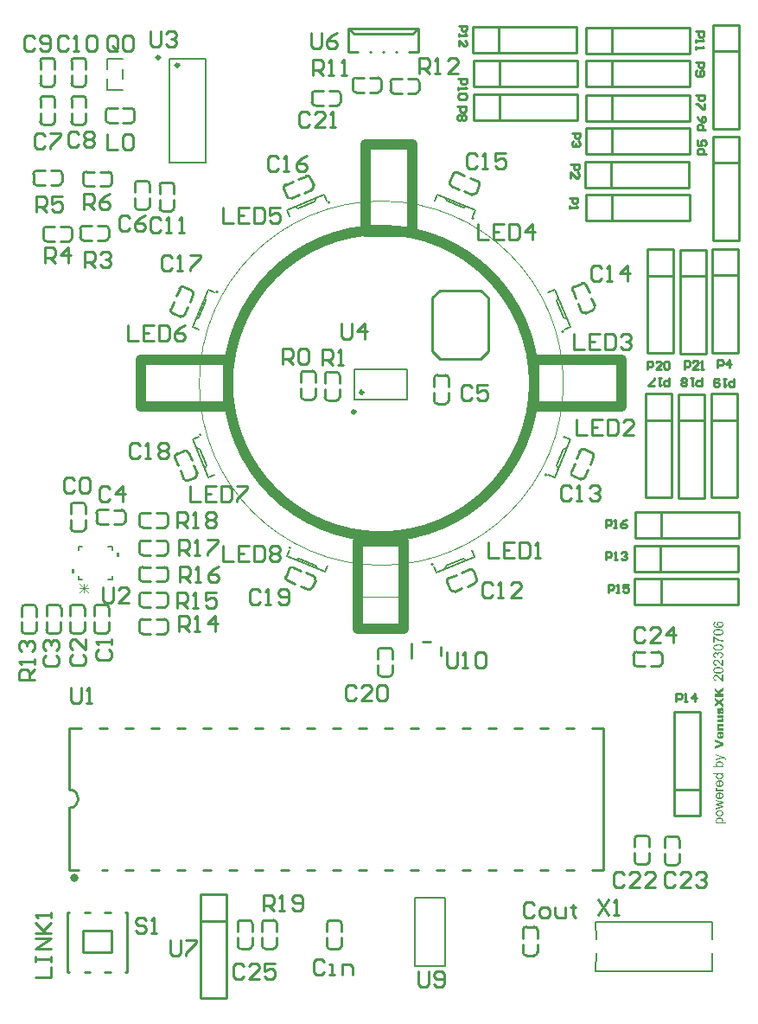
<source format=gto>
G04*
G04 #@! TF.GenerationSoftware,Altium Limited,Altium Designer,23.5.1 (21)*
G04*
G04 Layer_Color=65535*
%FSLAX44Y44*%
%MOMM*%
G71*
G04*
G04 #@! TF.SameCoordinates,5C111197-4597-48D1-979B-7C2AAD06A796*
G04*
G04*
G04 #@! TF.FilePolarity,Positive*
G04*
G01*
G75*
%ADD10C,0.2540*%
%ADD11C,0.4000*%
%ADD12C,0.3000*%
%ADD13C,0.1500*%
%ADD14C,0.1000*%
%ADD15C,1.0000*%
%ADD16C,0.1524*%
%ADD17C,0.1520*%
%ADD18C,0.0762*%
G36*
X991426Y1145905D02*
Y1142095D01*
X988886D01*
Y1145905D01*
X991426D01*
D02*
G37*
G36*
X1032574Y1161905D02*
Y1158095D01*
X1035114D01*
Y1161905D01*
X1032574D01*
D02*
G37*
G36*
X1627354Y1026930D02*
X1623821Y1025121D01*
X1625266Y1023749D01*
X1627354D01*
Y1021078D01*
X1618722D01*
Y1023749D01*
X1621988D01*
X1618722Y1026529D01*
Y1030075D01*
X1621976Y1026930D01*
X1627354Y1030220D01*
Y1026930D01*
D02*
G37*
G36*
Y1017205D02*
X1624586Y1015505D01*
X1627354Y1013805D01*
Y1010831D01*
X1622862Y1013793D01*
X1618722Y1011098D01*
Y1014036D01*
X1621381Y1015554D01*
X1618722Y1017035D01*
Y1019949D01*
X1622911Y1017266D01*
X1627354Y1020204D01*
Y1017205D01*
D02*
G37*
G36*
X1625521Y1010394D02*
X1625667Y1010369D01*
X1625824Y1010321D01*
X1626007Y1010272D01*
X1626189Y1010187D01*
X1626383Y1010078D01*
X1626407Y1010066D01*
X1626468Y1010017D01*
X1626565Y1009932D01*
X1626674Y1009823D01*
X1626808Y1009677D01*
X1626942Y1009507D01*
X1627075Y1009289D01*
X1627196Y1009046D01*
Y1009034D01*
X1627209Y1009010D01*
X1627221Y1008973D01*
X1627245Y1008913D01*
X1627269Y1008852D01*
X1627294Y1008755D01*
X1627318Y1008658D01*
X1627342Y1008548D01*
X1627379Y1008415D01*
X1627403Y1008269D01*
X1627427Y1008111D01*
X1627451Y1007941D01*
X1627476Y1007759D01*
X1627488Y1007565D01*
X1627500Y1007346D01*
Y1006970D01*
X1627488Y1006849D01*
Y1006703D01*
X1627476Y1006545D01*
X1627464Y1006363D01*
X1627439Y1006181D01*
X1627379Y1005768D01*
X1627294Y1005367D01*
X1627245Y1005173D01*
X1627172Y1004991D01*
X1627099Y1004821D01*
X1627014Y1004675D01*
Y1004663D01*
X1626990Y1004639D01*
X1626966Y1004602D01*
X1626929Y1004554D01*
X1626808Y1004432D01*
X1626662Y1004287D01*
X1626456Y1004129D01*
X1626225Y1003983D01*
X1625934Y1003850D01*
X1625788Y1003801D01*
X1625618Y1003753D01*
X1625399Y1006132D01*
X1625424Y1006144D01*
X1625472Y1006156D01*
X1625545Y1006193D01*
X1625630Y1006241D01*
X1625837Y1006363D01*
X1625934Y1006448D01*
X1626007Y1006533D01*
X1626019Y1006545D01*
X1626031Y1006581D01*
X1626067Y1006642D01*
X1626092Y1006727D01*
X1626128Y1006824D01*
X1626164Y1006946D01*
X1626177Y1007091D01*
X1626189Y1007249D01*
Y1007334D01*
X1626177Y1007419D01*
X1626164Y1007528D01*
X1626140Y1007650D01*
X1626104Y1007771D01*
X1626055Y1007893D01*
X1625982Y1008002D01*
X1625970Y1008014D01*
X1625958Y1008038D01*
X1625922Y1008063D01*
X1625885Y1008111D01*
X1625764Y1008172D01*
X1625691Y1008196D01*
X1625606Y1008208D01*
X1625594D01*
X1625557D01*
X1625521Y1008196D01*
X1625460Y1008172D01*
X1625399Y1008136D01*
X1625327Y1008087D01*
X1625266Y1008026D01*
X1625205Y1007929D01*
Y1007917D01*
X1625193Y1007880D01*
X1625169Y1007820D01*
X1625132Y1007723D01*
X1625096Y1007589D01*
X1625084Y1007504D01*
X1625060Y1007407D01*
X1625035Y1007298D01*
X1625011Y1007176D01*
X1624975Y1007043D01*
X1624950Y1006897D01*
Y1006885D01*
X1624938Y1006849D01*
X1624926Y1006776D01*
X1624914Y1006691D01*
X1624890Y1006593D01*
X1624865Y1006472D01*
X1624817Y1006217D01*
X1624756Y1005926D01*
X1624683Y1005634D01*
X1624622Y1005379D01*
X1624586Y1005258D01*
X1624550Y1005161D01*
X1624538Y1005137D01*
X1624513Y1005076D01*
X1624465Y1004991D01*
X1624404Y1004882D01*
X1624319Y1004748D01*
X1624210Y1004614D01*
X1624076Y1004481D01*
X1623931Y1004347D01*
X1623906Y1004335D01*
X1623846Y1004299D01*
X1623761Y1004238D01*
X1623639Y1004190D01*
X1623481Y1004129D01*
X1623311Y1004068D01*
X1623129Y1004032D01*
X1622923Y1004020D01*
X1622911D01*
X1622899D01*
X1622862D01*
X1622814D01*
X1622704Y1004044D01*
X1622558Y1004068D01*
X1622388Y1004105D01*
X1622206Y1004165D01*
X1622024Y1004250D01*
X1621854Y1004372D01*
X1621830Y1004384D01*
X1621781Y1004445D01*
X1621696Y1004517D01*
X1621599Y1004639D01*
X1621490Y1004772D01*
X1621381Y1004942D01*
X1621272Y1005149D01*
X1621187Y1005367D01*
Y1005379D01*
X1621174Y1005392D01*
X1621162Y1005428D01*
X1621150Y1005489D01*
X1621138Y1005549D01*
X1621114Y1005622D01*
X1621089Y1005707D01*
X1621065Y1005816D01*
X1621053Y1005926D01*
X1621029Y1006059D01*
X1620992Y1006351D01*
X1620968Y1006678D01*
X1620956Y1007055D01*
Y1007334D01*
X1620968Y1007431D01*
X1620980Y1007686D01*
X1621004Y1007953D01*
X1621029Y1008221D01*
X1621077Y1008488D01*
X1621102Y1008597D01*
X1621138Y1008706D01*
Y1008718D01*
X1621150Y1008730D01*
X1621174Y1008791D01*
X1621211Y1008888D01*
X1621272Y1009022D01*
X1621344Y1009155D01*
X1621429Y1009301D01*
X1621539Y1009459D01*
X1621672Y1009592D01*
X1621684Y1009605D01*
X1621733Y1009653D01*
X1621818Y1009726D01*
X1621927Y1009811D01*
X1622061Y1009896D01*
X1622231Y1010005D01*
X1622413Y1010102D01*
X1622631Y1010200D01*
X1622850Y1007929D01*
X1622838D01*
X1622801Y1007917D01*
X1622753Y1007893D01*
X1622680Y1007856D01*
X1622546Y1007759D01*
X1622473Y1007698D01*
X1622413Y1007626D01*
X1622401Y1007613D01*
X1622376Y1007577D01*
X1622352Y1007516D01*
X1622316Y1007431D01*
X1622279Y1007334D01*
X1622243Y1007213D01*
X1622231Y1007079D01*
X1622218Y1006934D01*
Y1006861D01*
X1622231Y1006788D01*
Y1006703D01*
X1622279Y1006509D01*
X1622316Y1006411D01*
X1622364Y1006339D01*
X1622376Y1006326D01*
X1622388Y1006314D01*
X1622461Y1006254D01*
X1622571Y1006181D01*
X1622643Y1006169D01*
X1622716Y1006156D01*
X1622728D01*
X1622753D01*
X1622801Y1006169D01*
X1622850Y1006181D01*
X1622899Y1006217D01*
X1622959Y1006254D01*
X1623020Y1006314D01*
X1623068Y1006387D01*
Y1006399D01*
X1623093Y1006436D01*
X1623117Y1006509D01*
X1623141Y1006606D01*
X1623178Y1006751D01*
X1623202Y1006921D01*
X1623238Y1007152D01*
X1623263Y1007273D01*
X1623275Y1007419D01*
Y1007431D01*
X1623287Y1007468D01*
Y1007528D01*
X1623299Y1007613D01*
X1623311Y1007710D01*
X1623336Y1007832D01*
X1623372Y1008087D01*
X1623433Y1008378D01*
X1623506Y1008670D01*
X1623578Y1008949D01*
X1623615Y1009070D01*
X1623663Y1009192D01*
Y1009204D01*
X1623676Y1009216D01*
X1623712Y1009289D01*
X1623761Y1009398D01*
X1623833Y1009532D01*
X1623931Y1009677D01*
X1624052Y1009823D01*
X1624185Y1009969D01*
X1624343Y1010090D01*
X1624368Y1010102D01*
X1624416Y1010139D01*
X1624513Y1010187D01*
X1624635Y1010248D01*
X1624780Y1010309D01*
X1624950Y1010357D01*
X1625132Y1010394D01*
X1625327Y1010406D01*
X1625351D01*
X1625424D01*
X1625521Y1010394D01*
D02*
G37*
G36*
X1627354Y1000487D02*
X1626359D01*
X1626371Y1000462D01*
X1626444Y1000402D01*
X1626565Y1000304D01*
X1626699Y1000171D01*
X1626844Y1000013D01*
X1626990Y999843D01*
X1627124Y999661D01*
X1627245Y999467D01*
X1627257Y999442D01*
X1627281Y999382D01*
X1627330Y999272D01*
X1627366Y999127D01*
X1627415Y998945D01*
X1627464Y998726D01*
X1627488Y998483D01*
X1627500Y998216D01*
Y998119D01*
X1627488Y998058D01*
Y997973D01*
X1627464Y997876D01*
X1627427Y997658D01*
X1627354Y997403D01*
X1627257Y997148D01*
X1627112Y996905D01*
X1627014Y996784D01*
X1626917Y996674D01*
X1626905D01*
X1626893Y996650D01*
X1626857Y996626D01*
X1626808Y996589D01*
X1626747Y996541D01*
X1626662Y996492D01*
X1626577Y996443D01*
X1626468Y996395D01*
X1626347Y996346D01*
X1626213Y996298D01*
X1626067Y996249D01*
X1625897Y996201D01*
X1625715Y996164D01*
X1625521Y996140D01*
X1625315Y996128D01*
X1625096Y996116D01*
X1621102D01*
Y998520D01*
X1624550D01*
X1624562D01*
X1624574D01*
X1624647D01*
X1624756Y998532D01*
X1624877Y998544D01*
X1625011Y998568D01*
X1625157Y998605D01*
X1625278Y998653D01*
X1625387Y998726D01*
X1625399Y998738D01*
X1625424Y998763D01*
X1625460Y998811D01*
X1625509Y998884D01*
X1625557Y998969D01*
X1625594Y999078D01*
X1625618Y999200D01*
X1625630Y999345D01*
Y999418D01*
X1625618Y999491D01*
X1625594Y999588D01*
X1625545Y999709D01*
X1625497Y999819D01*
X1625412Y999940D01*
X1625302Y1000049D01*
X1625290Y1000062D01*
X1625242Y1000098D01*
X1625157Y1000134D01*
X1625035Y1000195D01*
X1624865Y1000244D01*
X1624671Y1000280D01*
X1624416Y1000316D01*
X1624283Y1000329D01*
X1624125D01*
X1621102D01*
Y1002720D01*
X1627354D01*
Y1000487D01*
D02*
G37*
G36*
Y992303D02*
X1623918D01*
X1623906D01*
X1623894D01*
X1623821D01*
X1623724Y992291D01*
X1623591Y992279D01*
X1623457Y992255D01*
X1623323Y992206D01*
X1623202Y992158D01*
X1623093Y992085D01*
X1623081Y992073D01*
X1623056Y992048D01*
X1623008Y992000D01*
X1622959Y991927D01*
X1622923Y991842D01*
X1622874Y991733D01*
X1622850Y991611D01*
X1622838Y991466D01*
Y991393D01*
X1622850Y991308D01*
X1622874Y991211D01*
X1622923Y991101D01*
X1622983Y990980D01*
X1623068Y990871D01*
X1623178Y990761D01*
X1623190Y990749D01*
X1623238Y990725D01*
X1623323Y990676D01*
X1623445Y990628D01*
X1623615Y990579D01*
X1623809Y990531D01*
X1624064Y990507D01*
X1624198Y990494D01*
X1624355D01*
X1627354D01*
Y988102D01*
X1621102D01*
Y990324D01*
X1622121D01*
X1622109Y990337D01*
X1622097Y990349D01*
X1622024Y990409D01*
X1621915Y990507D01*
X1621781Y990640D01*
X1621636Y990786D01*
X1621490Y990956D01*
X1621344Y991138D01*
X1621235Y991332D01*
X1621223Y991356D01*
X1621187Y991429D01*
X1621150Y991538D01*
X1621089Y991684D01*
X1621041Y991866D01*
X1621004Y992073D01*
X1620968Y992316D01*
X1620956Y992583D01*
Y992680D01*
X1620968Y992753D01*
Y992825D01*
X1620992Y992923D01*
X1621029Y993153D01*
X1621102Y993396D01*
X1621211Y993663D01*
X1621272Y993785D01*
X1621357Y993906D01*
X1621441Y994027D01*
X1621551Y994137D01*
X1621563Y994149D01*
X1621575Y994161D01*
X1621611Y994185D01*
X1621660Y994222D01*
X1621721Y994270D01*
X1621806Y994319D01*
X1621891Y994367D01*
X1622000Y994428D01*
X1622121Y994477D01*
X1622255Y994525D01*
X1622413Y994574D01*
X1622571Y994622D01*
X1622753Y994659D01*
X1622947Y994683D01*
X1623153Y994707D01*
X1623384D01*
X1627354D01*
Y992303D01*
D02*
G37*
G36*
X1624829Y982202D02*
X1624841D01*
X1624853D01*
X1624926Y982214D01*
X1625023Y982238D01*
X1625157Y982263D01*
X1625290Y982299D01*
X1625436Y982360D01*
X1625569Y982420D01*
X1625691Y982505D01*
X1625703Y982517D01*
X1625752Y982566D01*
X1625812Y982651D01*
X1625885Y982748D01*
X1625970Y982882D01*
X1626031Y983040D01*
X1626080Y983222D01*
X1626092Y983416D01*
Y983477D01*
X1626080Y983549D01*
X1626067Y983634D01*
X1626055Y983732D01*
X1626019Y983841D01*
X1625982Y983962D01*
X1625922Y984084D01*
Y984096D01*
X1625897Y984120D01*
X1625873Y984157D01*
X1625824Y984205D01*
X1625776Y984278D01*
X1625703Y984351D01*
X1625618Y984424D01*
X1625521Y984509D01*
X1625739Y986864D01*
X1625752D01*
X1625776Y986840D01*
X1625824Y986803D01*
X1625897Y986767D01*
X1625970Y986718D01*
X1626055Y986646D01*
X1626262Y986500D01*
X1626492Y986306D01*
X1626711Y986075D01*
X1626917Y985832D01*
X1627014Y985698D01*
X1627099Y985553D01*
Y985541D01*
X1627112Y985516D01*
X1627136Y985468D01*
X1627160Y985407D01*
X1627196Y985334D01*
X1627221Y985237D01*
X1627257Y985128D01*
X1627294Y984994D01*
X1627342Y984849D01*
X1627379Y984679D01*
X1627403Y984497D01*
X1627439Y984302D01*
X1627464Y984096D01*
X1627488Y983865D01*
X1627500Y983622D01*
Y983149D01*
X1627488Y983052D01*
X1627476Y982930D01*
Y982797D01*
X1627451Y982651D01*
X1627415Y982335D01*
X1627354Y982008D01*
X1627269Y981692D01*
X1627221Y981546D01*
X1627160Y981401D01*
Y981388D01*
X1627148Y981364D01*
X1627124Y981328D01*
X1627087Y981279D01*
X1627002Y981158D01*
X1626893Y980988D01*
X1626735Y980806D01*
X1626541Y980611D01*
X1626310Y980405D01*
X1626043Y980223D01*
X1626031D01*
X1626007Y980199D01*
X1625970Y980186D01*
X1625909Y980150D01*
X1625837Y980114D01*
X1625752Y980077D01*
X1625642Y980041D01*
X1625533Y979992D01*
X1625266Y979907D01*
X1624962Y979834D01*
X1624622Y979786D01*
X1624246Y979762D01*
X1624234D01*
X1624185D01*
X1624100Y979774D01*
X1624003D01*
X1623882Y979786D01*
X1623736Y979810D01*
X1623566Y979834D01*
X1623396Y979883D01*
X1623214Y979931D01*
X1623020Y979992D01*
X1622826Y980065D01*
X1622619Y980162D01*
X1622425Y980259D01*
X1622231Y980393D01*
X1622049Y980526D01*
X1621866Y980696D01*
X1621854Y980708D01*
X1621830Y980745D01*
X1621781Y980794D01*
X1621721Y980866D01*
X1621660Y980964D01*
X1621575Y981085D01*
X1621490Y981218D01*
X1621405Y981376D01*
X1621320Y981546D01*
X1621247Y981740D01*
X1621162Y981947D01*
X1621102Y982178D01*
X1621041Y982433D01*
X1620992Y982700D01*
X1620968Y982979D01*
X1620956Y983282D01*
Y983501D01*
X1620968Y983622D01*
X1620980Y983756D01*
X1620992Y983902D01*
X1621004Y984060D01*
X1621053Y984399D01*
X1621126Y984752D01*
X1621235Y985091D01*
X1621296Y985262D01*
X1621369Y985407D01*
Y985419D01*
X1621393Y985444D01*
X1621417Y985480D01*
X1621441Y985541D01*
X1621539Y985674D01*
X1621672Y985844D01*
X1621842Y986039D01*
X1622049Y986233D01*
X1622279Y986415D01*
X1622558Y986585D01*
X1622571D01*
X1622595Y986597D01*
X1622631Y986621D01*
X1622692Y986646D01*
X1622777Y986682D01*
X1622862Y986718D01*
X1622971Y986755D01*
X1623093Y986791D01*
X1623226Y986828D01*
X1623384Y986864D01*
X1623554Y986900D01*
X1623724Y986937D01*
X1623918Y986961D01*
X1624125Y986985D01*
X1624562Y986998D01*
X1624829D01*
Y982202D01*
D02*
G37*
G36*
X1627354Y976143D02*
Y973254D01*
X1618722Y970000D01*
Y972780D01*
X1624938Y974723D01*
X1618722Y976641D01*
Y979349D01*
X1627354Y976143D01*
D02*
G37*
G36*
X1623976Y1094856D02*
X1624061D01*
X1624147Y1094845D01*
X1624254Y1094835D01*
X1624371Y1094813D01*
X1624628Y1094770D01*
X1624917Y1094696D01*
X1625205Y1094599D01*
X1625505Y1094471D01*
X1625515D01*
X1625537Y1094450D01*
X1625580Y1094428D01*
X1625633Y1094396D01*
X1625697Y1094364D01*
X1625772Y1094311D01*
X1625943Y1094193D01*
X1626136Y1094043D01*
X1626328Y1093861D01*
X1626521Y1093648D01*
X1626692Y1093402D01*
Y1093391D01*
X1626713Y1093370D01*
X1626724Y1093337D01*
X1626756Y1093284D01*
X1626788Y1093220D01*
X1626820Y1093145D01*
X1626852Y1093049D01*
X1626895Y1092952D01*
X1626970Y1092728D01*
X1627034Y1092461D01*
X1627077Y1092172D01*
X1627098Y1091851D01*
Y1091787D01*
X1627087Y1091712D01*
X1627077Y1091605D01*
X1627066Y1091477D01*
X1627045Y1091338D01*
X1627012Y1091177D01*
X1626959Y1090996D01*
X1626906Y1090814D01*
X1626831Y1090611D01*
X1626745Y1090418D01*
X1626638Y1090215D01*
X1626521Y1090012D01*
X1626371Y1089819D01*
X1626210Y1089627D01*
X1626018Y1089445D01*
X1626007Y1089434D01*
X1625965Y1089402D01*
X1625900Y1089360D01*
X1625815Y1089306D01*
X1625686Y1089231D01*
X1625547Y1089156D01*
X1625366Y1089071D01*
X1625163Y1088985D01*
X1624938Y1088900D01*
X1624671Y1088814D01*
X1624382Y1088739D01*
X1624061Y1088664D01*
X1623708Y1088611D01*
X1623323Y1088568D01*
X1622906Y1088536D01*
X1622457Y1088525D01*
X1622446D01*
X1622425D01*
X1622382D01*
X1622339D01*
X1622265D01*
X1622190Y1088536D01*
X1622104D01*
X1621997Y1088547D01*
X1621773Y1088558D01*
X1621505Y1088579D01*
X1621217Y1088611D01*
X1620907Y1088654D01*
X1620586Y1088707D01*
X1620244Y1088771D01*
X1619912Y1088857D01*
X1619581Y1088964D01*
X1619260Y1089081D01*
X1618950Y1089210D01*
X1618672Y1089370D01*
X1618415Y1089552D01*
X1618404Y1089563D01*
X1618372Y1089595D01*
X1618308Y1089648D01*
X1618244Y1089712D01*
X1618158Y1089809D01*
X1618062Y1089916D01*
X1617966Y1090044D01*
X1617859Y1090194D01*
X1617763Y1090354D01*
X1617666Y1090536D01*
X1617570Y1090739D01*
X1617485Y1090953D01*
X1617410Y1091177D01*
X1617356Y1091434D01*
X1617324Y1091691D01*
X1617314Y1091969D01*
Y1092076D01*
X1617324Y1092161D01*
X1617335Y1092257D01*
X1617346Y1092364D01*
X1617367Y1092493D01*
X1617388Y1092632D01*
X1617474Y1092920D01*
X1617517Y1093081D01*
X1617581Y1093231D01*
X1617656Y1093391D01*
X1617741Y1093541D01*
X1617838Y1093690D01*
X1617955Y1093829D01*
X1617966Y1093840D01*
X1617987Y1093861D01*
X1618019Y1093894D01*
X1618073Y1093947D01*
X1618137Y1094000D01*
X1618212Y1094065D01*
X1618308Y1094139D01*
X1618404Y1094214D01*
X1618522Y1094289D01*
X1618661Y1094364D01*
X1618800Y1094439D01*
X1618960Y1094503D01*
X1619121Y1094567D01*
X1619303Y1094621D01*
X1619495Y1094674D01*
X1619698Y1094706D01*
X1619794Y1093530D01*
X1619784D01*
X1619762Y1093519D01*
X1619730Y1093509D01*
X1619677Y1093498D01*
X1619559Y1093466D01*
X1619409Y1093412D01*
X1619249Y1093348D01*
X1619078Y1093273D01*
X1618928Y1093188D01*
X1618789Y1093081D01*
X1618779D01*
X1618768Y1093059D01*
X1618714Y1092995D01*
X1618629Y1092888D01*
X1618533Y1092749D01*
X1618447Y1092578D01*
X1618362Y1092375D01*
X1618308Y1092150D01*
X1618287Y1092022D01*
Y1091798D01*
X1618308Y1091691D01*
X1618329Y1091562D01*
X1618362Y1091402D01*
X1618426Y1091242D01*
X1618501Y1091070D01*
X1618607Y1090899D01*
Y1090889D01*
X1618629Y1090878D01*
X1618682Y1090814D01*
X1618779Y1090707D01*
X1618907Y1090589D01*
X1619067Y1090450D01*
X1619270Y1090301D01*
X1619506Y1090162D01*
X1619784Y1090033D01*
X1619794D01*
X1619816Y1090023D01*
X1619869Y1090001D01*
X1619923Y1089980D01*
X1620008Y1089958D01*
X1620105Y1089926D01*
X1620222Y1089905D01*
X1620350Y1089873D01*
X1620500Y1089841D01*
X1620661Y1089809D01*
X1620842Y1089787D01*
X1621046Y1089755D01*
X1621259Y1089734D01*
X1621484Y1089723D01*
X1621730Y1089712D01*
X1621986Y1089702D01*
X1621965Y1089723D01*
X1621933Y1089744D01*
X1621890Y1089777D01*
X1621773Y1089862D01*
X1621634Y1089990D01*
X1621473Y1090140D01*
X1621313Y1090311D01*
X1621163Y1090514D01*
X1621035Y1090728D01*
Y1090739D01*
X1621024Y1090760D01*
X1621003Y1090792D01*
X1620981Y1090835D01*
X1620960Y1090889D01*
X1620928Y1090964D01*
X1620874Y1091124D01*
X1620810Y1091316D01*
X1620768Y1091541D01*
X1620725Y1091776D01*
X1620714Y1092022D01*
Y1092076D01*
X1620725Y1092140D01*
Y1092225D01*
X1620735Y1092322D01*
X1620757Y1092439D01*
X1620789Y1092578D01*
X1620821Y1092717D01*
X1620874Y1092878D01*
X1620928Y1093038D01*
X1621003Y1093198D01*
X1621088Y1093370D01*
X1621185Y1093541D01*
X1621302Y1093712D01*
X1621441Y1093872D01*
X1621591Y1094033D01*
X1621602Y1094043D01*
X1621634Y1094065D01*
X1621676Y1094107D01*
X1621751Y1094161D01*
X1621837Y1094225D01*
X1621933Y1094300D01*
X1622061Y1094375D01*
X1622190Y1094450D01*
X1622350Y1094524D01*
X1622521Y1094599D01*
X1622703Y1094674D01*
X1622896Y1094738D01*
X1623109Y1094792D01*
X1623334Y1094835D01*
X1623580Y1094856D01*
X1623826Y1094867D01*
X1623837D01*
X1623869D01*
X1623911D01*
X1623976Y1094856D01*
D02*
G37*
G36*
X1622639Y1087371D02*
X1622799Y1087360D01*
X1622981Y1087349D01*
X1623184Y1087338D01*
X1623398Y1087317D01*
X1623623Y1087296D01*
X1624072Y1087232D01*
X1624521Y1087146D01*
X1624735Y1087093D01*
X1624938Y1087028D01*
X1624949D01*
X1624981Y1087018D01*
X1625034Y1086996D01*
X1625109Y1086964D01*
X1625195Y1086932D01*
X1625291Y1086879D01*
X1625408Y1086836D01*
X1625526Y1086772D01*
X1625783Y1086622D01*
X1626050Y1086451D01*
X1626307Y1086237D01*
X1626435Y1086119D01*
X1626542Y1085991D01*
X1626553Y1085980D01*
X1626563Y1085959D01*
X1626595Y1085916D01*
X1626628Y1085863D01*
X1626670Y1085799D01*
X1626713Y1085724D01*
X1626767Y1085628D01*
X1626820Y1085521D01*
X1626873Y1085392D01*
X1626927Y1085264D01*
X1626970Y1085125D01*
X1627012Y1084965D01*
X1627077Y1084622D01*
X1627087Y1084441D01*
X1627098Y1084248D01*
Y1084184D01*
X1627087Y1084120D01*
Y1084024D01*
X1627066Y1083906D01*
X1627045Y1083767D01*
X1627012Y1083617D01*
X1626970Y1083457D01*
X1626927Y1083286D01*
X1626863Y1083104D01*
X1626777Y1082922D01*
X1626681Y1082740D01*
X1626574Y1082559D01*
X1626435Y1082387D01*
X1626285Y1082227D01*
X1626114Y1082067D01*
X1626104Y1082056D01*
X1626061Y1082024D01*
X1625986Y1081981D01*
X1625890Y1081917D01*
X1625751Y1081853D01*
X1625590Y1081767D01*
X1625398Y1081682D01*
X1625173Y1081596D01*
X1624917Y1081511D01*
X1624639Y1081425D01*
X1624318Y1081339D01*
X1623965Y1081275D01*
X1623580Y1081211D01*
X1623152Y1081168D01*
X1622703Y1081136D01*
X1622211Y1081126D01*
X1622190D01*
X1622136D01*
X1622051D01*
X1621933Y1081136D01*
X1621783D01*
X1621623Y1081147D01*
X1621431Y1081158D01*
X1621227Y1081168D01*
X1621013Y1081190D01*
X1620800Y1081211D01*
X1620340Y1081275D01*
X1619891Y1081350D01*
X1619677Y1081404D01*
X1619474Y1081468D01*
X1619463D01*
X1619431Y1081489D01*
X1619377Y1081500D01*
X1619303Y1081532D01*
X1619217Y1081575D01*
X1619121Y1081618D01*
X1619003Y1081671D01*
X1618885Y1081735D01*
X1618629Y1081874D01*
X1618362Y1082056D01*
X1618105Y1082259D01*
X1617987Y1082377D01*
X1617880Y1082505D01*
X1617870Y1082516D01*
X1617859Y1082537D01*
X1617827Y1082580D01*
X1617795Y1082633D01*
X1617752Y1082698D01*
X1617699Y1082783D01*
X1617645Y1082879D01*
X1617592Y1082986D01*
X1617549Y1083104D01*
X1617495Y1083232D01*
X1617442Y1083382D01*
X1617399Y1083532D01*
X1617335Y1083874D01*
X1617324Y1084056D01*
X1617314Y1084248D01*
Y1084376D01*
X1617324Y1084441D01*
X1617335Y1084526D01*
X1617356Y1084708D01*
X1617388Y1084922D01*
X1617453Y1085146D01*
X1617527Y1085382D01*
X1617634Y1085606D01*
Y1085617D01*
X1617645Y1085628D01*
X1617666Y1085660D01*
X1617688Y1085702D01*
X1617763Y1085809D01*
X1617859Y1085948D01*
X1617987Y1086098D01*
X1618148Y1086258D01*
X1618329Y1086419D01*
X1618533Y1086569D01*
X1618543D01*
X1618554Y1086590D01*
X1618586Y1086601D01*
X1618640Y1086633D01*
X1618693Y1086665D01*
X1618757Y1086697D01*
X1618843Y1086740D01*
X1618928Y1086782D01*
X1619131Y1086879D01*
X1619377Y1086975D01*
X1619655Y1087071D01*
X1619955Y1087157D01*
X1619966D01*
X1619998Y1087167D01*
X1620040Y1087178D01*
X1620105Y1087189D01*
X1620190Y1087210D01*
X1620297Y1087232D01*
X1620415Y1087253D01*
X1620554Y1087274D01*
X1620703Y1087285D01*
X1620874Y1087306D01*
X1621056Y1087328D01*
X1621259Y1087349D01*
X1621473Y1087360D01*
X1621709Y1087371D01*
X1621954Y1087381D01*
X1622211D01*
X1622233D01*
X1622286D01*
X1622372D01*
X1622489D01*
X1622639Y1087371D01*
D02*
G37*
G36*
X1618404Y1079949D02*
X1618436Y1079917D01*
X1618490Y1079874D01*
X1618575Y1079800D01*
X1618672Y1079714D01*
X1618789Y1079618D01*
X1618928Y1079511D01*
X1619078Y1079383D01*
X1619260Y1079254D01*
X1619452Y1079105D01*
X1619666Y1078955D01*
X1619891Y1078805D01*
X1620147Y1078634D01*
X1620404Y1078474D01*
X1620682Y1078303D01*
X1620981Y1078131D01*
X1621003Y1078121D01*
X1621056Y1078089D01*
X1621142Y1078046D01*
X1621259Y1077982D01*
X1621409Y1077907D01*
X1621580Y1077821D01*
X1621783Y1077725D01*
X1621997Y1077618D01*
X1622243Y1077511D01*
X1622500Y1077394D01*
X1622778Y1077287D01*
X1623067Y1077169D01*
X1623366Y1077051D01*
X1623676Y1076945D01*
X1624307Y1076741D01*
X1624318D01*
X1624361Y1076731D01*
X1624425Y1076709D01*
X1624521Y1076688D01*
X1624628Y1076656D01*
X1624767Y1076624D01*
X1624917Y1076592D01*
X1625088Y1076549D01*
X1625280Y1076517D01*
X1625483Y1076474D01*
X1625697Y1076442D01*
X1625922Y1076399D01*
X1626168Y1076367D01*
X1626414Y1076335D01*
X1626938Y1076292D01*
Y1075084D01*
X1626927D01*
X1626884D01*
X1626820D01*
X1626734Y1075095D01*
X1626628D01*
X1626499Y1075105D01*
X1626349Y1075127D01*
X1626178Y1075148D01*
X1625986Y1075169D01*
X1625783Y1075191D01*
X1625558Y1075234D01*
X1625312Y1075276D01*
X1625056Y1075319D01*
X1624788Y1075383D01*
X1624510Y1075447D01*
X1624211Y1075522D01*
X1624189D01*
X1624136Y1075544D01*
X1624050Y1075565D01*
X1623933Y1075597D01*
X1623794Y1075651D01*
X1623623Y1075704D01*
X1623430Y1075758D01*
X1623227Y1075832D01*
X1622992Y1075918D01*
X1622746Y1076003D01*
X1622500Y1076110D01*
X1622233Y1076217D01*
X1621676Y1076463D01*
X1621120Y1076741D01*
X1621099Y1076752D01*
X1621056Y1076773D01*
X1620981Y1076827D01*
X1620874Y1076880D01*
X1620746Y1076955D01*
X1620596Y1077041D01*
X1620425Y1077148D01*
X1620244Y1077255D01*
X1620051Y1077383D01*
X1619859Y1077511D01*
X1619431Y1077800D01*
X1619014Y1078121D01*
X1618800Y1078281D01*
X1618607Y1078452D01*
Y1073747D01*
X1617474D01*
Y1079960D01*
X1618394D01*
X1618404Y1079949D01*
D02*
G37*
G36*
X1622639Y1072464D02*
X1622799Y1072453D01*
X1622981Y1072443D01*
X1623184Y1072432D01*
X1623398Y1072411D01*
X1623623Y1072389D01*
X1624072Y1072325D01*
X1624521Y1072239D01*
X1624735Y1072186D01*
X1624938Y1072122D01*
X1624949D01*
X1624981Y1072111D01*
X1625034Y1072090D01*
X1625109Y1072058D01*
X1625195Y1072026D01*
X1625291Y1071972D01*
X1625408Y1071929D01*
X1625526Y1071865D01*
X1625783Y1071715D01*
X1626050Y1071544D01*
X1626307Y1071330D01*
X1626435Y1071213D01*
X1626542Y1071085D01*
X1626553Y1071074D01*
X1626563Y1071052D01*
X1626595Y1071010D01*
X1626628Y1070956D01*
X1626670Y1070892D01*
X1626713Y1070817D01*
X1626767Y1070721D01*
X1626820Y1070614D01*
X1626873Y1070486D01*
X1626927Y1070357D01*
X1626970Y1070218D01*
X1627012Y1070058D01*
X1627077Y1069716D01*
X1627087Y1069534D01*
X1627098Y1069342D01*
Y1069277D01*
X1627087Y1069213D01*
Y1069117D01*
X1627066Y1068999D01*
X1627045Y1068860D01*
X1627012Y1068711D01*
X1626970Y1068550D01*
X1626927Y1068379D01*
X1626863Y1068197D01*
X1626777Y1068016D01*
X1626681Y1067834D01*
X1626574Y1067652D01*
X1626435Y1067481D01*
X1626285Y1067320D01*
X1626114Y1067160D01*
X1626104Y1067149D01*
X1626061Y1067117D01*
X1625986Y1067075D01*
X1625890Y1067010D01*
X1625751Y1066946D01*
X1625590Y1066861D01*
X1625398Y1066775D01*
X1625173Y1066690D01*
X1624917Y1066604D01*
X1624639Y1066518D01*
X1624318Y1066433D01*
X1623965Y1066369D01*
X1623580Y1066304D01*
X1623152Y1066262D01*
X1622703Y1066230D01*
X1622211Y1066219D01*
X1622190D01*
X1622136D01*
X1622051D01*
X1621933Y1066230D01*
X1621783D01*
X1621623Y1066240D01*
X1621431Y1066251D01*
X1621227Y1066262D01*
X1621013Y1066283D01*
X1620800Y1066304D01*
X1620340Y1066369D01*
X1619891Y1066444D01*
X1619677Y1066497D01*
X1619474Y1066561D01*
X1619463D01*
X1619431Y1066583D01*
X1619377Y1066593D01*
X1619303Y1066625D01*
X1619217Y1066668D01*
X1619121Y1066711D01*
X1619003Y1066764D01*
X1618885Y1066829D01*
X1618629Y1066967D01*
X1618362Y1067149D01*
X1618105Y1067353D01*
X1617987Y1067470D01*
X1617880Y1067598D01*
X1617870Y1067609D01*
X1617859Y1067630D01*
X1617827Y1067673D01*
X1617795Y1067727D01*
X1617752Y1067791D01*
X1617699Y1067877D01*
X1617645Y1067973D01*
X1617592Y1068080D01*
X1617549Y1068197D01*
X1617495Y1068326D01*
X1617442Y1068475D01*
X1617399Y1068625D01*
X1617335Y1068967D01*
X1617324Y1069149D01*
X1617314Y1069342D01*
Y1069470D01*
X1617324Y1069534D01*
X1617335Y1069620D01*
X1617356Y1069801D01*
X1617388Y1070015D01*
X1617453Y1070240D01*
X1617527Y1070475D01*
X1617634Y1070699D01*
Y1070710D01*
X1617645Y1070721D01*
X1617666Y1070753D01*
X1617688Y1070796D01*
X1617763Y1070903D01*
X1617859Y1071042D01*
X1617987Y1071191D01*
X1618148Y1071352D01*
X1618329Y1071512D01*
X1618533Y1071662D01*
X1618543D01*
X1618554Y1071683D01*
X1618586Y1071694D01*
X1618640Y1071726D01*
X1618693Y1071758D01*
X1618757Y1071790D01*
X1618843Y1071833D01*
X1618928Y1071876D01*
X1619131Y1071972D01*
X1619377Y1072068D01*
X1619655Y1072165D01*
X1619955Y1072250D01*
X1619966D01*
X1619998Y1072261D01*
X1620040Y1072271D01*
X1620105Y1072282D01*
X1620190Y1072303D01*
X1620297Y1072325D01*
X1620415Y1072346D01*
X1620554Y1072368D01*
X1620703Y1072378D01*
X1620874Y1072400D01*
X1621056Y1072421D01*
X1621259Y1072443D01*
X1621473Y1072453D01*
X1621709Y1072464D01*
X1621954Y1072475D01*
X1622211D01*
X1622233D01*
X1622286D01*
X1622372D01*
X1622489D01*
X1622639Y1072464D01*
D02*
G37*
G36*
X1624221Y1065043D02*
X1624318D01*
X1624425Y1065021D01*
X1624542Y1065000D01*
X1624681Y1064979D01*
X1624842Y1064936D01*
X1625002Y1064893D01*
X1625173Y1064829D01*
X1625344Y1064754D01*
X1625526Y1064669D01*
X1625708Y1064561D01*
X1625890Y1064433D01*
X1626061Y1064294D01*
X1626232Y1064134D01*
X1626243Y1064123D01*
X1626264Y1064091D01*
X1626307Y1064037D01*
X1626371Y1063973D01*
X1626435Y1063877D01*
X1626510Y1063770D01*
X1626585Y1063642D01*
X1626660Y1063503D01*
X1626745Y1063343D01*
X1626820Y1063161D01*
X1626895Y1062968D01*
X1626959Y1062765D01*
X1627012Y1062551D01*
X1627055Y1062316D01*
X1627087Y1062070D01*
X1627098Y1061813D01*
Y1061696D01*
X1627087Y1061600D01*
X1627077Y1061492D01*
X1627055Y1061375D01*
X1627034Y1061236D01*
X1627002Y1061076D01*
X1626970Y1060915D01*
X1626916Y1060744D01*
X1626852Y1060573D01*
X1626777Y1060402D01*
X1626692Y1060220D01*
X1626595Y1060049D01*
X1626478Y1059878D01*
X1626349Y1059717D01*
X1626339Y1059707D01*
X1626317Y1059685D01*
X1626275Y1059643D01*
X1626210Y1059589D01*
X1626136Y1059525D01*
X1626050Y1059450D01*
X1625943Y1059375D01*
X1625826Y1059290D01*
X1625686Y1059204D01*
X1625547Y1059129D01*
X1625376Y1059044D01*
X1625205Y1058969D01*
X1625023Y1058905D01*
X1624820Y1058851D01*
X1624617Y1058809D01*
X1624393Y1058776D01*
X1624232Y1059953D01*
X1624243D01*
X1624275Y1059963D01*
X1624328Y1059974D01*
X1624393Y1059995D01*
X1624478Y1060017D01*
X1624574Y1060038D01*
X1624799Y1060113D01*
X1625034Y1060199D01*
X1625269Y1060316D01*
X1625494Y1060455D01*
X1625601Y1060541D01*
X1625686Y1060626D01*
Y1060637D01*
X1625708Y1060648D01*
X1625729Y1060680D01*
X1625751Y1060712D01*
X1625826Y1060819D01*
X1625900Y1060958D01*
X1625986Y1061140D01*
X1626061Y1061343D01*
X1626104Y1061567D01*
X1626125Y1061824D01*
Y1061910D01*
X1626114Y1061963D01*
X1626104Y1062038D01*
X1626093Y1062123D01*
X1626050Y1062316D01*
X1625986Y1062530D01*
X1625890Y1062765D01*
X1625826Y1062883D01*
X1625740Y1063000D01*
X1625654Y1063118D01*
X1625558Y1063225D01*
X1625547Y1063235D01*
X1625526Y1063246D01*
X1625494Y1063278D01*
X1625451Y1063310D01*
X1625398Y1063364D01*
X1625334Y1063407D01*
X1625248Y1063460D01*
X1625163Y1063514D01*
X1624959Y1063621D01*
X1624713Y1063717D01*
X1624435Y1063781D01*
X1624286Y1063792D01*
X1624125Y1063802D01*
X1624115D01*
X1624093D01*
X1624050D01*
X1623986Y1063792D01*
X1623922D01*
X1623847Y1063770D01*
X1623655Y1063738D01*
X1623452Y1063674D01*
X1623227Y1063578D01*
X1623120Y1063514D01*
X1623002Y1063449D01*
X1622896Y1063364D01*
X1622799Y1063268D01*
X1622789Y1063257D01*
X1622778Y1063246D01*
X1622746Y1063214D01*
X1622714Y1063171D01*
X1622671Y1063118D01*
X1622628Y1063054D01*
X1622532Y1062904D01*
X1622436Y1062701D01*
X1622350Y1062476D01*
X1622286Y1062209D01*
X1622275Y1062070D01*
X1622265Y1061920D01*
Y1061856D01*
X1622275Y1061792D01*
Y1061696D01*
X1622297Y1061567D01*
X1622318Y1061428D01*
X1622350Y1061268D01*
X1622393Y1061086D01*
X1621356Y1061225D01*
Y1061247D01*
X1621366Y1061289D01*
X1621377Y1061354D01*
Y1061482D01*
X1621366Y1061535D01*
Y1061600D01*
X1621356Y1061674D01*
X1621324Y1061867D01*
X1621281Y1062070D01*
X1621217Y1062305D01*
X1621120Y1062530D01*
X1620992Y1062765D01*
Y1062776D01*
X1620971Y1062786D01*
X1620949Y1062819D01*
X1620917Y1062861D01*
X1620821Y1062958D01*
X1620693Y1063075D01*
X1620522Y1063182D01*
X1620318Y1063278D01*
X1620201Y1063321D01*
X1620072Y1063353D01*
X1619933Y1063364D01*
X1619784Y1063375D01*
X1619773D01*
X1619752D01*
X1619720D01*
X1619677Y1063364D01*
X1619559Y1063353D01*
X1619409Y1063321D01*
X1619238Y1063268D01*
X1619057Y1063193D01*
X1618885Y1063086D01*
X1618714Y1062936D01*
X1618693Y1062915D01*
X1618650Y1062861D01*
X1618575Y1062765D01*
X1618501Y1062626D01*
X1618426Y1062466D01*
X1618351Y1062273D01*
X1618308Y1062049D01*
X1618287Y1061803D01*
Y1061739D01*
X1618297Y1061685D01*
Y1061631D01*
X1618308Y1061557D01*
X1618340Y1061396D01*
X1618394Y1061215D01*
X1618468Y1061022D01*
X1618575Y1060829D01*
X1618725Y1060648D01*
X1618746Y1060626D01*
X1618800Y1060573D01*
X1618907Y1060498D01*
X1619046Y1060413D01*
X1619228Y1060306D01*
X1619442Y1060220D01*
X1619709Y1060135D01*
X1620008Y1060070D01*
X1619794Y1058894D01*
X1619784D01*
X1619741Y1058905D01*
X1619677Y1058915D01*
X1619602Y1058937D01*
X1619506Y1058969D01*
X1619388Y1059001D01*
X1619260Y1059044D01*
X1619121Y1059097D01*
X1618832Y1059225D01*
X1618682Y1059300D01*
X1618522Y1059397D01*
X1618372Y1059493D01*
X1618233Y1059611D01*
X1618094Y1059728D01*
X1617966Y1059867D01*
X1617955Y1059878D01*
X1617934Y1059899D01*
X1617902Y1059942D01*
X1617859Y1060006D01*
X1617816Y1060081D01*
X1617763Y1060166D01*
X1617699Y1060274D01*
X1617634Y1060391D01*
X1617581Y1060530D01*
X1617517Y1060669D01*
X1617463Y1060829D01*
X1617410Y1061001D01*
X1617378Y1061172D01*
X1617346Y1061364D01*
X1617324Y1061567D01*
X1617314Y1061770D01*
Y1061910D01*
X1617324Y1061974D01*
X1617335Y1062059D01*
X1617356Y1062252D01*
X1617399Y1062476D01*
X1617453Y1062712D01*
X1617538Y1062968D01*
X1617656Y1063214D01*
Y1063225D01*
X1617666Y1063246D01*
X1617688Y1063278D01*
X1617720Y1063321D01*
X1617795Y1063439D01*
X1617891Y1063588D01*
X1618030Y1063749D01*
X1618180Y1063920D01*
X1618362Y1064080D01*
X1618575Y1064230D01*
X1618586D01*
X1618597Y1064241D01*
X1618629Y1064262D01*
X1618672Y1064284D01*
X1618789Y1064337D01*
X1618950Y1064412D01*
X1619131Y1064476D01*
X1619335Y1064529D01*
X1619570Y1064572D01*
X1619805Y1064583D01*
X1619816D01*
X1619837D01*
X1619869D01*
X1619912D01*
X1620030Y1064561D01*
X1620179Y1064540D01*
X1620350Y1064497D01*
X1620543Y1064444D01*
X1620746Y1064358D01*
X1620939Y1064241D01*
X1620949D01*
X1620960Y1064230D01*
X1621024Y1064177D01*
X1621110Y1064102D01*
X1621227Y1063995D01*
X1621356Y1063856D01*
X1621484Y1063685D01*
X1621623Y1063482D01*
X1621741Y1063257D01*
Y1063268D01*
X1621751Y1063300D01*
X1621762Y1063343D01*
X1621783Y1063396D01*
X1621805Y1063471D01*
X1621837Y1063546D01*
X1621912Y1063738D01*
X1622019Y1063952D01*
X1622168Y1064166D01*
X1622339Y1064380D01*
X1622553Y1064572D01*
X1622564Y1064583D01*
X1622585Y1064594D01*
X1622617Y1064615D01*
X1622660Y1064647D01*
X1622724Y1064679D01*
X1622799Y1064722D01*
X1622885Y1064765D01*
X1622981Y1064818D01*
X1623088Y1064861D01*
X1623206Y1064904D01*
X1623473Y1064979D01*
X1623772Y1065032D01*
X1623933Y1065053D01*
X1624104D01*
X1624115D01*
X1624157D01*
X1624221Y1065043D01*
D02*
G37*
G36*
X1626938Y1051152D02*
X1626916D01*
X1626863D01*
X1626788D01*
X1626681Y1051163D01*
X1626553Y1051173D01*
X1626414Y1051195D01*
X1626275Y1051227D01*
X1626125Y1051280D01*
X1626114D01*
X1626093Y1051291D01*
X1626061Y1051302D01*
X1626018Y1051323D01*
X1625954Y1051355D01*
X1625890Y1051387D01*
X1625719Y1051473D01*
X1625526Y1051580D01*
X1625312Y1051719D01*
X1625088Y1051879D01*
X1624852Y1052061D01*
X1624842Y1052072D01*
X1624820Y1052082D01*
X1624788Y1052114D01*
X1624745Y1052157D01*
X1624681Y1052221D01*
X1624606Y1052286D01*
X1624532Y1052360D01*
X1624435Y1052457D01*
X1624328Y1052563D01*
X1624221Y1052671D01*
X1624104Y1052799D01*
X1623976Y1052938D01*
X1623837Y1053087D01*
X1623698Y1053259D01*
X1623548Y1053430D01*
X1623398Y1053612D01*
X1623387Y1053633D01*
X1623345Y1053676D01*
X1623270Y1053761D01*
X1623184Y1053868D01*
X1623077Y1053986D01*
X1622949Y1054136D01*
X1622810Y1054296D01*
X1622660Y1054467D01*
X1622339Y1054820D01*
X1621997Y1055162D01*
X1621826Y1055322D01*
X1621666Y1055483D01*
X1621516Y1055611D01*
X1621366Y1055729D01*
X1621356Y1055740D01*
X1621334Y1055750D01*
X1621292Y1055782D01*
X1621238Y1055814D01*
X1621174Y1055857D01*
X1621099Y1055900D01*
X1620907Y1056007D01*
X1620693Y1056114D01*
X1620457Y1056199D01*
X1620201Y1056263D01*
X1620083Y1056274D01*
X1619955Y1056285D01*
X1619944D01*
X1619923D01*
X1619891D01*
X1619837Y1056274D01*
X1619773D01*
X1619709Y1056263D01*
X1619538Y1056221D01*
X1619356Y1056156D01*
X1619153Y1056071D01*
X1618960Y1055943D01*
X1618864Y1055857D01*
X1618768Y1055771D01*
X1618757Y1055761D01*
X1618746Y1055750D01*
X1618725Y1055718D01*
X1618693Y1055686D01*
X1618618Y1055568D01*
X1618522Y1055419D01*
X1618436Y1055237D01*
X1618362Y1055012D01*
X1618308Y1054756D01*
X1618287Y1054617D01*
Y1054381D01*
X1618297Y1054328D01*
Y1054253D01*
X1618308Y1054167D01*
X1618351Y1053975D01*
X1618415Y1053761D01*
X1618501Y1053526D01*
X1618629Y1053301D01*
X1618714Y1053194D01*
X1618800Y1053098D01*
X1618811Y1053087D01*
X1618821Y1053077D01*
X1618853Y1053055D01*
X1618896Y1053023D01*
X1618950Y1052981D01*
X1619014Y1052938D01*
X1619089Y1052895D01*
X1619164Y1052842D01*
X1619367Y1052745D01*
X1619613Y1052671D01*
X1619891Y1052606D01*
X1620051Y1052596D01*
X1620211Y1052585D01*
X1620083Y1051377D01*
X1620072D01*
X1620019Y1051387D01*
X1619955Y1051398D01*
X1619859Y1051409D01*
X1619752Y1051430D01*
X1619623Y1051462D01*
X1619474Y1051494D01*
X1619324Y1051537D01*
X1619153Y1051590D01*
X1618992Y1051655D01*
X1618821Y1051729D01*
X1618650Y1051815D01*
X1618479Y1051922D01*
X1618319Y1052029D01*
X1618169Y1052168D01*
X1618030Y1052307D01*
X1618019Y1052318D01*
X1617998Y1052350D01*
X1617966Y1052392D01*
X1617912Y1052457D01*
X1617859Y1052542D01*
X1617805Y1052638D01*
X1617741Y1052756D01*
X1617666Y1052884D01*
X1617602Y1053034D01*
X1617538Y1053194D01*
X1617485Y1053376D01*
X1617421Y1053569D01*
X1617378Y1053783D01*
X1617346Y1054007D01*
X1617324Y1054242D01*
X1617314Y1054488D01*
Y1054627D01*
X1617324Y1054724D01*
X1617335Y1054830D01*
X1617356Y1054969D01*
X1617378Y1055119D01*
X1617410Y1055280D01*
X1617453Y1055461D01*
X1617506Y1055632D01*
X1617560Y1055814D01*
X1617634Y1055996D01*
X1617731Y1056178D01*
X1617827Y1056360D01*
X1617944Y1056520D01*
X1618083Y1056681D01*
X1618094Y1056691D01*
X1618116Y1056713D01*
X1618158Y1056755D01*
X1618223Y1056809D01*
X1618297Y1056873D01*
X1618383Y1056937D01*
X1618490Y1057012D01*
X1618607Y1057087D01*
X1618736Y1057162D01*
X1618885Y1057236D01*
X1619035Y1057301D01*
X1619206Y1057365D01*
X1619388Y1057418D01*
X1619570Y1057461D01*
X1619773Y1057483D01*
X1619976Y1057493D01*
X1619987D01*
X1619998D01*
X1620030D01*
X1620072D01*
X1620190Y1057483D01*
X1620329Y1057461D01*
X1620511Y1057429D01*
X1620693Y1057386D01*
X1620896Y1057333D01*
X1621110Y1057247D01*
X1621120D01*
X1621131Y1057236D01*
X1621163Y1057226D01*
X1621206Y1057205D01*
X1621313Y1057140D01*
X1621463Y1057065D01*
X1621644Y1056958D01*
X1621837Y1056820D01*
X1622061Y1056659D01*
X1622286Y1056467D01*
X1622297Y1056456D01*
X1622318Y1056445D01*
X1622350Y1056413D01*
X1622393Y1056360D01*
X1622457Y1056306D01*
X1622532Y1056231D01*
X1622628Y1056135D01*
X1622724Y1056039D01*
X1622842Y1055921D01*
X1622960Y1055782D01*
X1623099Y1055632D01*
X1623248Y1055472D01*
X1623409Y1055290D01*
X1623591Y1055098D01*
X1623772Y1054884D01*
X1623965Y1054649D01*
X1623976Y1054638D01*
X1624008Y1054606D01*
X1624050Y1054553D01*
X1624104Y1054478D01*
X1624179Y1054392D01*
X1624264Y1054296D01*
X1624446Y1054082D01*
X1624649Y1053847D01*
X1624852Y1053622D01*
X1624938Y1053526D01*
X1625023Y1053430D01*
X1625109Y1053344D01*
X1625173Y1053280D01*
X1625184Y1053269D01*
X1625227Y1053226D01*
X1625291Y1053173D01*
X1625376Y1053109D01*
X1625473Y1053023D01*
X1625580Y1052949D01*
X1625804Y1052788D01*
Y1057504D01*
X1626938D01*
Y1051152D01*
D02*
G37*
G36*
X1622639Y1050104D02*
X1622799Y1050093D01*
X1622981Y1050083D01*
X1623184Y1050072D01*
X1623398Y1050051D01*
X1623623Y1050029D01*
X1624072Y1049965D01*
X1624521Y1049880D01*
X1624735Y1049826D01*
X1624938Y1049762D01*
X1624949D01*
X1624981Y1049751D01*
X1625034Y1049730D01*
X1625109Y1049698D01*
X1625195Y1049666D01*
X1625291Y1049612D01*
X1625408Y1049569D01*
X1625526Y1049505D01*
X1625783Y1049355D01*
X1626050Y1049184D01*
X1626307Y1048970D01*
X1626435Y1048853D01*
X1626542Y1048725D01*
X1626553Y1048714D01*
X1626563Y1048692D01*
X1626595Y1048650D01*
X1626628Y1048596D01*
X1626670Y1048532D01*
X1626713Y1048457D01*
X1626767Y1048361D01*
X1626820Y1048254D01*
X1626873Y1048126D01*
X1626927Y1047997D01*
X1626970Y1047858D01*
X1627012Y1047698D01*
X1627077Y1047356D01*
X1627087Y1047174D01*
X1627098Y1046982D01*
Y1046917D01*
X1627087Y1046853D01*
Y1046757D01*
X1627066Y1046639D01*
X1627045Y1046500D01*
X1627012Y1046351D01*
X1626970Y1046190D01*
X1626927Y1046019D01*
X1626863Y1045837D01*
X1626777Y1045656D01*
X1626681Y1045474D01*
X1626574Y1045292D01*
X1626435Y1045121D01*
X1626285Y1044960D01*
X1626114Y1044800D01*
X1626104Y1044789D01*
X1626061Y1044757D01*
X1625986Y1044715D01*
X1625890Y1044650D01*
X1625751Y1044586D01*
X1625590Y1044501D01*
X1625398Y1044415D01*
X1625173Y1044330D01*
X1624917Y1044244D01*
X1624639Y1044158D01*
X1624318Y1044073D01*
X1623965Y1044009D01*
X1623580Y1043945D01*
X1623152Y1043902D01*
X1622703Y1043870D01*
X1622211Y1043859D01*
X1622190D01*
X1622136D01*
X1622051D01*
X1621933Y1043870D01*
X1621783D01*
X1621623Y1043880D01*
X1621431Y1043891D01*
X1621227Y1043902D01*
X1621013Y1043923D01*
X1620800Y1043945D01*
X1620340Y1044009D01*
X1619891Y1044084D01*
X1619677Y1044137D01*
X1619474Y1044201D01*
X1619463D01*
X1619431Y1044223D01*
X1619377Y1044233D01*
X1619303Y1044266D01*
X1619217Y1044308D01*
X1619121Y1044351D01*
X1619003Y1044405D01*
X1618885Y1044469D01*
X1618629Y1044608D01*
X1618362Y1044789D01*
X1618105Y1044993D01*
X1617987Y1045110D01*
X1617880Y1045238D01*
X1617870Y1045249D01*
X1617859Y1045271D01*
X1617827Y1045313D01*
X1617795Y1045367D01*
X1617752Y1045431D01*
X1617699Y1045517D01*
X1617645Y1045613D01*
X1617592Y1045720D01*
X1617549Y1045837D01*
X1617495Y1045966D01*
X1617442Y1046115D01*
X1617399Y1046265D01*
X1617335Y1046607D01*
X1617324Y1046789D01*
X1617314Y1046982D01*
Y1047110D01*
X1617324Y1047174D01*
X1617335Y1047260D01*
X1617356Y1047441D01*
X1617388Y1047655D01*
X1617453Y1047880D01*
X1617527Y1048115D01*
X1617634Y1048340D01*
Y1048350D01*
X1617645Y1048361D01*
X1617666Y1048393D01*
X1617688Y1048436D01*
X1617763Y1048543D01*
X1617859Y1048682D01*
X1617987Y1048831D01*
X1618148Y1048992D01*
X1618329Y1049152D01*
X1618533Y1049302D01*
X1618543D01*
X1618554Y1049323D01*
X1618586Y1049334D01*
X1618640Y1049366D01*
X1618693Y1049398D01*
X1618757Y1049430D01*
X1618843Y1049473D01*
X1618928Y1049516D01*
X1619131Y1049612D01*
X1619377Y1049708D01*
X1619655Y1049805D01*
X1619955Y1049890D01*
X1619966D01*
X1619998Y1049901D01*
X1620040Y1049912D01*
X1620105Y1049922D01*
X1620190Y1049944D01*
X1620297Y1049965D01*
X1620415Y1049986D01*
X1620554Y1050008D01*
X1620703Y1050018D01*
X1620874Y1050040D01*
X1621056Y1050061D01*
X1621259Y1050083D01*
X1621473Y1050093D01*
X1621709Y1050104D01*
X1621954Y1050115D01*
X1622211D01*
X1622233D01*
X1622286D01*
X1622372D01*
X1622489D01*
X1622639Y1050104D01*
D02*
G37*
G36*
X1626938Y1036245D02*
X1626916D01*
X1626863D01*
X1626788D01*
X1626681Y1036256D01*
X1626553Y1036267D01*
X1626414Y1036288D01*
X1626275Y1036320D01*
X1626125Y1036374D01*
X1626114D01*
X1626093Y1036384D01*
X1626061Y1036395D01*
X1626018Y1036416D01*
X1625954Y1036449D01*
X1625890Y1036481D01*
X1625719Y1036566D01*
X1625526Y1036673D01*
X1625312Y1036812D01*
X1625088Y1036973D01*
X1624852Y1037154D01*
X1624842Y1037165D01*
X1624820Y1037176D01*
X1624788Y1037208D01*
X1624745Y1037251D01*
X1624681Y1037315D01*
X1624606Y1037379D01*
X1624532Y1037454D01*
X1624435Y1037550D01*
X1624328Y1037657D01*
X1624221Y1037764D01*
X1624104Y1037892D01*
X1623976Y1038031D01*
X1623837Y1038181D01*
X1623698Y1038352D01*
X1623548Y1038523D01*
X1623398Y1038705D01*
X1623387Y1038726D01*
X1623345Y1038769D01*
X1623270Y1038855D01*
X1623184Y1038961D01*
X1623077Y1039079D01*
X1622949Y1039229D01*
X1622810Y1039389D01*
X1622660Y1039560D01*
X1622339Y1039913D01*
X1621997Y1040255D01*
X1621826Y1040416D01*
X1621666Y1040576D01*
X1621516Y1040704D01*
X1621366Y1040822D01*
X1621356Y1040833D01*
X1621334Y1040844D01*
X1621292Y1040876D01*
X1621238Y1040908D01*
X1621174Y1040950D01*
X1621099Y1040993D01*
X1620907Y1041100D01*
X1620693Y1041207D01*
X1620457Y1041293D01*
X1620201Y1041357D01*
X1620083Y1041367D01*
X1619955Y1041378D01*
X1619944D01*
X1619923D01*
X1619891D01*
X1619837Y1041367D01*
X1619773D01*
X1619709Y1041357D01*
X1619538Y1041314D01*
X1619356Y1041250D01*
X1619153Y1041164D01*
X1618960Y1041036D01*
X1618864Y1040950D01*
X1618768Y1040865D01*
X1618757Y1040854D01*
X1618746Y1040844D01*
X1618725Y1040811D01*
X1618693Y1040779D01*
X1618618Y1040662D01*
X1618522Y1040512D01*
X1618436Y1040330D01*
X1618362Y1040106D01*
X1618308Y1039849D01*
X1618287Y1039710D01*
Y1039475D01*
X1618297Y1039421D01*
Y1039346D01*
X1618308Y1039261D01*
X1618351Y1039069D01*
X1618415Y1038855D01*
X1618501Y1038619D01*
X1618629Y1038395D01*
X1618714Y1038288D01*
X1618800Y1038192D01*
X1618811Y1038181D01*
X1618821Y1038170D01*
X1618853Y1038149D01*
X1618896Y1038117D01*
X1618950Y1038074D01*
X1619014Y1038031D01*
X1619089Y1037988D01*
X1619164Y1037935D01*
X1619367Y1037839D01*
X1619613Y1037764D01*
X1619891Y1037700D01*
X1620051Y1037689D01*
X1620211Y1037678D01*
X1620083Y1036470D01*
X1620072D01*
X1620019Y1036481D01*
X1619955Y1036491D01*
X1619859Y1036502D01*
X1619752Y1036523D01*
X1619623Y1036555D01*
X1619474Y1036588D01*
X1619324Y1036630D01*
X1619153Y1036684D01*
X1618992Y1036748D01*
X1618821Y1036823D01*
X1618650Y1036908D01*
X1618479Y1037015D01*
X1618319Y1037122D01*
X1618169Y1037261D01*
X1618030Y1037400D01*
X1618019Y1037411D01*
X1617998Y1037443D01*
X1617966Y1037486D01*
X1617912Y1037550D01*
X1617859Y1037635D01*
X1617805Y1037732D01*
X1617741Y1037849D01*
X1617666Y1037978D01*
X1617602Y1038127D01*
X1617538Y1038288D01*
X1617485Y1038470D01*
X1617421Y1038662D01*
X1617378Y1038876D01*
X1617346Y1039100D01*
X1617324Y1039336D01*
X1617314Y1039582D01*
Y1039721D01*
X1617324Y1039817D01*
X1617335Y1039924D01*
X1617356Y1040063D01*
X1617378Y1040213D01*
X1617410Y1040373D01*
X1617453Y1040555D01*
X1617506Y1040726D01*
X1617560Y1040908D01*
X1617634Y1041089D01*
X1617731Y1041271D01*
X1617827Y1041453D01*
X1617944Y1041613D01*
X1618083Y1041774D01*
X1618094Y1041785D01*
X1618116Y1041806D01*
X1618158Y1041849D01*
X1618223Y1041902D01*
X1618297Y1041966D01*
X1618383Y1042030D01*
X1618490Y1042105D01*
X1618607Y1042180D01*
X1618736Y1042255D01*
X1618885Y1042330D01*
X1619035Y1042394D01*
X1619206Y1042458D01*
X1619388Y1042512D01*
X1619570Y1042554D01*
X1619773Y1042576D01*
X1619976Y1042587D01*
X1619987D01*
X1619998D01*
X1620030D01*
X1620072D01*
X1620190Y1042576D01*
X1620329Y1042554D01*
X1620511Y1042522D01*
X1620693Y1042480D01*
X1620896Y1042426D01*
X1621110Y1042341D01*
X1621120D01*
X1621131Y1042330D01*
X1621163Y1042319D01*
X1621206Y1042298D01*
X1621313Y1042234D01*
X1621463Y1042159D01*
X1621644Y1042052D01*
X1621837Y1041913D01*
X1622061Y1041752D01*
X1622286Y1041560D01*
X1622297Y1041549D01*
X1622318Y1041539D01*
X1622350Y1041507D01*
X1622393Y1041453D01*
X1622457Y1041400D01*
X1622532Y1041325D01*
X1622628Y1041228D01*
X1622724Y1041132D01*
X1622842Y1041015D01*
X1622960Y1040876D01*
X1623099Y1040726D01*
X1623248Y1040565D01*
X1623409Y1040384D01*
X1623591Y1040191D01*
X1623772Y1039977D01*
X1623965Y1039742D01*
X1623976Y1039731D01*
X1624008Y1039699D01*
X1624050Y1039646D01*
X1624104Y1039571D01*
X1624179Y1039485D01*
X1624264Y1039389D01*
X1624446Y1039175D01*
X1624649Y1038940D01*
X1624852Y1038716D01*
X1624938Y1038619D01*
X1625023Y1038523D01*
X1625109Y1038438D01*
X1625173Y1038373D01*
X1625184Y1038363D01*
X1625227Y1038320D01*
X1625291Y1038267D01*
X1625376Y1038202D01*
X1625473Y1038117D01*
X1625580Y1038042D01*
X1625804Y1037881D01*
Y1042597D01*
X1626938D01*
Y1036245D01*
D02*
G37*
G36*
X1627055Y962386D02*
X1627066D01*
X1627109Y962365D01*
X1627162Y962343D01*
X1627237Y962311D01*
X1627333Y962279D01*
X1627440Y962236D01*
X1627675Y962140D01*
X1627932Y962033D01*
X1628199Y961926D01*
X1628317Y961873D01*
X1628435Y961819D01*
X1628542Y961766D01*
X1628627Y961723D01*
X1628638D01*
X1628649Y961712D01*
X1628681Y961691D01*
X1628723Y961670D01*
X1628820Y961606D01*
X1628948Y961509D01*
X1629087Y961402D01*
X1629226Y961285D01*
X1629354Y961146D01*
X1629472Y960996D01*
X1629483Y960975D01*
X1629515Y960921D01*
X1629557Y960835D01*
X1629611Y960729D01*
X1629664Y960579D01*
X1629707Y960418D01*
X1629739Y960237D01*
X1629750Y960033D01*
Y959969D01*
X1629739Y959905D01*
X1629729Y959809D01*
X1629718Y959702D01*
X1629686Y959574D01*
X1629654Y959424D01*
X1629600Y959274D01*
X1628510Y959146D01*
Y959167D01*
X1628531Y959210D01*
X1628542Y959285D01*
X1628563Y959370D01*
X1628584Y959477D01*
X1628595Y959584D01*
X1628616Y959809D01*
Y959873D01*
X1628606Y959948D01*
X1628595Y960033D01*
X1628584Y960141D01*
X1628552Y960247D01*
X1628520Y960344D01*
X1628477Y960440D01*
X1628467Y960451D01*
X1628456Y960483D01*
X1628424Y960525D01*
X1628381Y960579D01*
X1628328Y960632D01*
X1628274Y960707D01*
X1628114Y960825D01*
X1628103Y960835D01*
X1628071Y960846D01*
X1628018Y960878D01*
X1627932Y960910D01*
X1627814Y960964D01*
X1627665Y961028D01*
X1627579Y961060D01*
X1627472Y961103D01*
X1627365Y961146D01*
X1627237Y961188D01*
X1627216Y961199D01*
X1627162Y961210D01*
X1627077Y961253D01*
X1626948Y961295D01*
X1619987Y958654D01*
Y959905D01*
X1624008Y961359D01*
X1624018D01*
X1624040Y961370D01*
X1624082Y961392D01*
X1624136Y961402D01*
X1624211Y961434D01*
X1624296Y961456D01*
X1624382Y961488D01*
X1624489Y961531D01*
X1624735Y961606D01*
X1625002Y961691D01*
X1625302Y961777D01*
X1625612Y961862D01*
X1625601D01*
X1625580Y961873D01*
X1625537Y961883D01*
X1625473Y961905D01*
X1625408Y961916D01*
X1625323Y961948D01*
X1625227Y961969D01*
X1625120Y962001D01*
X1624884Y962076D01*
X1624617Y962161D01*
X1624339Y962258D01*
X1624050Y962354D01*
X1619987Y963851D01*
Y965027D01*
X1627055Y962386D01*
D02*
G37*
G36*
X1623537Y957874D02*
X1623655D01*
X1623804Y957852D01*
X1623976Y957841D01*
X1624168Y957809D01*
X1624371Y957777D01*
X1624596Y957724D01*
X1624820Y957670D01*
X1625045Y957595D01*
X1625269Y957510D01*
X1625494Y957414D01*
X1625719Y957285D01*
X1625922Y957157D01*
X1626114Y956997D01*
X1626125Y956986D01*
X1626157Y956954D01*
X1626200Y956911D01*
X1626264Y956836D01*
X1626339Y956751D01*
X1626424Y956654D01*
X1626510Y956537D01*
X1626595Y956398D01*
X1626692Y956248D01*
X1626777Y956088D01*
X1626863Y955917D01*
X1626938Y955724D01*
X1627002Y955532D01*
X1627045Y955328D01*
X1627077Y955104D01*
X1627087Y954879D01*
Y954826D01*
X1627077Y954762D01*
X1627066Y954676D01*
X1627055Y954569D01*
X1627034Y954452D01*
X1627002Y954323D01*
X1626959Y954174D01*
X1626906Y954024D01*
X1626841Y953874D01*
X1626756Y953714D01*
X1626649Y953553D01*
X1626531Y953393D01*
X1626403Y953232D01*
X1626243Y953093D01*
X1626061Y952954D01*
X1626938D01*
Y951864D01*
X1617346D01*
Y953040D01*
X1620778D01*
X1620768Y953051D01*
X1620735Y953072D01*
X1620693Y953115D01*
X1620629Y953179D01*
X1620564Y953243D01*
X1620479Y953339D01*
X1620393Y953436D01*
X1620308Y953553D01*
X1620222Y953682D01*
X1620137Y953831D01*
X1620051Y953981D01*
X1619987Y954152D01*
X1619923Y954334D01*
X1619880Y954516D01*
X1619848Y954719D01*
X1619837Y954933D01*
Y955040D01*
X1619848Y955104D01*
Y955168D01*
X1619869Y955328D01*
X1619901Y955510D01*
X1619955Y955713D01*
X1620019Y955927D01*
X1620105Y956141D01*
Y956152D01*
X1620115Y956162D01*
X1620126Y956195D01*
X1620147Y956237D01*
X1620211Y956344D01*
X1620286Y956473D01*
X1620393Y956622D01*
X1620522Y956783D01*
X1620661Y956933D01*
X1620832Y957082D01*
X1620853Y957104D01*
X1620917Y957146D01*
X1621013Y957210D01*
X1621142Y957296D01*
X1621302Y957392D01*
X1621495Y957488D01*
X1621719Y957585D01*
X1621954Y957670D01*
X1621965D01*
X1621987Y957681D01*
X1622019Y957692D01*
X1622072Y957702D01*
X1622126Y957724D01*
X1622200Y957735D01*
X1622372Y957777D01*
X1622585Y957820D01*
X1622821Y957852D01*
X1623088Y957874D01*
X1623366Y957884D01*
X1623387D01*
X1623441D01*
X1623537Y957874D01*
D02*
G37*
G36*
X1626938Y945191D02*
X1626050D01*
X1626061Y945180D01*
X1626093Y945159D01*
X1626146Y945127D01*
X1626210Y945063D01*
X1626285Y944999D01*
X1626382Y944913D01*
X1626467Y944817D01*
X1626563Y944699D01*
X1626670Y944571D01*
X1626756Y944421D01*
X1626841Y944261D01*
X1626927Y944090D01*
X1626991Y943897D01*
X1627045Y943694D01*
X1627077Y943480D01*
X1627087Y943245D01*
Y943159D01*
X1627077Y943106D01*
Y943031D01*
X1627066Y942945D01*
X1627045Y942849D01*
X1627034Y942742D01*
X1626980Y942507D01*
X1626895Y942250D01*
X1626788Y941983D01*
X1626638Y941716D01*
X1626628Y941705D01*
X1626617Y941684D01*
X1626585Y941652D01*
X1626553Y941598D01*
X1626446Y941480D01*
X1626307Y941320D01*
X1626125Y941149D01*
X1625911Y940967D01*
X1625654Y940796D01*
X1625366Y940636D01*
X1625355D01*
X1625323Y940625D01*
X1625280Y940604D01*
X1625216Y940582D01*
X1625141Y940550D01*
X1625045Y940518D01*
X1624938Y940486D01*
X1624820Y940454D01*
X1624681Y940411D01*
X1624542Y940379D01*
X1624382Y940347D01*
X1624221Y940326D01*
X1623858Y940283D01*
X1623473Y940261D01*
X1623462D01*
X1623430D01*
X1623366D01*
X1623302Y940272D01*
X1623206D01*
X1623099Y940283D01*
X1622981Y940294D01*
X1622853Y940304D01*
X1622553Y940347D01*
X1622243Y940411D01*
X1621912Y940486D01*
X1621591Y940604D01*
X1621580D01*
X1621548Y940625D01*
X1621505Y940636D01*
X1621452Y940668D01*
X1621377Y940700D01*
X1621302Y940753D01*
X1621110Y940860D01*
X1620907Y941010D01*
X1620693Y941181D01*
X1620479Y941395D01*
X1620297Y941641D01*
X1620286Y941652D01*
X1620276Y941673D01*
X1620254Y941716D01*
X1620222Y941758D01*
X1620190Y941833D01*
X1620147Y941908D01*
X1620105Y941994D01*
X1620062Y942101D01*
X1619987Y942325D01*
X1619912Y942593D01*
X1619859Y942881D01*
X1619837Y943031D01*
Y943298D01*
X1619848Y943416D01*
X1619869Y943566D01*
X1619901Y943737D01*
X1619955Y943919D01*
X1620019Y944111D01*
X1620105Y944304D01*
Y944314D01*
X1620115Y944325D01*
X1620147Y944389D01*
X1620211Y944475D01*
X1620286Y944592D01*
X1620393Y944721D01*
X1620511Y944849D01*
X1620650Y944977D01*
X1620800Y945106D01*
X1617346D01*
Y946282D01*
X1626938D01*
Y945191D01*
D02*
G37*
G36*
X1623762Y939246D02*
Y934059D01*
X1623772D01*
X1623815D01*
X1623869Y934070D01*
X1623954Y934081D01*
X1624050Y934091D01*
X1624157Y934113D01*
X1624275Y934134D01*
X1624414Y934166D01*
X1624692Y934241D01*
X1624981Y934359D01*
X1625130Y934423D01*
X1625269Y934508D01*
X1625398Y934594D01*
X1625515Y934701D01*
X1625526Y934712D01*
X1625537Y934733D01*
X1625569Y934765D01*
X1625612Y934808D01*
X1625654Y934861D01*
X1625708Y934936D01*
X1625761Y935011D01*
X1625815Y935107D01*
X1625922Y935310D01*
X1626018Y935567D01*
X1626093Y935845D01*
X1626104Y935995D01*
X1626114Y936155D01*
Y936219D01*
X1626104Y936262D01*
X1626093Y936390D01*
X1626071Y936540D01*
X1626029Y936711D01*
X1625975Y936904D01*
X1625890Y937085D01*
X1625783Y937267D01*
Y937278D01*
X1625761Y937289D01*
X1625719Y937342D01*
X1625633Y937428D01*
X1625515Y937535D01*
X1625366Y937652D01*
X1625173Y937770D01*
X1624949Y937887D01*
X1624681Y937994D01*
X1624842Y939213D01*
X1624852D01*
X1624884Y939203D01*
X1624949Y939181D01*
X1625013Y939160D01*
X1625109Y939128D01*
X1625216Y939085D01*
X1625323Y939032D01*
X1625451Y938968D01*
X1625719Y938829D01*
X1625997Y938636D01*
X1626125Y938529D01*
X1626264Y938411D01*
X1626382Y938283D01*
X1626499Y938144D01*
X1626510Y938133D01*
X1626521Y938112D01*
X1626553Y938069D01*
X1626595Y938005D01*
X1626638Y937930D01*
X1626681Y937834D01*
X1626734Y937727D01*
X1626788Y937599D01*
X1626852Y937470D01*
X1626906Y937321D01*
X1626948Y937150D01*
X1626991Y936979D01*
X1627034Y936786D01*
X1627066Y936583D01*
X1627077Y936380D01*
X1627087Y936155D01*
Y936091D01*
X1627077Y936005D01*
Y935909D01*
X1627055Y935781D01*
X1627034Y935631D01*
X1627012Y935460D01*
X1626970Y935289D01*
X1626916Y935097D01*
X1626863Y934893D01*
X1626788Y934701D01*
X1626692Y934498D01*
X1626585Y934295D01*
X1626467Y934102D01*
X1626317Y933910D01*
X1626157Y933738D01*
X1626146Y933728D01*
X1626114Y933696D01*
X1626061Y933653D01*
X1625986Y933599D01*
X1625890Y933535D01*
X1625772Y933460D01*
X1625633Y933375D01*
X1625473Y933300D01*
X1625302Y933214D01*
X1625098Y933129D01*
X1624884Y933054D01*
X1624649Y932990D01*
X1624393Y932936D01*
X1624125Y932894D01*
X1623837Y932862D01*
X1623526Y932851D01*
X1623505D01*
X1623452D01*
X1623355Y932862D01*
X1623238D01*
X1623088Y932883D01*
X1622917Y932894D01*
X1622735Y932926D01*
X1622532Y932969D01*
X1622318Y933011D01*
X1622094Y933075D01*
X1621869Y933140D01*
X1621644Y933225D01*
X1621420Y933332D01*
X1621206Y933450D01*
X1621003Y933589D01*
X1620810Y933749D01*
X1620800Y933760D01*
X1620768Y933792D01*
X1620725Y933845D01*
X1620661Y933910D01*
X1620586Y934006D01*
X1620500Y934113D01*
X1620415Y934241D01*
X1620318Y934380D01*
X1620233Y934540D01*
X1620147Y934712D01*
X1620062Y934904D01*
X1619987Y935118D01*
X1619923Y935342D01*
X1619880Y935578D01*
X1619848Y935824D01*
X1619837Y936091D01*
Y936155D01*
X1619848Y936230D01*
Y936326D01*
X1619869Y936444D01*
X1619891Y936583D01*
X1619912Y936733D01*
X1619955Y936893D01*
X1620008Y937075D01*
X1620072Y937257D01*
X1620147Y937449D01*
X1620244Y937642D01*
X1620350Y937834D01*
X1620479Y938016D01*
X1620618Y938198D01*
X1620789Y938369D01*
X1620800Y938379D01*
X1620832Y938411D01*
X1620885Y938454D01*
X1620960Y938508D01*
X1621056Y938572D01*
X1621185Y938647D01*
X1621324Y938732D01*
X1621473Y938818D01*
X1621655Y938893D01*
X1621858Y938978D01*
X1622072Y939053D01*
X1622318Y939117D01*
X1622575Y939171D01*
X1622842Y939213D01*
X1623141Y939246D01*
X1623452Y939256D01*
X1623473D01*
X1623526D01*
X1623623D01*
X1623762Y939246D01*
D02*
G37*
G36*
X1621302Y932124D02*
X1621292Y932102D01*
X1621259Y932049D01*
X1621227Y931963D01*
X1621174Y931856D01*
X1621131Y931728D01*
X1621099Y931578D01*
X1621067Y931429D01*
X1621056Y931268D01*
Y931204D01*
X1621067Y931129D01*
X1621088Y931033D01*
X1621110Y930926D01*
X1621152Y930808D01*
X1621217Y930691D01*
X1621292Y930573D01*
X1621302Y930563D01*
X1621334Y930520D01*
X1621388Y930466D01*
X1621463Y930402D01*
X1621548Y930327D01*
X1621666Y930263D01*
X1621783Y930188D01*
X1621933Y930135D01*
X1621944D01*
X1621965Y930124D01*
X1621997Y930113D01*
X1622040Y930103D01*
X1622104Y930092D01*
X1622168Y930071D01*
X1622339Y930039D01*
X1622543Y930006D01*
X1622778Y929974D01*
X1623035Y929953D01*
X1623313Y929942D01*
X1626938D01*
Y928766D01*
X1619987D01*
Y929825D01*
X1621046D01*
X1621024Y929846D01*
X1620981Y929867D01*
X1620939Y929889D01*
X1620810Y929964D01*
X1620661Y930071D01*
X1620490Y930178D01*
X1620329Y930306D01*
X1620190Y930434D01*
X1620137Y930498D01*
X1620083Y930563D01*
X1620072Y930584D01*
X1620040Y930627D01*
X1620008Y930691D01*
X1619955Y930787D01*
X1619912Y930905D01*
X1619880Y931033D01*
X1619848Y931172D01*
X1619837Y931322D01*
Y931386D01*
X1619848Y931429D01*
X1619859Y931546D01*
X1619880Y931696D01*
X1619933Y931878D01*
X1619998Y932092D01*
X1620083Y932306D01*
X1620211Y932541D01*
X1621302Y932124D01*
D02*
G37*
G36*
X1623762Y927333D02*
Y922147D01*
X1623772D01*
X1623815D01*
X1623869Y922158D01*
X1623954Y922168D01*
X1624050Y922179D01*
X1624157Y922200D01*
X1624275Y922222D01*
X1624414Y922254D01*
X1624692Y922329D01*
X1624981Y922446D01*
X1625130Y922510D01*
X1625269Y922596D01*
X1625398Y922682D01*
X1625515Y922788D01*
X1625526Y922799D01*
X1625537Y922821D01*
X1625569Y922853D01*
X1625612Y922895D01*
X1625654Y922949D01*
X1625708Y923024D01*
X1625761Y923099D01*
X1625815Y923195D01*
X1625922Y923398D01*
X1626018Y923655D01*
X1626093Y923933D01*
X1626104Y924082D01*
X1626114Y924243D01*
Y924307D01*
X1626104Y924350D01*
X1626093Y924478D01*
X1626071Y924628D01*
X1626029Y924799D01*
X1625975Y924991D01*
X1625890Y925173D01*
X1625783Y925355D01*
Y925366D01*
X1625761Y925376D01*
X1625719Y925430D01*
X1625633Y925515D01*
X1625515Y925622D01*
X1625366Y925740D01*
X1625173Y925857D01*
X1624949Y925975D01*
X1624681Y926082D01*
X1624842Y927301D01*
X1624852D01*
X1624884Y927290D01*
X1624949Y927269D01*
X1625013Y927248D01*
X1625109Y927215D01*
X1625216Y927173D01*
X1625323Y927119D01*
X1625451Y927055D01*
X1625719Y926916D01*
X1625997Y926724D01*
X1626125Y926617D01*
X1626264Y926499D01*
X1626382Y926371D01*
X1626499Y926232D01*
X1626510Y926221D01*
X1626521Y926200D01*
X1626553Y926157D01*
X1626595Y926093D01*
X1626638Y926018D01*
X1626681Y925922D01*
X1626734Y925815D01*
X1626788Y925686D01*
X1626852Y925558D01*
X1626906Y925408D01*
X1626948Y925237D01*
X1626991Y925066D01*
X1627034Y924874D01*
X1627066Y924670D01*
X1627077Y924467D01*
X1627087Y924243D01*
Y924179D01*
X1627077Y924093D01*
Y923997D01*
X1627055Y923868D01*
X1627034Y923719D01*
X1627012Y923548D01*
X1626970Y923377D01*
X1626916Y923184D01*
X1626863Y922981D01*
X1626788Y922788D01*
X1626692Y922585D01*
X1626585Y922382D01*
X1626467Y922190D01*
X1626317Y921997D01*
X1626157Y921826D01*
X1626146Y921815D01*
X1626114Y921783D01*
X1626061Y921740D01*
X1625986Y921687D01*
X1625890Y921623D01*
X1625772Y921548D01*
X1625633Y921462D01*
X1625473Y921388D01*
X1625302Y921302D01*
X1625098Y921217D01*
X1624884Y921142D01*
X1624649Y921077D01*
X1624393Y921024D01*
X1624125Y920981D01*
X1623837Y920949D01*
X1623526Y920938D01*
X1623505D01*
X1623452D01*
X1623355Y920949D01*
X1623238D01*
X1623088Y920971D01*
X1622917Y920981D01*
X1622735Y921013D01*
X1622532Y921056D01*
X1622318Y921099D01*
X1622094Y921163D01*
X1621869Y921227D01*
X1621644Y921313D01*
X1621420Y921420D01*
X1621206Y921537D01*
X1621003Y921676D01*
X1620810Y921837D01*
X1620800Y921847D01*
X1620768Y921880D01*
X1620725Y921933D01*
X1620661Y921997D01*
X1620586Y922093D01*
X1620500Y922200D01*
X1620415Y922329D01*
X1620318Y922468D01*
X1620233Y922628D01*
X1620147Y922799D01*
X1620062Y922992D01*
X1619987Y923205D01*
X1619923Y923430D01*
X1619880Y923665D01*
X1619848Y923911D01*
X1619837Y924179D01*
Y924243D01*
X1619848Y924318D01*
Y924414D01*
X1619869Y924531D01*
X1619891Y924670D01*
X1619912Y924820D01*
X1619955Y924981D01*
X1620008Y925162D01*
X1620072Y925344D01*
X1620147Y925537D01*
X1620244Y925729D01*
X1620350Y925922D01*
X1620479Y926103D01*
X1620618Y926285D01*
X1620789Y926456D01*
X1620800Y926467D01*
X1620832Y926499D01*
X1620885Y926542D01*
X1620960Y926595D01*
X1621056Y926659D01*
X1621185Y926734D01*
X1621324Y926820D01*
X1621473Y926905D01*
X1621655Y926980D01*
X1621858Y927066D01*
X1622072Y927141D01*
X1622318Y927205D01*
X1622575Y927258D01*
X1622842Y927301D01*
X1623141Y927333D01*
X1623452Y927344D01*
X1623473D01*
X1623526D01*
X1623623D01*
X1623762Y927333D01*
D02*
G37*
G36*
X1626938Y918158D02*
Y916939D01*
X1622778Y915827D01*
X1621591Y915560D01*
X1626938Y914148D01*
Y912908D01*
X1619987Y910801D01*
Y912031D01*
X1624008Y913132D01*
X1625494Y913539D01*
X1625483D01*
X1625451Y913549D01*
X1625430D01*
X1625387Y913560D01*
X1625344Y913581D01*
X1625269Y913592D01*
X1625195Y913614D01*
X1625098Y913635D01*
X1624981Y913667D01*
X1624842Y913699D01*
X1624681Y913742D01*
X1624500Y913785D01*
X1624296Y913838D01*
X1624061Y913902D01*
X1619987Y915004D01*
Y916212D01*
X1624029Y917249D01*
X1625355Y917591D01*
X1624008Y917987D01*
X1619987Y919185D01*
Y920329D01*
X1626938Y918158D01*
D02*
G37*
G36*
X1623591Y910256D02*
X1623698D01*
X1623837Y910245D01*
X1623976Y910234D01*
X1624136Y910213D01*
X1624478Y910170D01*
X1624831Y910095D01*
X1625173Y909999D01*
X1625334Y909935D01*
X1625483Y909860D01*
X1625494D01*
X1625515Y909839D01*
X1625558Y909817D01*
X1625612Y909785D01*
X1625676Y909743D01*
X1625751Y909689D01*
X1625911Y909561D01*
X1626104Y909390D01*
X1626307Y909197D01*
X1626499Y908951D01*
X1626670Y908684D01*
Y908673D01*
X1626692Y908652D01*
X1626713Y908609D01*
X1626734Y908556D01*
X1626767Y908481D01*
X1626799Y908395D01*
X1626841Y908299D01*
X1626873Y908192D01*
X1626959Y907946D01*
X1627023Y907657D01*
X1627066Y907347D01*
X1627087Y907016D01*
Y906952D01*
X1627077Y906877D01*
Y906770D01*
X1627055Y906652D01*
X1627034Y906513D01*
X1627012Y906353D01*
X1626970Y906182D01*
X1626916Y905989D01*
X1626863Y905807D01*
X1626788Y905604D01*
X1626692Y905412D01*
X1626585Y905219D01*
X1626467Y905027D01*
X1626317Y904834D01*
X1626157Y904663D01*
X1626146Y904652D01*
X1626114Y904620D01*
X1626061Y904578D01*
X1625986Y904524D01*
X1625890Y904460D01*
X1625772Y904374D01*
X1625633Y904299D01*
X1625473Y904214D01*
X1625291Y904128D01*
X1625088Y904054D01*
X1624874Y903979D01*
X1624628Y903904D01*
X1624361Y903850D01*
X1624082Y903808D01*
X1623783Y903776D01*
X1623462Y903765D01*
X1623452D01*
X1623441D01*
X1623377D01*
X1623280Y903776D01*
X1623141Y903786D01*
X1622992Y903797D01*
X1622799Y903818D01*
X1622607Y903850D01*
X1622382Y903904D01*
X1622158Y903957D01*
X1621922Y904022D01*
X1621687Y904118D01*
X1621452Y904214D01*
X1621217Y904342D01*
X1621003Y904481D01*
X1620800Y904642D01*
X1620618Y904834D01*
X1620607Y904845D01*
X1620586Y904877D01*
X1620543Y904920D01*
X1620500Y904995D01*
X1620436Y905080D01*
X1620372Y905187D01*
X1620297Y905305D01*
X1620222Y905444D01*
X1620158Y905593D01*
X1620083Y905754D01*
X1620019Y905936D01*
X1619955Y906128D01*
X1619912Y906331D01*
X1619869Y906556D01*
X1619848Y906780D01*
X1619837Y907016D01*
Y907080D01*
X1619848Y907155D01*
Y907251D01*
X1619869Y907379D01*
X1619891Y907518D01*
X1619912Y907679D01*
X1619955Y907850D01*
X1620008Y908031D01*
X1620062Y908213D01*
X1620147Y908417D01*
X1620233Y908609D01*
X1620340Y908801D01*
X1620468Y908994D01*
X1620607Y909186D01*
X1620778Y909358D01*
X1620789Y909368D01*
X1620821Y909400D01*
X1620874Y909443D01*
X1620949Y909497D01*
X1621046Y909571D01*
X1621163Y909646D01*
X1621302Y909732D01*
X1621452Y909817D01*
X1621634Y909892D01*
X1621826Y909978D01*
X1622040Y910053D01*
X1622265Y910127D01*
X1622511Y910181D01*
X1622778Y910224D01*
X1623067Y910256D01*
X1623366Y910266D01*
X1623377D01*
X1623430D01*
X1623494D01*
X1623591Y910256D01*
D02*
G37*
G36*
X1623601Y902770D02*
X1623687D01*
X1623804Y902760D01*
X1623922Y902749D01*
X1624050Y902738D01*
X1624350Y902685D01*
X1624671Y902621D01*
X1625002Y902524D01*
X1625334Y902396D01*
X1625344D01*
X1625366Y902375D01*
X1625419Y902353D01*
X1625473Y902321D01*
X1625547Y902289D01*
X1625622Y902236D01*
X1625815Y902107D01*
X1626029Y901958D01*
X1626243Y901765D01*
X1626456Y901530D01*
X1626638Y901273D01*
Y901263D01*
X1626660Y901241D01*
X1626681Y901199D01*
X1626713Y901145D01*
X1626745Y901081D01*
X1626777Y901006D01*
X1626820Y900910D01*
X1626863Y900814D01*
X1626948Y900578D01*
X1627012Y900322D01*
X1627066Y900044D01*
X1627087Y899744D01*
Y899648D01*
X1627077Y899530D01*
X1627055Y899391D01*
X1627023Y899231D01*
X1626980Y899049D01*
X1626927Y898867D01*
X1626841Y898686D01*
X1626831Y898664D01*
X1626799Y898611D01*
X1626745Y898525D01*
X1626670Y898418D01*
X1626574Y898300D01*
X1626467Y898172D01*
X1626349Y898044D01*
X1626210Y897926D01*
X1629600D01*
Y896750D01*
X1619987D01*
Y897819D01*
X1620885D01*
X1620874Y897841D01*
X1620810Y897884D01*
X1620714Y897958D01*
X1620596Y898065D01*
X1620468Y898194D01*
X1620340Y898333D01*
X1620211Y898493D01*
X1620105Y898664D01*
Y898675D01*
X1620094Y898686D01*
X1620062Y898750D01*
X1620019Y898857D01*
X1619966Y898996D01*
X1619923Y899156D01*
X1619880Y899359D01*
X1619848Y899584D01*
X1619837Y899830D01*
Y899915D01*
X1619848Y899979D01*
Y900054D01*
X1619859Y900151D01*
X1619880Y900247D01*
X1619891Y900364D01*
X1619944Y900600D01*
X1620030Y900867D01*
X1620147Y901134D01*
X1620211Y901273D01*
X1620297Y901402D01*
Y901412D01*
X1620318Y901434D01*
X1620340Y901466D01*
X1620383Y901519D01*
X1620490Y901637D01*
X1620629Y901787D01*
X1620810Y901958D01*
X1621035Y902129D01*
X1621292Y902289D01*
X1621591Y902428D01*
X1621602D01*
X1621634Y902439D01*
X1621676Y902460D01*
X1621741Y902482D01*
X1621815Y902514D01*
X1621912Y902535D01*
X1622008Y902567D01*
X1622136Y902610D01*
X1622265Y902642D01*
X1622404Y902674D01*
X1622714Y902728D01*
X1623056Y902770D01*
X1623419Y902781D01*
X1623430D01*
X1623462D01*
X1623526D01*
X1623601Y902770D01*
D02*
G37*
%LPC*%
G36*
X1623676Y984557D02*
X1623663D01*
X1623639D01*
X1623615Y984545D01*
X1623566D01*
X1623445Y984521D01*
X1623287Y984484D01*
X1623129Y984436D01*
X1622959Y984363D01*
X1622814Y984290D01*
X1622680Y984181D01*
X1622668Y984169D01*
X1622631Y984120D01*
X1622583Y984060D01*
X1622522Y983962D01*
X1622473Y983853D01*
X1622425Y983719D01*
X1622388Y983562D01*
X1622376Y983380D01*
Y983355D01*
X1622388Y983282D01*
X1622401Y983185D01*
X1622437Y983064D01*
X1622486Y982918D01*
X1622571Y982760D01*
X1622680Y982615D01*
X1622838Y982481D01*
X1622850Y982469D01*
X1622886Y982445D01*
X1622959Y982408D01*
X1623044Y982360D01*
X1623166Y982323D01*
X1623311Y982275D01*
X1623481Y982226D01*
X1623676Y982202D01*
Y984557D01*
D02*
G37*
G36*
X1623890Y1093658D02*
X1623879D01*
X1623847D01*
X1623794D01*
X1623730Y1093648D01*
X1623644D01*
X1623548Y1093626D01*
X1623441Y1093615D01*
X1623323Y1093594D01*
X1623067Y1093530D01*
X1622810Y1093434D01*
X1622682Y1093370D01*
X1622553Y1093305D01*
X1622436Y1093220D01*
X1622329Y1093124D01*
X1622318Y1093113D01*
X1622307Y1093102D01*
X1622275Y1093070D01*
X1622243Y1093027D01*
X1622190Y1092974D01*
X1622147Y1092920D01*
X1622040Y1092760D01*
X1621933Y1092568D01*
X1621837Y1092343D01*
X1621773Y1092076D01*
X1621762Y1091937D01*
X1621751Y1091787D01*
Y1091712D01*
X1621762Y1091659D01*
X1621773Y1091584D01*
X1621783Y1091509D01*
X1621826Y1091327D01*
X1621890Y1091113D01*
X1621997Y1090889D01*
X1622061Y1090771D01*
X1622136Y1090653D01*
X1622222Y1090546D01*
X1622329Y1090440D01*
X1622339Y1090429D01*
X1622350Y1090418D01*
X1622382Y1090386D01*
X1622436Y1090354D01*
X1622489Y1090311D01*
X1622553Y1090268D01*
X1622639Y1090215D01*
X1622724Y1090162D01*
X1622831Y1090108D01*
X1622938Y1090055D01*
X1623195Y1089969D01*
X1623494Y1089905D01*
X1623655Y1089894D01*
X1623826Y1089883D01*
X1623837D01*
X1623858D01*
X1623890D01*
X1623933D01*
X1624050Y1089894D01*
X1624200Y1089916D01*
X1624382Y1089948D01*
X1624574Y1089990D01*
X1624778Y1090055D01*
X1624991Y1090140D01*
X1625002D01*
X1625013Y1090151D01*
X1625088Y1090183D01*
X1625184Y1090247D01*
X1625302Y1090322D01*
X1625441Y1090429D01*
X1625580Y1090546D01*
X1625719Y1090696D01*
X1625836Y1090857D01*
Y1090867D01*
X1625847Y1090878D01*
X1625879Y1090942D01*
X1625932Y1091028D01*
X1625975Y1091156D01*
X1626029Y1091295D01*
X1626082Y1091466D01*
X1626114Y1091637D01*
X1626125Y1091830D01*
Y1091905D01*
X1626114Y1091958D01*
X1626104Y1092022D01*
X1626093Y1092097D01*
X1626050Y1092279D01*
X1625975Y1092482D01*
X1625868Y1092696D01*
X1625804Y1092803D01*
X1625719Y1092910D01*
X1625633Y1093017D01*
X1625526Y1093124D01*
X1625515Y1093134D01*
X1625494Y1093145D01*
X1625462Y1093177D01*
X1625419Y1093209D01*
X1625355Y1093252D01*
X1625280Y1093295D01*
X1625195Y1093337D01*
X1625098Y1093391D01*
X1624981Y1093444D01*
X1624863Y1093487D01*
X1624724Y1093530D01*
X1624585Y1093573D01*
X1624425Y1093605D01*
X1624254Y1093637D01*
X1624082Y1093648D01*
X1623890Y1093658D01*
D02*
G37*
G36*
X1621986Y1089702D02*
X1621987Y1089702D01*
X1621997D01*
X1621986Y1089702D01*
D02*
G37*
G36*
X1622211Y1086173D02*
X1622200D01*
X1622179D01*
X1622147D01*
X1622104D01*
X1622051D01*
X1621987D01*
X1621826Y1086162D01*
X1621634Y1086152D01*
X1621420Y1086141D01*
X1621185Y1086130D01*
X1620928Y1086109D01*
X1620404Y1086034D01*
X1620147Y1085991D01*
X1619891Y1085938D01*
X1619645Y1085873D01*
X1619431Y1085799D01*
X1619228Y1085713D01*
X1619067Y1085617D01*
X1619057Y1085606D01*
X1619035Y1085595D01*
X1618992Y1085563D01*
X1618950Y1085521D01*
X1618885Y1085467D01*
X1618821Y1085403D01*
X1618672Y1085232D01*
X1618533Y1085039D01*
X1618404Y1084804D01*
X1618362Y1084676D01*
X1618319Y1084537D01*
X1618297Y1084387D01*
X1618287Y1084237D01*
Y1084163D01*
X1618297Y1084098D01*
X1618308Y1084034D01*
X1618319Y1083959D01*
X1618372Y1083767D01*
X1618458Y1083564D01*
X1618511Y1083457D01*
X1618575Y1083350D01*
X1618661Y1083232D01*
X1618757Y1083125D01*
X1618864Y1083029D01*
X1618982Y1082933D01*
X1618992Y1082922D01*
X1619025Y1082911D01*
X1619078Y1082879D01*
X1619153Y1082837D01*
X1619249Y1082794D01*
X1619377Y1082740D01*
X1619527Y1082687D01*
X1619709Y1082633D01*
X1619912Y1082580D01*
X1620147Y1082526D01*
X1620415Y1082473D01*
X1620714Y1082430D01*
X1621035Y1082387D01*
X1621398Y1082355D01*
X1621783Y1082345D01*
X1622211Y1082334D01*
X1622222D01*
X1622233D01*
X1622265D01*
X1622318D01*
X1622372D01*
X1622436D01*
X1622596Y1082345D01*
X1622778Y1082355D01*
X1623002Y1082366D01*
X1623238Y1082377D01*
X1623494Y1082398D01*
X1624018Y1082462D01*
X1624275Y1082516D01*
X1624532Y1082569D01*
X1624778Y1082623D01*
X1624991Y1082698D01*
X1625195Y1082783D01*
X1625355Y1082879D01*
X1625366Y1082890D01*
X1625387Y1082901D01*
X1625430Y1082933D01*
X1625473Y1082976D01*
X1625537Y1083029D01*
X1625601Y1083093D01*
X1625740Y1083264D01*
X1625879Y1083457D01*
X1626007Y1083692D01*
X1626050Y1083820D01*
X1626093Y1083959D01*
X1626114Y1084098D01*
X1626125Y1084248D01*
Y1084280D01*
X1626114Y1084323D01*
Y1084387D01*
X1626104Y1084451D01*
X1626082Y1084537D01*
X1626029Y1084729D01*
X1625986Y1084826D01*
X1625932Y1084943D01*
X1625868Y1085050D01*
X1625793Y1085168D01*
X1625708Y1085285D01*
X1625601Y1085403D01*
X1625483Y1085510D01*
X1625344Y1085617D01*
X1625334Y1085628D01*
X1625302Y1085638D01*
X1625259Y1085670D01*
X1625184Y1085702D01*
X1625088Y1085745D01*
X1624970Y1085788D01*
X1624831Y1085841D01*
X1624660Y1085895D01*
X1624467Y1085948D01*
X1624232Y1086002D01*
X1623976Y1086045D01*
X1623698Y1086087D01*
X1623377Y1086119D01*
X1623024Y1086152D01*
X1622639Y1086162D01*
X1622211Y1086173D01*
D02*
G37*
G36*
Y1071266D02*
X1622200D01*
X1622179D01*
X1622147D01*
X1622104D01*
X1622051D01*
X1621987D01*
X1621826Y1071256D01*
X1621634Y1071245D01*
X1621420Y1071234D01*
X1621185Y1071224D01*
X1620928Y1071202D01*
X1620404Y1071127D01*
X1620147Y1071085D01*
X1619891Y1071031D01*
X1619645Y1070967D01*
X1619431Y1070892D01*
X1619228Y1070807D01*
X1619067Y1070710D01*
X1619057Y1070699D01*
X1619035Y1070689D01*
X1618992Y1070657D01*
X1618950Y1070614D01*
X1618885Y1070561D01*
X1618821Y1070496D01*
X1618672Y1070325D01*
X1618533Y1070133D01*
X1618404Y1069898D01*
X1618362Y1069769D01*
X1618319Y1069630D01*
X1618297Y1069481D01*
X1618287Y1069331D01*
Y1069256D01*
X1618297Y1069192D01*
X1618308Y1069128D01*
X1618319Y1069053D01*
X1618372Y1068860D01*
X1618458Y1068657D01*
X1618511Y1068550D01*
X1618575Y1068443D01*
X1618661Y1068326D01*
X1618757Y1068219D01*
X1618864Y1068122D01*
X1618982Y1068026D01*
X1618992Y1068016D01*
X1619025Y1068005D01*
X1619078Y1067973D01*
X1619153Y1067930D01*
X1619249Y1067887D01*
X1619377Y1067834D01*
X1619527Y1067780D01*
X1619709Y1067727D01*
X1619912Y1067673D01*
X1620147Y1067620D01*
X1620415Y1067566D01*
X1620714Y1067524D01*
X1621035Y1067481D01*
X1621398Y1067449D01*
X1621783Y1067438D01*
X1622211Y1067427D01*
X1622222D01*
X1622233D01*
X1622265D01*
X1622318D01*
X1622372D01*
X1622436D01*
X1622596Y1067438D01*
X1622778Y1067449D01*
X1623002Y1067459D01*
X1623238Y1067470D01*
X1623494Y1067492D01*
X1624018Y1067556D01*
X1624275Y1067609D01*
X1624532Y1067663D01*
X1624778Y1067716D01*
X1624991Y1067791D01*
X1625195Y1067877D01*
X1625355Y1067973D01*
X1625366Y1067983D01*
X1625387Y1067994D01*
X1625430Y1068026D01*
X1625473Y1068069D01*
X1625537Y1068122D01*
X1625601Y1068187D01*
X1625740Y1068358D01*
X1625879Y1068550D01*
X1626007Y1068785D01*
X1626050Y1068914D01*
X1626093Y1069053D01*
X1626114Y1069192D01*
X1626125Y1069342D01*
Y1069374D01*
X1626114Y1069416D01*
Y1069481D01*
X1626104Y1069545D01*
X1626082Y1069630D01*
X1626029Y1069823D01*
X1625986Y1069919D01*
X1625932Y1070036D01*
X1625868Y1070144D01*
X1625793Y1070261D01*
X1625708Y1070379D01*
X1625601Y1070496D01*
X1625483Y1070603D01*
X1625344Y1070710D01*
X1625334Y1070721D01*
X1625302Y1070732D01*
X1625259Y1070764D01*
X1625184Y1070796D01*
X1625088Y1070838D01*
X1624970Y1070881D01*
X1624831Y1070935D01*
X1624660Y1070988D01*
X1624467Y1071042D01*
X1624232Y1071095D01*
X1623976Y1071138D01*
X1623698Y1071181D01*
X1623377Y1071213D01*
X1623024Y1071245D01*
X1622639Y1071256D01*
X1622211Y1071266D01*
D02*
G37*
G36*
Y1048906D02*
X1622200D01*
X1622179D01*
X1622147D01*
X1622104D01*
X1622051D01*
X1621987D01*
X1621826Y1048896D01*
X1621634Y1048885D01*
X1621420Y1048874D01*
X1621185Y1048864D01*
X1620928Y1048842D01*
X1620404Y1048767D01*
X1620147Y1048725D01*
X1619891Y1048671D01*
X1619645Y1048607D01*
X1619431Y1048532D01*
X1619228Y1048447D01*
X1619067Y1048350D01*
X1619057Y1048340D01*
X1619035Y1048329D01*
X1618992Y1048297D01*
X1618950Y1048254D01*
X1618885Y1048201D01*
X1618821Y1048137D01*
X1618672Y1047965D01*
X1618533Y1047773D01*
X1618404Y1047538D01*
X1618362Y1047409D01*
X1618319Y1047270D01*
X1618297Y1047121D01*
X1618287Y1046971D01*
Y1046896D01*
X1618297Y1046832D01*
X1618308Y1046768D01*
X1618319Y1046693D01*
X1618372Y1046500D01*
X1618458Y1046297D01*
X1618511Y1046190D01*
X1618575Y1046083D01*
X1618661Y1045966D01*
X1618757Y1045859D01*
X1618864Y1045762D01*
X1618982Y1045666D01*
X1618992Y1045656D01*
X1619025Y1045645D01*
X1619078Y1045613D01*
X1619153Y1045570D01*
X1619249Y1045527D01*
X1619377Y1045474D01*
X1619527Y1045420D01*
X1619709Y1045367D01*
X1619912Y1045313D01*
X1620147Y1045260D01*
X1620415Y1045207D01*
X1620714Y1045164D01*
X1621035Y1045121D01*
X1621398Y1045089D01*
X1621783Y1045078D01*
X1622211Y1045068D01*
X1622222D01*
X1622233D01*
X1622265D01*
X1622318D01*
X1622372D01*
X1622436D01*
X1622596Y1045078D01*
X1622778Y1045089D01*
X1623002Y1045099D01*
X1623238Y1045110D01*
X1623494Y1045132D01*
X1624018Y1045196D01*
X1624275Y1045249D01*
X1624532Y1045303D01*
X1624778Y1045356D01*
X1624991Y1045431D01*
X1625195Y1045517D01*
X1625355Y1045613D01*
X1625366Y1045623D01*
X1625387Y1045634D01*
X1625430Y1045666D01*
X1625473Y1045709D01*
X1625537Y1045762D01*
X1625601Y1045827D01*
X1625740Y1045998D01*
X1625879Y1046190D01*
X1626007Y1046425D01*
X1626050Y1046554D01*
X1626093Y1046693D01*
X1626114Y1046832D01*
X1626125Y1046982D01*
Y1047014D01*
X1626114Y1047056D01*
Y1047121D01*
X1626104Y1047185D01*
X1626082Y1047270D01*
X1626029Y1047463D01*
X1625986Y1047559D01*
X1625932Y1047677D01*
X1625868Y1047784D01*
X1625793Y1047901D01*
X1625708Y1048019D01*
X1625601Y1048137D01*
X1625483Y1048243D01*
X1625344Y1048350D01*
X1625334Y1048361D01*
X1625302Y1048372D01*
X1625259Y1048404D01*
X1625184Y1048436D01*
X1625088Y1048479D01*
X1624970Y1048521D01*
X1624831Y1048575D01*
X1624660Y1048628D01*
X1624467Y1048682D01*
X1624232Y1048735D01*
X1623976Y1048778D01*
X1623698Y1048821D01*
X1623377Y1048853D01*
X1623024Y1048885D01*
X1622639Y1048896D01*
X1622211Y1048906D01*
D02*
G37*
G36*
X1623462Y956676D02*
X1623452D01*
X1623398D01*
X1623334D01*
X1623238Y956665D01*
X1623131Y956654D01*
X1623002Y956644D01*
X1622853Y956633D01*
X1622703Y956612D01*
X1622382Y956547D01*
X1622040Y956451D01*
X1621890Y956387D01*
X1621730Y956312D01*
X1621591Y956227D01*
X1621463Y956130D01*
X1621452Y956120D01*
X1621431Y956109D01*
X1621398Y956077D01*
X1621356Y956034D01*
X1621313Y955981D01*
X1621259Y955917D01*
X1621131Y955767D01*
X1621013Y955574D01*
X1620907Y955350D01*
X1620874Y955232D01*
X1620842Y955104D01*
X1620821Y954965D01*
X1620810Y954826D01*
Y954751D01*
X1620821Y954697D01*
X1620832Y954633D01*
X1620842Y954558D01*
X1620896Y954377D01*
X1620971Y954163D01*
X1621024Y954056D01*
X1621099Y953938D01*
X1621174Y953831D01*
X1621259Y953714D01*
X1621366Y953607D01*
X1621484Y953500D01*
X1621495Y953489D01*
X1621516Y953478D01*
X1621548Y953446D01*
X1621612Y953414D01*
X1621676Y953372D01*
X1621762Y953329D01*
X1621858Y953275D01*
X1621976Y953222D01*
X1622104Y953168D01*
X1622243Y953115D01*
X1622404Y953072D01*
X1622575Y953029D01*
X1622767Y952997D01*
X1622970Y952965D01*
X1623184Y952954D01*
X1623419Y952944D01*
X1623430D01*
X1623473D01*
X1623537D01*
X1623623Y952954D01*
X1623719D01*
X1623837Y952965D01*
X1623976Y952976D01*
X1624104Y952987D01*
X1624403Y953029D01*
X1624703Y953083D01*
X1624981Y953168D01*
X1625109Y953222D01*
X1625216Y953275D01*
X1625227Y953286D01*
X1625259Y953297D01*
X1625302Y953329D01*
X1625355Y953382D01*
X1625419Y953436D01*
X1625505Y953500D01*
X1625580Y953585D01*
X1625665Y953671D01*
X1625751Y953778D01*
X1625826Y953885D01*
X1625975Y954141D01*
X1626029Y954291D01*
X1626071Y954441D01*
X1626104Y954612D01*
X1626114Y954783D01*
Y954858D01*
X1626104Y954911D01*
X1626093Y954976D01*
X1626082Y955061D01*
X1626029Y955243D01*
X1625954Y955446D01*
X1625900Y955553D01*
X1625836Y955671D01*
X1625761Y955778D01*
X1625665Y955895D01*
X1625569Y956002D01*
X1625451Y956109D01*
X1625441Y956120D01*
X1625419Y956130D01*
X1625376Y956162D01*
X1625323Y956195D01*
X1625259Y956237D01*
X1625173Y956291D01*
X1625066Y956344D01*
X1624949Y956398D01*
X1624820Y956441D01*
X1624671Y956494D01*
X1624510Y956547D01*
X1624328Y956590D01*
X1624136Y956622D01*
X1623933Y956654D01*
X1623698Y956665D01*
X1623462Y956676D01*
D02*
G37*
G36*
X1623569Y945223D02*
X1623548D01*
X1623505D01*
X1623430D01*
X1623334Y945212D01*
X1623216Y945202D01*
X1623088Y945191D01*
X1622938Y945180D01*
X1622778Y945159D01*
X1622436Y945084D01*
X1622094Y944988D01*
X1621922Y944924D01*
X1621762Y944849D01*
X1621612Y944763D01*
X1621484Y944667D01*
X1621473Y944656D01*
X1621452Y944646D01*
X1621420Y944614D01*
X1621377Y944571D01*
X1621324Y944517D01*
X1621270Y944453D01*
X1621142Y944293D01*
X1621024Y944090D01*
X1620917Y943865D01*
X1620874Y943737D01*
X1620842Y943598D01*
X1620821Y943459D01*
X1620810Y943309D01*
Y943234D01*
X1620821Y943181D01*
X1620832Y943106D01*
X1620842Y943031D01*
X1620885Y942849D01*
X1620971Y942635D01*
X1621013Y942528D01*
X1621078Y942421D01*
X1621152Y942315D01*
X1621238Y942197D01*
X1621334Y942090D01*
X1621452Y941994D01*
X1621463Y941983D01*
X1621484Y941972D01*
X1621516Y941951D01*
X1621570Y941908D01*
X1621644Y941876D01*
X1621730Y941833D01*
X1621826Y941780D01*
X1621944Y941737D01*
X1622083Y941684D01*
X1622222Y941641D01*
X1622393Y941587D01*
X1622575Y941555D01*
X1622778Y941523D01*
X1622992Y941491D01*
X1623227Y941480D01*
X1623473Y941470D01*
X1623484D01*
X1623526D01*
X1623601D01*
X1623687Y941480D01*
X1623804Y941491D01*
X1623922Y941502D01*
X1624072Y941513D01*
X1624221Y941545D01*
X1624542Y941609D01*
X1624874Y941705D01*
X1625034Y941769D01*
X1625184Y941844D01*
X1625334Y941930D01*
X1625462Y942026D01*
X1625473Y942037D01*
X1625494Y942047D01*
X1625526Y942079D01*
X1625558Y942122D01*
X1625612Y942186D01*
X1625665Y942250D01*
X1625783Y942411D01*
X1625911Y942603D01*
X1626007Y942828D01*
X1626050Y942956D01*
X1626082Y943084D01*
X1626104Y943223D01*
X1626114Y943363D01*
Y943437D01*
X1626104Y943491D01*
X1626093Y943555D01*
X1626082Y943641D01*
X1626039Y943812D01*
X1625965Y944025D01*
X1625911Y944133D01*
X1625847Y944239D01*
X1625783Y944357D01*
X1625697Y944464D01*
X1625601Y944571D01*
X1625494Y944678D01*
X1625483Y944688D01*
X1625462Y944699D01*
X1625430Y944731D01*
X1625376Y944763D01*
X1625312Y944806D01*
X1625227Y944849D01*
X1625130Y944902D01*
X1625013Y944956D01*
X1624884Y944999D01*
X1624745Y945052D01*
X1624585Y945095D01*
X1624414Y945138D01*
X1624232Y945170D01*
X1624018Y945202D01*
X1623804Y945212D01*
X1623569Y945223D01*
D02*
G37*
G36*
X1622789Y938016D02*
X1622778D01*
X1622746D01*
X1622703Y938005D01*
X1622650Y937994D01*
X1622575Y937984D01*
X1622489Y937973D01*
X1622297Y937930D01*
X1622094Y937866D01*
X1621880Y937791D01*
X1621676Y937695D01*
X1621495Y937567D01*
X1621484Y937556D01*
X1621463Y937545D01*
X1621431Y937513D01*
X1621388Y937460D01*
X1621334Y937406D01*
X1621281Y937342D01*
X1621217Y937257D01*
X1621152Y937171D01*
X1621024Y936957D01*
X1620917Y936711D01*
X1620874Y936572D01*
X1620842Y936423D01*
X1620821Y936262D01*
X1620810Y936102D01*
Y936027D01*
X1620821Y935963D01*
X1620832Y935899D01*
X1620842Y935813D01*
X1620874Y935631D01*
X1620939Y935407D01*
X1621035Y935182D01*
X1621099Y935064D01*
X1621174Y934947D01*
X1621259Y934840D01*
X1621356Y934733D01*
X1621366Y934722D01*
X1621377Y934712D01*
X1621409Y934679D01*
X1621452Y934647D01*
X1621505Y934605D01*
X1621570Y934551D01*
X1621644Y934498D01*
X1621730Y934444D01*
X1621944Y934337D01*
X1622190Y934241D01*
X1622468Y934166D01*
X1622628Y934134D01*
X1622789Y934123D01*
Y938016D01*
D02*
G37*
G36*
Y926103D02*
X1622778D01*
X1622746D01*
X1622703Y926093D01*
X1622650Y926082D01*
X1622575Y926071D01*
X1622489Y926061D01*
X1622297Y926018D01*
X1622094Y925954D01*
X1621880Y925879D01*
X1621676Y925783D01*
X1621495Y925654D01*
X1621484Y925644D01*
X1621463Y925633D01*
X1621431Y925601D01*
X1621388Y925547D01*
X1621334Y925494D01*
X1621281Y925430D01*
X1621217Y925344D01*
X1621152Y925259D01*
X1621024Y925045D01*
X1620917Y924799D01*
X1620874Y924660D01*
X1620842Y924510D01*
X1620821Y924350D01*
X1620810Y924189D01*
Y924114D01*
X1620821Y924050D01*
X1620832Y923986D01*
X1620842Y923901D01*
X1620874Y923719D01*
X1620939Y923494D01*
X1621035Y923270D01*
X1621099Y923152D01*
X1621174Y923034D01*
X1621259Y922927D01*
X1621356Y922821D01*
X1621366Y922810D01*
X1621377Y922799D01*
X1621409Y922767D01*
X1621452Y922735D01*
X1621505Y922692D01*
X1621570Y922639D01*
X1621644Y922585D01*
X1621730Y922532D01*
X1621944Y922425D01*
X1622190Y922329D01*
X1622468Y922254D01*
X1622628Y922222D01*
X1622789Y922211D01*
Y926103D01*
D02*
G37*
G36*
X1623430Y909058D02*
X1623419D01*
X1623377D01*
X1623302D01*
X1623216Y909047D01*
X1623109Y909037D01*
X1622981Y909026D01*
X1622853Y909005D01*
X1622703Y908983D01*
X1622382Y908919D01*
X1622061Y908812D01*
X1621901Y908748D01*
X1621751Y908662D01*
X1621602Y908577D01*
X1621473Y908470D01*
X1621463Y908459D01*
X1621441Y908449D01*
X1621409Y908406D01*
X1621366Y908363D01*
X1621324Y908310D01*
X1621259Y908235D01*
X1621206Y908160D01*
X1621142Y908064D01*
X1621024Y907860D01*
X1620917Y907604D01*
X1620874Y907476D01*
X1620842Y907326D01*
X1620821Y907176D01*
X1620810Y907016D01*
Y906930D01*
X1620821Y906866D01*
X1620832Y906791D01*
X1620842Y906706D01*
X1620896Y906502D01*
X1620971Y906267D01*
X1621024Y906150D01*
X1621088Y906021D01*
X1621163Y905903D01*
X1621259Y905775D01*
X1621356Y905658D01*
X1621473Y905551D01*
X1621484Y905540D01*
X1621505Y905529D01*
X1621548Y905497D01*
X1621602Y905465D01*
X1621666Y905422D01*
X1621751Y905369D01*
X1621858Y905315D01*
X1621965Y905262D01*
X1622104Y905209D01*
X1622254Y905155D01*
X1622414Y905112D01*
X1622596Y905059D01*
X1622789Y905027D01*
X1622992Y904995D01*
X1623216Y904984D01*
X1623462Y904973D01*
X1623473D01*
X1623516D01*
X1623591D01*
X1623676Y904984D01*
X1623794Y904995D01*
X1623922Y905005D01*
X1624061Y905027D01*
X1624211Y905048D01*
X1624542Y905112D01*
X1624874Y905219D01*
X1625034Y905283D01*
X1625184Y905358D01*
X1625334Y905454D01*
X1625462Y905551D01*
X1625473Y905561D01*
X1625494Y905583D01*
X1625526Y905615D01*
X1625558Y905658D01*
X1625612Y905711D01*
X1625665Y905775D01*
X1625729Y905861D01*
X1625783Y905946D01*
X1625911Y906160D01*
X1626007Y906417D01*
X1626050Y906556D01*
X1626082Y906695D01*
X1626104Y906855D01*
X1626114Y907016D01*
Y907101D01*
X1626104Y907165D01*
X1626093Y907240D01*
X1626082Y907326D01*
X1626029Y907529D01*
X1625954Y907754D01*
X1625900Y907882D01*
X1625836Y907999D01*
X1625761Y908117D01*
X1625665Y908245D01*
X1625569Y908363D01*
X1625451Y908470D01*
X1625441Y908481D01*
X1625419Y908491D01*
X1625376Y908523D01*
X1625323Y908566D01*
X1625259Y908609D01*
X1625173Y908652D01*
X1625066Y908705D01*
X1624949Y908769D01*
X1624820Y908823D01*
X1624671Y908876D01*
X1624500Y908919D01*
X1624318Y908962D01*
X1624125Y909005D01*
X1623911Y909037D01*
X1623676Y909047D01*
X1623430Y909058D01*
D02*
G37*
G36*
X1623409Y901573D02*
X1623398D01*
X1623355D01*
X1623280D01*
X1623195Y901562D01*
X1623077Y901551D01*
X1622949Y901541D01*
X1622810Y901530D01*
X1622660Y901509D01*
X1622339Y901434D01*
X1622008Y901338D01*
X1621848Y901273D01*
X1621698Y901199D01*
X1621548Y901113D01*
X1621420Y901017D01*
X1621409Y901006D01*
X1621388Y900995D01*
X1621356Y900963D01*
X1621313Y900920D01*
X1621270Y900867D01*
X1621206Y900803D01*
X1621088Y900653D01*
X1620971Y900461D01*
X1620864Y900236D01*
X1620821Y900118D01*
X1620789Y899990D01*
X1620768Y899851D01*
X1620757Y899712D01*
Y899637D01*
X1620768Y899584D01*
X1620778Y899520D01*
X1620789Y899445D01*
X1620842Y899263D01*
X1620928Y899060D01*
X1620981Y898953D01*
X1621056Y898835D01*
X1621131Y898728D01*
X1621227Y898611D01*
X1621334Y898493D01*
X1621463Y898386D01*
X1621473Y898375D01*
X1621495Y898365D01*
X1621537Y898333D01*
X1621591Y898300D01*
X1621666Y898258D01*
X1621751Y898204D01*
X1621858Y898151D01*
X1621987Y898097D01*
X1622115Y898044D01*
X1622275Y897990D01*
X1622436Y897948D01*
X1622617Y897894D01*
X1622821Y897862D01*
X1623035Y897830D01*
X1623259Y897819D01*
X1623505Y897809D01*
X1623516D01*
X1623559D01*
X1623633D01*
X1623719Y897819D01*
X1623837Y897830D01*
X1623965Y897841D01*
X1624104Y897851D01*
X1624254Y897873D01*
X1624574Y897937D01*
X1624906Y898033D01*
X1625066Y898097D01*
X1625216Y898172D01*
X1625355Y898247D01*
X1625483Y898343D01*
X1625494Y898354D01*
X1625515Y898365D01*
X1625537Y898397D01*
X1625580Y898440D01*
X1625633Y898493D01*
X1625686Y898557D01*
X1625793Y898718D01*
X1625911Y898899D01*
X1626018Y899124D01*
X1626061Y899252D01*
X1626082Y899381D01*
X1626104Y899520D01*
X1626114Y899659D01*
Y899734D01*
X1626104Y899787D01*
X1626093Y899862D01*
X1626082Y899937D01*
X1626029Y900129D01*
X1625954Y900332D01*
X1625900Y900450D01*
X1625836Y900557D01*
X1625761Y900675D01*
X1625676Y900792D01*
X1625580Y900899D01*
X1625462Y901006D01*
X1625451Y901017D01*
X1625430Y901027D01*
X1625387Y901059D01*
X1625334Y901092D01*
X1625269Y901134D01*
X1625173Y901188D01*
X1625077Y901241D01*
X1624959Y901295D01*
X1624820Y901338D01*
X1624671Y901391D01*
X1624500Y901444D01*
X1624318Y901487D01*
X1624115Y901519D01*
X1623901Y901551D01*
X1623665Y901562D01*
X1623409Y901573D01*
D02*
G37*
%LPD*%
D10*
X1189600Y799302D02*
G03*
X1186502Y802400I-3098J0D01*
G01*
X1178502D02*
G03*
X1175404Y799302I-0J-3098D01*
G01*
X1186444Y774445D02*
G03*
X1189542Y777543I0J3098D01*
G01*
X1175346D02*
G03*
X1178444Y774445I3098J0D01*
G01*
X1151400Y777448D02*
G03*
X1154498Y774350I3098J0D01*
G01*
X1162498D02*
G03*
X1165596Y777448I0J3098D01*
G01*
X1154556Y802305D02*
G03*
X1151458Y799207I-0J-3098D01*
G01*
X1165654D02*
G03*
X1162556Y802305I-3098J0D01*
G01*
X986480Y912310D02*
G03*
X986480Y930090I0J8890D01*
G01*
X1288900Y1044199D02*
G03*
X1291998Y1041100I3098J0D01*
G01*
X1299998D02*
G03*
X1303096Y1044199I0J3098D01*
G01*
X1292056Y1069055D02*
G03*
X1288958Y1065957I-0J-3098D01*
G01*
X1303154D02*
G03*
X1300056Y1069055I-3098J0D01*
G01*
X987062Y1086198D02*
G03*
X990160Y1083100I3098J0D01*
G01*
X998160D02*
G03*
X1001258Y1086198I0J3098D01*
G01*
X990219Y1111055D02*
G03*
X987120Y1107957I-0J-3098D01*
G01*
X1001317D02*
G03*
X998218Y1111055I-3098J0D01*
G01*
X964062Y1086198D02*
G03*
X967160Y1083100I3098J0D01*
G01*
X975160D02*
G03*
X978258Y1086198I0J3098D01*
G01*
X967218Y1111055D02*
G03*
X964120Y1107957I-0J-3098D01*
G01*
X978317D02*
G03*
X975218Y1111055I-3098J0D01*
G01*
X954263Y1107889D02*
G03*
X951164Y1110988I-3098J0D01*
G01*
X943165D02*
G03*
X940066Y1107889I-0J-3098D01*
G01*
X951106Y1083033D02*
G03*
X954205Y1086131I0J3098D01*
G01*
X940008D02*
G03*
X943106Y1083033I3098J0D01*
G01*
X1011062Y1086198D02*
G03*
X1014160Y1083100I3098J0D01*
G01*
X1022160D02*
G03*
X1025258Y1086198I0J3098D01*
G01*
X1014219Y1111055D02*
G03*
X1011120Y1107957I-0J-3098D01*
G01*
X1025317D02*
G03*
X1022218Y1111055I-3098J0D01*
G01*
X987900Y1186198D02*
G03*
X990998Y1183100I3098J0D01*
G01*
X998998D02*
G03*
X1002096Y1186198I0J3098D01*
G01*
X991056Y1211055D02*
G03*
X987958Y1207957I-0J-3098D01*
G01*
X1002154D02*
G03*
X999056Y1211055I-3098J0D01*
G01*
X1554655Y881957D02*
G03*
X1551556Y885056I-3098J0D01*
G01*
X1543557D02*
G03*
X1540458Y881957I-0J-3098D01*
G01*
X1551498Y857100D02*
G03*
X1554597Y860199I0J3098D01*
G01*
X1540400D02*
G03*
X1543498Y857100I3098J0D01*
G01*
X1584155Y881207D02*
G03*
X1581056Y884306I-3098J0D01*
G01*
X1573057D02*
G03*
X1569958Y881207I-0J-3098D01*
G01*
X1580998Y856350D02*
G03*
X1584097Y859449I0J3098D01*
G01*
X1569900D02*
G03*
X1572998Y856350I3098J0D01*
G01*
X1227683Y1336956D02*
G03*
X1224585Y1340055I-3098J0D01*
G01*
X1216585D02*
G03*
X1213486Y1336956I-0J-3098D01*
G01*
X1224526Y1312099D02*
G03*
X1227625Y1315198I0J3098D01*
G01*
X1213428D02*
G03*
X1216526Y1312099I3098J0D01*
G01*
X1079957Y1082846D02*
G03*
X1083055Y1085944I0J3098D01*
G01*
Y1093943D02*
G03*
X1079957Y1097042I-3098J0D01*
G01*
X1055099Y1086002D02*
G03*
X1058198Y1082904I3098J-0D01*
G01*
Y1097100D02*
G03*
X1055099Y1094002I0J-3098D01*
G01*
X1079957Y1133846D02*
G03*
X1083055Y1136944I0J3098D01*
G01*
Y1144944D02*
G03*
X1079957Y1148042I-3098J0D01*
G01*
X1055100Y1137002D02*
G03*
X1058198Y1133904I3098J-0D01*
G01*
Y1148100D02*
G03*
X1055100Y1145002I0J-3098D01*
G01*
X1079957Y1159846D02*
G03*
X1083055Y1162944I0J3098D01*
G01*
Y1170944D02*
G03*
X1079957Y1174042I-3098J0D01*
G01*
X1055100Y1163002D02*
G03*
X1058198Y1159904I3098J-0D01*
G01*
Y1174100D02*
G03*
X1055100Y1171002I0J-3098D01*
G01*
X1205615Y1147803D02*
G03*
X1201567Y1146126I-1186J-2862D01*
G01*
X1198506Y1138735D02*
G03*
X1200182Y1134687I2862J-1186D01*
G01*
X1227372Y1135374D02*
G03*
X1225695Y1139422I-2862J1186D01*
G01*
X1220263Y1126307D02*
G03*
X1224311Y1127983I1186J2862D01*
G01*
X1223861Y1517583D02*
G03*
X1225537Y1521631I-1186J2862D01*
G01*
X1222476Y1529022D02*
G03*
X1218428Y1530699I-2863J-1185D01*
G01*
X1199688Y1510987D02*
G03*
X1203736Y1509310I2863J1185D01*
G01*
X1198303Y1522426D02*
G03*
X1196626Y1518378I1186J-2862D01*
G01*
X1065154Y1522957D02*
G03*
X1062056Y1526055I-3098J0D01*
G01*
X1054056D02*
G03*
X1050958Y1522957I-0J-3098D01*
G01*
X1061998Y1498100D02*
G03*
X1065096Y1501198I0J3098D01*
G01*
X1050899D02*
G03*
X1053998Y1498100I3098J0D01*
G01*
X1074886Y1499724D02*
G03*
X1077984Y1496625I3098J0D01*
G01*
X1085984D02*
G03*
X1089082Y1499724I0J3098D01*
G01*
X1078042Y1524581D02*
G03*
X1074944Y1521482I-0J-3098D01*
G01*
X1089140D02*
G03*
X1086042Y1524581I-3098J0D01*
G01*
X1024957Y1520846D02*
G03*
X1028055Y1523944I0J3098D01*
G01*
Y1531944D02*
G03*
X1024957Y1535042I-3098J0D01*
G01*
X1000100Y1524002D02*
G03*
X1003198Y1520904I3098J-0D01*
G01*
Y1535100D02*
G03*
X1000100Y1532002I0J-3098D01*
G01*
X958046Y1621644D02*
G03*
X961144Y1618545I3098J0D01*
G01*
X969144D02*
G03*
X972242Y1621644I0J3098D01*
G01*
X961202Y1646501D02*
G03*
X958104Y1643402I-0J-3098D01*
G01*
X972300D02*
G03*
X969202Y1646501I-3098J0D01*
G01*
X976157Y1521926D02*
G03*
X979255Y1525024I0J3098D01*
G01*
Y1533024D02*
G03*
X976157Y1536122I-3098J0D01*
G01*
X951300Y1525082D02*
G03*
X954398Y1521984I3098J-0D01*
G01*
Y1536180D02*
G03*
X951300Y1533082I0J-3098D01*
G01*
X988525Y1621643D02*
G03*
X991624Y1618545I3098J0D01*
G01*
X999623D02*
G03*
X1002722Y1621643I0J3098D01*
G01*
X991682Y1646500D02*
G03*
X988584Y1643402I-0J-3098D01*
G01*
X1002780D02*
G03*
X999682Y1646500I-3098J0D01*
G01*
X988526Y1584163D02*
G03*
X991624Y1581065I3098J0D01*
G01*
X999624D02*
G03*
X1002722Y1584163I0J3098D01*
G01*
X991682Y1609020D02*
G03*
X988584Y1605922I-0J-3098D01*
G01*
X1002780D02*
G03*
X999682Y1609020I-3098J0D01*
G01*
X958046Y1584163D02*
G03*
X961144Y1581065I3098J0D01*
G01*
X969144D02*
G03*
X972242Y1584163I0J3098D01*
G01*
X961202Y1609020D02*
G03*
X958104Y1605922I-0J-3098D01*
G01*
X972300D02*
G03*
X969202Y1609020I-3098J0D01*
G01*
X1025363Y1597194D02*
G03*
X1022265Y1594096I0J-3098D01*
G01*
Y1586096D02*
G03*
X1025363Y1582998I3098J-0D01*
G01*
X1050220Y1594038D02*
G03*
X1047122Y1597136I-3098J0D01*
G01*
Y1582940D02*
G03*
X1050220Y1586038I0J3098D01*
G01*
X1358139Y1137417D02*
G03*
X1356463Y1133369I1186J-2862D01*
G01*
X1359524Y1125978D02*
G03*
X1363572Y1124301I2863J1185D01*
G01*
X1382312Y1144013D02*
G03*
X1378264Y1145690I-2863J-1185D01*
G01*
X1383697Y1132574D02*
G03*
X1385374Y1136622I-1186J2862D01*
G01*
X1380917Y1512876D02*
G03*
X1384966Y1514553I1186J2862D01*
G01*
X1388027Y1521944D02*
G03*
X1386350Y1525992I-2862J1186D01*
G01*
X1359161Y1525305D02*
G03*
X1360837Y1521257I2862J-1186D01*
G01*
X1366270Y1534373D02*
G03*
X1362222Y1532696I-1186J-2862D01*
G01*
X1253154Y798957D02*
G03*
X1250056Y802055I-3098J0D01*
G01*
X1242056D02*
G03*
X1238958Y798957I-0J-3098D01*
G01*
X1249998Y774100D02*
G03*
X1253096Y777198I0J3098D01*
G01*
X1238900D02*
G03*
X1241998Y774100I3098J0D01*
G01*
X1079957Y1186846D02*
G03*
X1083055Y1189944I0J3098D01*
G01*
Y1197944D02*
G03*
X1079957Y1201042I-3098J0D01*
G01*
X1055100Y1190002D02*
G03*
X1058198Y1186904I3098J-0D01*
G01*
Y1201100D02*
G03*
X1055100Y1198002I0J-3098D01*
G01*
X1251154Y1335957D02*
G03*
X1248056Y1339055I-3098J0D01*
G01*
X1240056D02*
G03*
X1236958Y1335957I-0J-3098D01*
G01*
X1247998Y1311100D02*
G03*
X1251096Y1314198I0J3098D01*
G01*
X1236900D02*
G03*
X1239998Y1311100I3098J0D01*
G01*
X1021957Y1467845D02*
G03*
X1025055Y1470944I0J3098D01*
G01*
Y1478943D02*
G03*
X1021957Y1482042I-3098J0D01*
G01*
X997100Y1471002D02*
G03*
X1000198Y1467904I3098J-0D01*
G01*
Y1482100D02*
G03*
X997100Y1479002I0J-3098D01*
G01*
X1358154Y1332957D02*
G03*
X1355056Y1336055I-3098J0D01*
G01*
X1347056D02*
G03*
X1343958Y1332957I-0J-3098D01*
G01*
X1354998Y1308100D02*
G03*
X1358096Y1311198I0J3098D01*
G01*
X1343900D02*
G03*
X1346998Y1308100I3098J0D01*
G01*
X1037957Y1189846D02*
G03*
X1041055Y1192944I0J3098D01*
G01*
Y1200944D02*
G03*
X1037957Y1204042I-3098J0D01*
G01*
X1013100Y1193002D02*
G03*
X1016199Y1189904I3098J-0D01*
G01*
Y1204100D02*
G03*
X1013100Y1201002I0J-3098D01*
G01*
X1430846Y771043D02*
G03*
X1433944Y767945I3098J0D01*
G01*
X1441944D02*
G03*
X1445042Y771043I0J3098D01*
G01*
X1434002Y795900D02*
G03*
X1430904Y792802I-0J-3098D01*
G01*
X1445100D02*
G03*
X1442002Y795900I-3098J0D01*
G01*
X1563957Y1050845D02*
G03*
X1567055Y1053944I0J3098D01*
G01*
Y1061943D02*
G03*
X1563957Y1065042I-3098J0D01*
G01*
X1539100Y1054002D02*
G03*
X1542198Y1050903I3098J-0D01*
G01*
Y1065100D02*
G03*
X1539100Y1062002I0J-3098D01*
G01*
X1079957Y1108846D02*
G03*
X1083055Y1111944I0J3098D01*
G01*
Y1119943D02*
G03*
X1079957Y1123042I-3098J0D01*
G01*
X1055100Y1112002D02*
G03*
X1058198Y1108904I3098J-0D01*
G01*
Y1123100D02*
G03*
X1055100Y1120002I0J-3098D01*
G01*
X985957Y1466846D02*
G03*
X989055Y1469944I0J3098D01*
G01*
Y1477944D02*
G03*
X985957Y1481042I-3098J0D01*
G01*
X961100Y1470002D02*
G03*
X964198Y1466904I3098J-0D01*
G01*
Y1481100D02*
G03*
X961100Y1478002I0J-3098D01*
G01*
X1107602Y1415184D02*
G03*
X1105926Y1419232I-2862J1186D01*
G01*
X1098535Y1422294D02*
G03*
X1094486Y1420617I-1186J-2862D01*
G01*
X1095173Y1393428D02*
G03*
X1099222Y1395104I1186J2862D01*
G01*
X1086106Y1400537D02*
G03*
X1087783Y1396489I2862J-1186D01*
G01*
X1478197Y1241615D02*
G03*
X1479874Y1237567I2862J-1186D01*
G01*
X1487265Y1234506D02*
G03*
X1491313Y1236182I1186J2862D01*
G01*
X1490626Y1263372D02*
G03*
X1486578Y1261695I-1186J-2862D01*
G01*
X1499693Y1256262D02*
G03*
X1498017Y1260311I-2862J1186D01*
G01*
X1487904Y1398607D02*
G03*
X1491952Y1396930I2862J1186D01*
G01*
X1499343Y1399991D02*
G03*
X1501020Y1404040I-1185J2863D01*
G01*
X1481308Y1422780D02*
G03*
X1479631Y1418732I1185J-2863D01*
G01*
X1492747Y1424164D02*
G03*
X1488699Y1425841I-2862J-1186D01*
G01*
X1103096Y1260393D02*
G03*
X1099048Y1262070I-2862J-1186D01*
G01*
X1091657Y1259009D02*
G03*
X1089980Y1254960I1185J-2863D01*
G01*
X1109692Y1236220D02*
G03*
X1111369Y1240269I-1185J2863D01*
G01*
X1098253Y1234836D02*
G03*
X1102301Y1233159I2862J1186D01*
G01*
X1248957Y1599846D02*
G03*
X1252055Y1602944I0J3098D01*
G01*
Y1610944D02*
G03*
X1248957Y1614042I-3098J0D01*
G01*
X1224100Y1603002D02*
G03*
X1227198Y1599904I3098J-0D01*
G01*
Y1614100D02*
G03*
X1224100Y1611002I0J-3098D01*
G01*
X1325957Y1611846D02*
G03*
X1329055Y1614944I0J3098D01*
G01*
Y1622944D02*
G03*
X1325957Y1626042I-3098J0D01*
G01*
X1301100Y1615002D02*
G03*
X1304198Y1611904I3098J-0D01*
G01*
Y1626100D02*
G03*
X1301100Y1623002I0J-3098D01*
G01*
X1288957Y1612845D02*
G03*
X1292056Y1615944I0J3098D01*
G01*
Y1623943D02*
G03*
X1288957Y1627042I-3098J0D01*
G01*
X1264100Y1616002D02*
G03*
X1267199Y1612904I3098J-0D01*
G01*
Y1627100D02*
G03*
X1264100Y1624002I0J-3098D01*
G01*
X1389750Y1418750D02*
X1396750Y1411750D01*
X1389750Y1352250D02*
X1396750Y1359250D01*
X1342250Y1411750D02*
X1349250Y1418750D01*
X1342250Y1359250D02*
X1349250Y1352250D01*
X1389750D01*
X1349250Y1418750D02*
X1389750D01*
X1396750Y1359250D02*
Y1411750D01*
X1342250Y1359250D02*
Y1411750D01*
X1518335Y1487300D02*
Y1512700D01*
X1492700D02*
X1518335D01*
X1492700Y1487300D02*
Y1512700D01*
Y1487300D02*
X1594300D01*
Y1512700D01*
X1518335D02*
X1594300D01*
X1578950Y930387D02*
X1604350D01*
X1578950Y904752D02*
Y930387D01*
Y904752D02*
X1604350D01*
Y1006352D01*
X1578950D02*
X1604350D01*
X1578950Y930387D02*
Y1006352D01*
X1565985Y1111300D02*
Y1136700D01*
X1540350D02*
X1565985D01*
X1540350Y1111300D02*
Y1136700D01*
Y1111300D02*
X1641950D01*
Y1136700D01*
X1565985D02*
X1641950D01*
X1565835Y1143550D02*
Y1168950D01*
X1540200D02*
X1565835D01*
X1540200Y1143550D02*
Y1168950D01*
Y1143550D02*
X1641800D01*
Y1168950D01*
X1565835D02*
X1641800D01*
X1566485Y1176550D02*
Y1201950D01*
X1540850D02*
X1566485D01*
X1540850Y1176550D02*
Y1201950D01*
Y1176550D02*
X1642450D01*
Y1201950D01*
X1566485D02*
X1642450D01*
X1551300Y1291915D02*
X1576700D01*
Y1317550D01*
X1551300D02*
X1576700D01*
X1551300Y1215950D02*
Y1317550D01*
Y1215950D02*
X1576700D01*
Y1291915D01*
X1583050Y1291815D02*
X1608450D01*
Y1317450D01*
X1583050D02*
X1608450D01*
X1583050Y1215850D02*
Y1317450D01*
Y1215850D02*
X1608450D01*
Y1291815D01*
X1615300Y1292065D02*
X1640700D01*
Y1317700D01*
X1615300D02*
X1640700D01*
X1615300Y1216100D02*
Y1317700D01*
Y1216100D02*
X1640700D01*
Y1292065D01*
X1552550Y1433365D02*
X1577950D01*
Y1459000D01*
X1552550D02*
X1577950D01*
X1552550Y1357400D02*
Y1459000D01*
Y1357400D02*
X1577950D01*
Y1433365D01*
X1585050Y1433115D02*
X1610450D01*
Y1458750D01*
X1585050D02*
X1610450D01*
X1585050Y1357150D02*
Y1458750D01*
Y1357150D02*
X1610450D01*
Y1433115D01*
X1517535Y1519300D02*
Y1544700D01*
X1491900D02*
X1517535D01*
X1491900Y1519300D02*
Y1544700D01*
Y1519300D02*
X1593500D01*
Y1544700D01*
X1517535D02*
X1593500D01*
X1517885Y1552800D02*
Y1578200D01*
X1492250D02*
X1517885D01*
X1492250Y1552800D02*
Y1578200D01*
Y1552800D02*
X1593850D01*
Y1578200D01*
X1517885D02*
X1593850D01*
X1616800Y1543965D02*
X1642200D01*
Y1569600D01*
X1616800D02*
X1642200D01*
X1616800Y1468000D02*
Y1569600D01*
Y1468000D02*
X1642200D01*
Y1543965D01*
X1616050Y1433565D02*
X1641450D01*
Y1459200D01*
X1616050D02*
X1641450D01*
X1616050Y1357600D02*
Y1459200D01*
Y1357600D02*
X1641450D01*
Y1433565D01*
X1617050Y1652965D02*
X1642450D01*
Y1678600D01*
X1617050D02*
X1642450D01*
X1617050Y1577000D02*
Y1678600D01*
Y1577000D02*
X1642450D01*
Y1652965D01*
X1518035Y1585050D02*
Y1610450D01*
X1492400D02*
X1518035D01*
X1492400Y1585050D02*
Y1610450D01*
Y1585050D02*
X1594000D01*
Y1610450D01*
X1518035D02*
X1594000D01*
X1408335Y1585300D02*
Y1610700D01*
X1382700D02*
X1408335D01*
X1382700Y1585300D02*
Y1610700D01*
Y1585300D02*
X1484300D01*
Y1610700D01*
X1408335D02*
X1484300D01*
X1408035Y1618800D02*
Y1644200D01*
X1382400D02*
X1408035D01*
X1382400Y1618800D02*
Y1644200D01*
Y1618800D02*
X1484000D01*
Y1644200D01*
X1408035D02*
X1484000D01*
X1518385Y1618550D02*
Y1643950D01*
X1492750D02*
X1518385D01*
X1492750Y1618550D02*
Y1643950D01*
Y1618550D02*
X1594350D01*
Y1643950D01*
X1518385D02*
X1594350D01*
X1518085Y1650550D02*
Y1675950D01*
X1492450D02*
X1518085D01*
X1492450Y1650550D02*
Y1675950D01*
Y1650550D02*
X1594050D01*
Y1675950D01*
X1518085D02*
X1594050D01*
X1407385Y1676950D02*
X1483350D01*
Y1651550D02*
Y1676950D01*
X1381750Y1651550D02*
X1483350D01*
X1381750D02*
Y1676950D01*
X1407385D01*
Y1651550D02*
Y1676950D01*
X1189542Y777544D02*
Y785544D01*
X1178444Y774446D02*
X1186444D01*
X1175346Y777544D02*
Y785544D01*
X1189600Y791303D02*
Y799303D01*
X1175404Y791303D02*
Y799303D01*
X1178502Y802400D02*
X1186503D01*
X1151458Y791206D02*
Y799206D01*
X1154556Y802305D02*
X1162556D01*
X1165654Y791206D02*
Y799206D01*
X1151400Y777448D02*
Y785447D01*
X1165596Y777448D02*
Y785447D01*
X1154498Y774350D02*
X1162498D01*
X1509720Y851858D02*
Y990542D01*
X1498389Y851858D02*
X1509720D01*
X1472989D02*
X1480412D01*
X1447589D02*
X1455012D01*
X1422189D02*
X1429612D01*
X1396789D02*
X1404212D01*
X1371389D02*
X1378812D01*
X1345989D02*
X1353412D01*
X1320589D02*
X1328012D01*
X1295189D02*
X1302612D01*
X1269789D02*
X1277212D01*
X1244389D02*
X1251812D01*
X1218989D02*
X1226412D01*
X1193589D02*
X1201012D01*
X1168189D02*
X1175612D01*
X1142789D02*
X1150212D01*
X1117389D02*
X1124812D01*
X1091989D02*
X1099412D01*
X1066589D02*
X1074012D01*
X1041189D02*
X1048612D01*
X1018112D02*
X1023212D01*
X986480D02*
X995489D01*
X1498389Y990542D02*
X1509720D01*
X1472989D02*
X1480412D01*
X1447589D02*
X1455012D01*
X1422189D02*
X1429612D01*
X1396789D02*
X1404212D01*
X1371389D02*
X1378812D01*
X1345989D02*
X1353412D01*
X1320589D02*
X1328012D01*
X1295189D02*
X1302612D01*
X1269789D02*
X1277212D01*
X1244389D02*
X1251812D01*
X1218989D02*
X1226412D01*
X1193589D02*
X1201012D01*
X1168189D02*
X1175612D01*
X1142789D02*
X1150212D01*
X1117389D02*
X1124812D01*
X1091989D02*
X1099412D01*
X1066589D02*
X1074012D01*
X1041189D02*
X1048612D01*
X1015789D02*
X1023212D01*
X986480D02*
X997812D01*
X986480Y930090D02*
Y990542D01*
Y851858D02*
Y912310D01*
X1140700Y725900D02*
Y801865D01*
X1115300Y725900D02*
X1140700D01*
X1115300D02*
Y827500D01*
X1140700D01*
Y801865D02*
Y827500D01*
X1115300Y801865D02*
X1140700D01*
X1288958Y1057956D02*
Y1065956D01*
X1292056Y1069054D02*
X1300056D01*
X1303154Y1057956D02*
Y1065956D01*
X1288900Y1044198D02*
Y1052197D01*
X1303096Y1044198D02*
Y1052197D01*
X1291997Y1041100D02*
X1299997D01*
X1332689Y1074889D02*
X1340309D01*
X1350469Y1061775D02*
Y1070223D01*
X1321259Y1059014D02*
X1321259Y1072984D01*
X987120Y1099956D02*
Y1107956D01*
X990219Y1111054D02*
X998218D01*
X1001316Y1099956D02*
Y1107956D01*
X987062Y1086198D02*
Y1094197D01*
X1001258Y1086198D02*
Y1094197D01*
X990160Y1083100D02*
X998159D01*
X964120Y1099957D02*
Y1107957D01*
X967219Y1111055D02*
X975218D01*
X978317Y1099957D02*
Y1107957D01*
X964062Y1086198D02*
Y1094197D01*
X978259Y1086198D02*
Y1094197D01*
X967160Y1083100D02*
X975160D01*
X954204Y1086131D02*
Y1094131D01*
X943106Y1083033D02*
X951106D01*
X940008Y1086131D02*
Y1094131D01*
X954263Y1099890D02*
Y1107890D01*
X940066Y1099890D02*
Y1107890D01*
X943165Y1110987D02*
X951165D01*
X1011120Y1099957D02*
Y1107957D01*
X1014218Y1111055D02*
X1022218D01*
X1025316Y1099957D02*
Y1107957D01*
X1011061Y1086198D02*
Y1094197D01*
X1025258Y1086198D02*
Y1094197D01*
X1014159Y1083100D02*
X1022160D01*
X987958Y1199957D02*
Y1207956D01*
X991057Y1211055D02*
X999056D01*
X1002154Y1199957D02*
Y1207956D01*
X987900Y1186198D02*
Y1194197D01*
X1002096Y1186198D02*
Y1194197D01*
X990998Y1183100D02*
X998998D01*
X1543497Y857100D02*
X1551498D01*
X1554596Y860198D02*
Y868198D01*
X1540400Y860198D02*
Y868198D01*
X1554655Y873957D02*
Y881957D01*
X1543556Y885055D02*
X1551556D01*
X1540459Y873957D02*
Y881957D01*
X1572997Y856350D02*
X1580998D01*
X1584096Y859448D02*
Y867448D01*
X1569900Y859448D02*
Y867448D01*
X1584155Y873207D02*
Y881207D01*
X1573056Y884305D02*
X1581056D01*
X1569959Y873207D02*
Y881207D01*
X1216526Y1312099D02*
X1224526D01*
X1227625Y1315197D02*
Y1323197D01*
X1213428Y1315197D02*
Y1323197D01*
X1227683Y1328956D02*
Y1336956D01*
X1216585Y1340054D02*
X1224584D01*
X1213486Y1328956D02*
Y1336956D01*
X1055099Y1086002D02*
Y1094002D01*
X1058197Y1082904D02*
X1066197D01*
X1058197Y1097100D02*
X1066197D01*
X1071956Y1082845D02*
X1079956D01*
X1083054Y1085944D02*
Y1093943D01*
X1071956Y1097041D02*
X1079956D01*
X1055100Y1137003D02*
Y1145003D01*
X1058198Y1133904D02*
X1066198D01*
X1058198Y1148101D02*
X1066198D01*
X1071957Y1133846D02*
X1079957D01*
X1083055Y1136944D02*
Y1144944D01*
X1071957Y1148042D02*
X1079957D01*
X1055100Y1163002D02*
Y1171003D01*
X1058197Y1159904D02*
X1066197D01*
X1058197Y1174101D02*
X1066197D01*
X1071956Y1159846D02*
X1079956D01*
X1083055Y1162944D02*
Y1170944D01*
X1071956Y1174042D02*
X1079956D01*
X1224311Y1127982D02*
X1227372Y1135374D01*
X1218305Y1142484D02*
X1225696Y1139422D01*
X1212872Y1129368D02*
X1220263Y1126306D01*
X1205616Y1147803D02*
X1213007Y1144741D01*
X1198506Y1138735D02*
X1201567Y1146126D01*
X1200183Y1134687D02*
X1207574Y1131625D01*
X1196626Y1518378D02*
X1199688Y1510988D01*
X1203736Y1509310D02*
X1211126Y1512371D01*
X1198303Y1522426D02*
X1205694Y1525487D01*
X1216469Y1514521D02*
X1223860Y1517583D01*
X1222476Y1529022D02*
X1225537Y1521631D01*
X1211036Y1527637D02*
X1218427Y1530699D01*
X1306711Y1652000D02*
X1306788D01*
X1294011D02*
X1294088D01*
X1281311D02*
X1281388D01*
X1319411D02*
X1328050D01*
Y1675500D01*
X1260050D02*
X1328050D01*
X1260050Y1652000D02*
Y1675500D01*
Y1652000D02*
X1268688D01*
X1322750Y1670200D02*
X1328050Y1675500D01*
X1265450Y1670200D02*
X1322750D01*
X1260150Y1675500D02*
X1265450Y1670200D01*
X1260050Y1675500D02*
X1260150D01*
X1053997Y1498100D02*
X1061997D01*
X1065096Y1501198D02*
Y1509197D01*
X1050900Y1501198D02*
Y1509197D01*
X1065154Y1514957D02*
Y1522957D01*
X1054056Y1526055D02*
X1062056D01*
X1050958Y1514957D02*
Y1522957D01*
X1078043Y1524581D02*
X1086042D01*
X1074944Y1513483D02*
Y1521483D01*
X1089140Y1513483D02*
Y1521483D01*
X1074886Y1499724D02*
Y1507724D01*
X1077984Y1496626D02*
X1085984D01*
X1089082Y1499724D02*
Y1507724D01*
X1000100Y1524002D02*
Y1532003D01*
X1003198Y1520904D02*
X1011197D01*
X1003198Y1535100D02*
X1011197D01*
X1016957Y1520845D02*
X1024957D01*
X1028055Y1523944D02*
Y1531944D01*
X1016957Y1535041D02*
X1024957D01*
X961202Y1646501D02*
X969202D01*
X958104Y1635403D02*
Y1643403D01*
X972300Y1635403D02*
Y1643403D01*
X958046Y1621644D02*
Y1629644D01*
X961144Y1618546D02*
X969144D01*
X972242Y1621644D02*
Y1629644D01*
X951300Y1525083D02*
Y1533082D01*
X954398Y1521984D02*
X962397D01*
X954398Y1536180D02*
X962397D01*
X968157Y1521926D02*
X976156D01*
X979255Y1525024D02*
Y1533024D01*
X968157Y1536122D02*
X976156D01*
X991682Y1646500D02*
X999682D01*
X988584Y1635403D02*
Y1643402D01*
X1002780Y1635403D02*
Y1643402D01*
X988525Y1621644D02*
Y1629644D01*
X991624Y1618545D02*
X999624D01*
X1002721Y1621644D02*
Y1629644D01*
X991682Y1609020D02*
X999682D01*
X988584Y1597923D02*
Y1605922D01*
X1002780Y1597923D02*
Y1605922D01*
X988525Y1584164D02*
Y1592163D01*
X991624Y1581065D02*
X999624D01*
X1002721Y1584164D02*
Y1592163D01*
X961202Y1609020D02*
X969202D01*
X958104Y1597923D02*
Y1605923D01*
X972300Y1597923D02*
Y1605923D01*
X958045Y1584164D02*
Y1592164D01*
X961144Y1581066D02*
X969144D01*
X972241Y1584164D02*
Y1592164D01*
X1050220Y1586037D02*
Y1594037D01*
X1039123Y1597136D02*
X1047123D01*
X1039123Y1582940D02*
X1047123D01*
X1025364Y1597194D02*
X1033364D01*
X1022266Y1586096D02*
Y1594096D01*
X1025364Y1582998D02*
X1033364D01*
X1041313Y751790D02*
X1043211D01*
X1021313D02*
X1026688D01*
X1001313D02*
X1006688D01*
X984790Y810210D02*
X986688D01*
X984790Y751790D02*
Y810210D01*
Y751790D02*
X986688D01*
X1001313Y810210D02*
X1006688D01*
X1021313D02*
X1026688D01*
X1043211Y751790D02*
Y810210D01*
X1041313D02*
X1043211D01*
X1000031Y792429D02*
X1027971D01*
X1000031Y770839D02*
Y792429D01*
Y770839D02*
X1027971D01*
Y792429D01*
X1382313Y1144012D02*
X1385374Y1136622D01*
X1370874Y1142629D02*
X1378264Y1145690D01*
X1376307Y1129513D02*
X1383698Y1132574D01*
X1358140Y1137417D02*
X1365531Y1140479D01*
X1356463Y1133369D02*
X1359524Y1125978D01*
X1363572Y1124302D02*
X1370963Y1127363D01*
X1359161Y1525306D02*
X1362222Y1532697D01*
X1360837Y1521257D02*
X1368228Y1518196D01*
X1366270Y1534373D02*
X1373660Y1531311D01*
X1373526Y1515938D02*
X1380917Y1512876D01*
X1384966Y1514553D02*
X1388026Y1521944D01*
X1378959Y1529054D02*
X1386350Y1525992D01*
X1241998Y774100D02*
X1249997D01*
X1253096Y777198D02*
Y785197D01*
X1238900Y777198D02*
Y785197D01*
X1253154Y790956D02*
Y798957D01*
X1242056Y802055D02*
X1250056D01*
X1238958Y790956D02*
Y798957D01*
X1055099Y1190003D02*
Y1198003D01*
X1058197Y1186904D02*
X1066197D01*
X1058197Y1201100D02*
X1066197D01*
X1071956Y1186846D02*
X1079956D01*
X1083054Y1189944D02*
Y1197944D01*
X1071956Y1201042D02*
X1079956D01*
X1239997Y1311100D02*
X1247998D01*
X1251096Y1314198D02*
Y1322198D01*
X1236900Y1314198D02*
Y1322198D01*
X1251155Y1327956D02*
Y1335956D01*
X1240056Y1339055D02*
X1248056D01*
X1236959Y1327956D02*
Y1335956D01*
X997100Y1471002D02*
Y1479002D01*
X1000198Y1467904D02*
X1008198D01*
X1000198Y1482100D02*
X1008198D01*
X1013956Y1467845D02*
X1021956D01*
X1025055Y1470943D02*
Y1478943D01*
X1013956Y1482041D02*
X1021956D01*
X1346998Y1308100D02*
X1354998D01*
X1358096Y1311198D02*
Y1319198D01*
X1343900Y1311198D02*
Y1319198D01*
X1358154Y1324957D02*
Y1332956D01*
X1347056Y1336055D02*
X1355056D01*
X1343958Y1324957D02*
Y1332956D01*
X1013100Y1193002D02*
Y1201002D01*
X1016198Y1189904D02*
X1024198D01*
X1016198Y1204100D02*
X1024198D01*
X1029957Y1189846D02*
X1037957D01*
X1041055Y1192944D02*
Y1200944D01*
X1029957Y1204042D02*
X1037957D01*
X1434002Y795900D02*
X1442003D01*
X1430904Y784803D02*
Y792803D01*
X1445101Y784803D02*
Y792803D01*
X1430845Y771044D02*
Y779044D01*
X1433944Y767946D02*
X1441944D01*
X1445042Y771044D02*
Y779044D01*
X1539100Y1054002D02*
Y1062002D01*
X1542198Y1050904D02*
X1550197D01*
X1542198Y1065100D02*
X1550197D01*
X1555956Y1050845D02*
X1563956D01*
X1567055Y1053944D02*
Y1061944D01*
X1555956Y1065041D02*
X1563956D01*
X1055100Y1112002D02*
Y1120002D01*
X1058197Y1108904D02*
X1066197D01*
X1058197Y1123100D02*
X1066197D01*
X1071956Y1108846D02*
X1079956D01*
X1083055Y1111944D02*
Y1119943D01*
X1071956Y1123042D02*
X1079956D01*
X961100Y1470003D02*
Y1478003D01*
X964198Y1466904D02*
X972197D01*
X964198Y1481100D02*
X972197D01*
X977956Y1466846D02*
X985956D01*
X989055Y1469944D02*
Y1477944D01*
X977956Y1481042D02*
X985956D01*
X1087782Y1396490D02*
X1095173Y1393427D01*
X1099222Y1395104D02*
X1102283Y1402495D01*
X1086105Y1400537D02*
X1089167Y1407927D01*
X1104541Y1407793D02*
X1107603Y1415184D01*
X1098534Y1422293D02*
X1105925Y1419232D01*
X1091425Y1413226D02*
X1094487Y1420617D01*
X1490626Y1263372D02*
X1498017Y1260310D01*
X1483517Y1254305D02*
X1486578Y1261696D01*
X1496633Y1248872D02*
X1499694Y1256263D01*
X1478197Y1241616D02*
X1481259Y1249007D01*
X1479874Y1237567D02*
X1487265Y1234506D01*
X1491313Y1236183D02*
X1494374Y1243574D01*
X1481308Y1422780D02*
X1488700Y1425841D01*
X1479631Y1418732D02*
X1482693Y1411341D01*
X1492747Y1424165D02*
X1495809Y1416774D01*
X1484842Y1405998D02*
X1487904Y1398607D01*
X1491952Y1396930D02*
X1499343Y1399992D01*
X1497958Y1411431D02*
X1501020Y1404040D01*
X1102301Y1233159D02*
X1109692Y1236220D01*
X1108308Y1247659D02*
X1111369Y1240268D01*
X1095192Y1242226D02*
X1098253Y1234835D01*
X1103096Y1260393D02*
X1106157Y1253002D01*
X1091657Y1259008D02*
X1099048Y1262070D01*
X1089980Y1254960D02*
X1093042Y1247569D01*
X1224100Y1603002D02*
Y1611003D01*
X1227198Y1599904D02*
X1235197D01*
X1227198Y1614100D02*
X1235197D01*
X1240957Y1599845D02*
X1248957D01*
X1252055Y1602944D02*
Y1610944D01*
X1240957Y1614041D02*
X1248957D01*
X1301100Y1615002D02*
Y1623003D01*
X1304198Y1611904D02*
X1312198D01*
X1304198Y1626100D02*
X1312198D01*
X1317957Y1611845D02*
X1325957D01*
X1329055Y1614944D02*
Y1622944D01*
X1317957Y1626042D02*
X1325957D01*
X1264101Y1616002D02*
Y1624002D01*
X1267198Y1612904D02*
X1275198D01*
X1267198Y1627100D02*
X1275198D01*
X1280957Y1612845D02*
X1288957D01*
X1292055Y1615943D02*
Y1623943D01*
X1280957Y1627041D02*
X1288957D01*
X1504843Y822617D02*
X1515000Y807383D01*
Y822617D02*
X1504843Y807383D01*
X1520078D02*
X1525157D01*
X1522618D01*
Y822617D01*
X1520078Y820078D01*
X1157343Y757078D02*
X1154804Y759617D01*
X1149726D01*
X1147187Y757078D01*
Y746922D01*
X1149726Y744382D01*
X1154804D01*
X1157343Y746922D01*
X1172578Y744382D02*
X1162422D01*
X1172578Y754539D01*
Y757078D01*
X1170039Y759617D01*
X1164961D01*
X1162422Y757078D01*
X1187813Y759617D02*
X1177657D01*
Y752000D01*
X1182735Y754539D01*
X1185274D01*
X1187813Y752000D01*
Y746922D01*
X1185274Y744382D01*
X1180196D01*
X1177657Y746922D01*
X1476251Y1509582D02*
X1484249D01*
Y1505583D01*
X1482916Y1504250D01*
X1480250D01*
X1478917Y1505583D01*
Y1509582D01*
X1476251Y1501584D02*
Y1498918D01*
Y1500251D01*
X1484249D01*
X1482916Y1501584D01*
X1581003Y1016251D02*
Y1024249D01*
X1585002D01*
X1586335Y1022916D01*
Y1020250D01*
X1585002Y1018917D01*
X1581003D01*
X1589001Y1016251D02*
X1591666D01*
X1590334D01*
Y1024249D01*
X1589001Y1022916D01*
X1599664Y1016251D02*
Y1024249D01*
X1595665Y1020250D01*
X1600997D01*
X1514253Y1123251D02*
Y1131249D01*
X1518252D01*
X1519585Y1129916D01*
Y1127250D01*
X1518252Y1125917D01*
X1514253D01*
X1522251Y1123251D02*
X1524917D01*
X1523584D01*
Y1131249D01*
X1522251Y1129916D01*
X1534247Y1131249D02*
X1528915D01*
Y1127250D01*
X1531581Y1128583D01*
X1532914D01*
X1534247Y1127250D01*
Y1124584D01*
X1532914Y1123251D01*
X1530248D01*
X1528915Y1124584D01*
X1512253Y1155001D02*
Y1162999D01*
X1516252D01*
X1517585Y1161666D01*
Y1159000D01*
X1516252Y1157667D01*
X1512253D01*
X1520251Y1155001D02*
X1522916D01*
X1521584D01*
Y1162999D01*
X1520251Y1161666D01*
X1526915D02*
X1528248Y1162999D01*
X1530914D01*
X1532247Y1161666D01*
Y1160333D01*
X1530914Y1159000D01*
X1529581D01*
X1530914D01*
X1532247Y1157667D01*
Y1156334D01*
X1530914Y1155001D01*
X1528248D01*
X1526915Y1156334D01*
X1512003Y1186501D02*
Y1194499D01*
X1516002D01*
X1517335Y1193166D01*
Y1190500D01*
X1516002Y1189167D01*
X1512003D01*
X1520001Y1186501D02*
X1522666D01*
X1521334D01*
Y1194499D01*
X1520001Y1193166D01*
X1531997Y1194499D02*
X1529331Y1193166D01*
X1526665Y1190500D01*
Y1187834D01*
X1527998Y1186501D01*
X1530664D01*
X1531997Y1187834D01*
Y1189167D01*
X1530664Y1190500D01*
X1526665D01*
X1573997Y1333249D02*
Y1325251D01*
X1569998D01*
X1568665Y1326584D01*
Y1329250D01*
X1569998Y1330583D01*
X1573997D01*
X1565999Y1333249D02*
X1563333D01*
X1564666D01*
Y1325251D01*
X1565999Y1326584D01*
X1559335Y1325251D02*
X1554003D01*
Y1326584D01*
X1559335Y1331916D01*
Y1333249D01*
X1605747D02*
Y1325251D01*
X1601748D01*
X1600415Y1326584D01*
Y1329250D01*
X1601748Y1330583D01*
X1605747D01*
X1597749Y1333249D02*
X1595083D01*
X1596416D01*
Y1325251D01*
X1597749Y1326584D01*
X1591085D02*
X1589752Y1325251D01*
X1587086D01*
X1585753Y1326584D01*
Y1327917D01*
X1587086Y1329250D01*
X1585753Y1330583D01*
Y1331916D01*
X1587086Y1333249D01*
X1589752D01*
X1591085Y1331916D01*
Y1330583D01*
X1589752Y1329250D01*
X1591085Y1327917D01*
Y1326584D01*
X1589752Y1329250D02*
X1587086D01*
X1637747Y1332749D02*
Y1324751D01*
X1633748D01*
X1632415Y1326084D01*
Y1328750D01*
X1633748Y1330083D01*
X1637747D01*
X1629749Y1332749D02*
X1627084D01*
X1628416D01*
Y1324751D01*
X1629749Y1326084D01*
X1623085Y1331416D02*
X1621752Y1332749D01*
X1619086D01*
X1617753Y1331416D01*
Y1326084D01*
X1619086Y1324751D01*
X1621752D01*
X1623085Y1326084D01*
Y1327417D01*
X1621752Y1328750D01*
X1617753D01*
X1552837Y1341701D02*
Y1349699D01*
X1556835D01*
X1558168Y1348366D01*
Y1345700D01*
X1556835Y1344367D01*
X1552837D01*
X1566166Y1341701D02*
X1560834D01*
X1566166Y1347033D01*
Y1348366D01*
X1564833Y1349699D01*
X1562167D01*
X1560834Y1348366D01*
X1568832D02*
X1570164Y1349699D01*
X1572830D01*
X1574163Y1348366D01*
Y1343034D01*
X1572830Y1341701D01*
X1570164D01*
X1568832Y1343034D01*
Y1348366D01*
X1589170Y1341851D02*
Y1349849D01*
X1593168D01*
X1594501Y1348516D01*
Y1345850D01*
X1593168Y1344517D01*
X1589170D01*
X1602499Y1341851D02*
X1597167D01*
X1602499Y1347183D01*
Y1348516D01*
X1601166Y1349849D01*
X1598500D01*
X1597167Y1348516D01*
X1605164Y1341851D02*
X1607830D01*
X1606497D01*
Y1349849D01*
X1605164Y1348516D01*
X1477751Y1542415D02*
X1485749D01*
Y1538416D01*
X1484416Y1537083D01*
X1481750D01*
X1480417Y1538416D01*
Y1542415D01*
X1477751Y1529086D02*
Y1534417D01*
X1483083Y1529086D01*
X1484416D01*
X1485749Y1530418D01*
Y1533084D01*
X1484416Y1534417D01*
X1478751Y1573165D02*
X1486749D01*
Y1569166D01*
X1485416Y1567833D01*
X1482750D01*
X1481417Y1569166D01*
Y1573165D01*
X1485416Y1565167D02*
X1486749Y1563834D01*
Y1561168D01*
X1485416Y1559836D01*
X1484083D01*
X1482750Y1561168D01*
Y1562501D01*
Y1561168D01*
X1481417Y1559836D01*
X1480084D01*
X1478751Y1561168D01*
Y1563834D01*
X1480084Y1565167D01*
X1610249Y1552585D02*
X1602251D01*
Y1556584D01*
X1603584Y1557917D01*
X1606250D01*
X1607583Y1556584D01*
Y1552585D01*
X1602251Y1565914D02*
Y1560583D01*
X1606250D01*
X1604917Y1563249D01*
Y1564582D01*
X1606250Y1565914D01*
X1608916D01*
X1610249Y1564582D01*
Y1561916D01*
X1608916Y1560583D01*
X1621586Y1343001D02*
Y1350999D01*
X1625584D01*
X1626917Y1349666D01*
Y1347000D01*
X1625584Y1345667D01*
X1621586D01*
X1633582Y1343001D02*
Y1350999D01*
X1629583Y1347000D01*
X1634915D01*
X1609749Y1575836D02*
X1601751D01*
Y1579834D01*
X1603084Y1581167D01*
X1605750D01*
X1607083Y1579834D01*
Y1575836D01*
X1601751Y1589164D02*
X1603084Y1586499D01*
X1605750Y1583833D01*
X1608416D01*
X1609749Y1585166D01*
Y1587832D01*
X1608416Y1589164D01*
X1607083D01*
X1605750Y1587832D01*
Y1583833D01*
X1600251Y1609915D02*
X1608249D01*
Y1605916D01*
X1606916Y1604583D01*
X1604250D01*
X1602917Y1605916D01*
Y1609915D01*
X1608249Y1601917D02*
Y1596586D01*
X1606916D01*
X1601584Y1601917D01*
X1600251D01*
X1366751Y1598665D02*
X1374749D01*
Y1594666D01*
X1373416Y1593333D01*
X1370750D01*
X1369417Y1594666D01*
Y1598665D01*
X1373416Y1590667D02*
X1374749Y1589334D01*
Y1586668D01*
X1373416Y1585336D01*
X1372083D01*
X1370750Y1586668D01*
X1369417Y1585336D01*
X1368084D01*
X1366751Y1586668D01*
Y1589334D01*
X1368084Y1590667D01*
X1369417D01*
X1370750Y1589334D01*
X1372083Y1590667D01*
X1373416D01*
X1370750Y1589334D02*
Y1586668D01*
X1367501Y1625997D02*
X1375499D01*
Y1621998D01*
X1374166Y1620665D01*
X1371500D01*
X1370167Y1621998D01*
Y1625997D01*
X1367501Y1617999D02*
Y1615334D01*
Y1616666D01*
X1375499D01*
X1374166Y1617999D01*
Y1611335D02*
X1375499Y1610002D01*
Y1607336D01*
X1374166Y1606003D01*
X1368834D01*
X1367501Y1607336D01*
Y1610002D01*
X1368834Y1611335D01*
X1374166D01*
X1600001Y1642415D02*
X1607999D01*
Y1638416D01*
X1606666Y1637083D01*
X1604000D01*
X1602667Y1638416D01*
Y1642415D01*
X1601334Y1634417D02*
X1600001Y1633084D01*
Y1630418D01*
X1601334Y1629086D01*
X1606666D01*
X1607999Y1630418D01*
Y1633084D01*
X1606666Y1634417D01*
X1605333D01*
X1604000Y1633084D01*
Y1629086D01*
X1600001Y1672414D02*
X1607999D01*
Y1668415D01*
X1606666Y1667082D01*
X1604000D01*
X1602667Y1668415D01*
Y1672414D01*
X1600001Y1664417D02*
Y1661751D01*
Y1663083D01*
X1607999D01*
X1606666Y1664417D01*
X1600001Y1657752D02*
Y1655086D01*
Y1656419D01*
X1607999D01*
X1606666Y1657752D01*
X1367751Y1677997D02*
X1375749D01*
Y1673998D01*
X1374416Y1672665D01*
X1371750D01*
X1370417Y1673998D01*
Y1677997D01*
X1367751Y1669999D02*
Y1667334D01*
Y1668666D01*
X1375749D01*
X1374416Y1669999D01*
X1367751Y1658003D02*
Y1663335D01*
X1373083Y1658003D01*
X1374416D01*
X1375749Y1659336D01*
Y1662002D01*
X1374416Y1663335D01*
X1176528Y811276D02*
Y826511D01*
X1184146D01*
X1186685Y823972D01*
Y818894D01*
X1184146Y816354D01*
X1176528D01*
X1181606D02*
X1186685Y811276D01*
X1191763D02*
X1196841D01*
X1194302D01*
Y826511D01*
X1191763Y823972D01*
X1204459Y813815D02*
X1206998Y811276D01*
X1212076D01*
X1214616Y813815D01*
Y823972D01*
X1212076Y826511D01*
X1206998D01*
X1204459Y823972D01*
Y821433D01*
X1206998Y818894D01*
X1214616D01*
X953388Y746419D02*
X968623D01*
Y756576D01*
X953388Y761654D02*
Y766732D01*
Y764193D01*
X968623D01*
Y761654D01*
Y766732D01*
Y774350D02*
X953388D01*
X968623Y784507D01*
X953388D01*
Y789585D02*
X968623D01*
X963544D01*
X953388Y799742D01*
X961005Y792124D01*
X968623Y799742D01*
Y804820D02*
Y809899D01*
Y807359D01*
X953388D01*
X955927Y804820D01*
X1044069Y1384617D02*
Y1369382D01*
X1054226D01*
X1069461Y1384617D02*
X1059304D01*
Y1369382D01*
X1069461D01*
X1059304Y1377000D02*
X1064382D01*
X1074539Y1384617D02*
Y1369382D01*
X1082157D01*
X1084696Y1371922D01*
Y1382078D01*
X1082157Y1384617D01*
X1074539D01*
X1099931D02*
X1094853Y1382078D01*
X1089774Y1377000D01*
Y1371922D01*
X1092313Y1369382D01*
X1097392D01*
X1099931Y1371922D01*
Y1374461D01*
X1097392Y1377000D01*
X1089774D01*
X1355956Y1064976D02*
Y1052281D01*
X1358495Y1049741D01*
X1363574D01*
X1366113Y1052281D01*
Y1064976D01*
X1371191Y1049741D02*
X1376270D01*
X1373730D01*
Y1064976D01*
X1371191Y1062437D01*
X1383887D02*
X1386426Y1064976D01*
X1391505D01*
X1394044Y1062437D01*
Y1052281D01*
X1391505Y1049741D01*
X1386426D01*
X1383887Y1052281D01*
Y1062437D01*
X1328001Y752617D02*
Y739922D01*
X1330540Y737383D01*
X1335619D01*
X1338158Y739922D01*
Y752617D01*
X1343236Y739922D02*
X1345775Y737383D01*
X1350854D01*
X1353393Y739922D01*
Y750078D01*
X1350854Y752617D01*
X1345775D01*
X1343236Y750078D01*
Y747539D01*
X1345775Y745000D01*
X1353393D01*
X1085054Y782868D02*
Y770172D01*
X1087593Y767633D01*
X1092672D01*
X1095211Y770172D01*
Y782868D01*
X1100289D02*
X1110446D01*
Y780328D01*
X1100289Y770172D01*
Y767633D01*
X1223304Y1670618D02*
Y1657922D01*
X1225843Y1655383D01*
X1230922D01*
X1233461Y1657922D01*
Y1670618D01*
X1248696D02*
X1243617Y1668078D01*
X1238539Y1663000D01*
Y1657922D01*
X1241078Y1655383D01*
X1246157D01*
X1248696Y1657922D01*
Y1660461D01*
X1246157Y1663000D01*
X1238539D01*
X1253304Y1386617D02*
Y1373922D01*
X1255843Y1371382D01*
X1260922D01*
X1263461Y1373922D01*
Y1386617D01*
X1276157Y1371382D02*
Y1386617D01*
X1268539Y1379000D01*
X1278696D01*
X1066292Y1672839D02*
Y1660143D01*
X1068831Y1657604D01*
X1073910D01*
X1076449Y1660143D01*
Y1672839D01*
X1081527Y1670300D02*
X1084066Y1672839D01*
X1089145D01*
X1091684Y1670300D01*
Y1667761D01*
X1089145Y1665222D01*
X1086605D01*
X1089145D01*
X1091684Y1662682D01*
Y1660143D01*
X1089145Y1657604D01*
X1084066D01*
X1081527Y1660143D01*
X1019304Y1128617D02*
Y1115922D01*
X1021843Y1113382D01*
X1026922D01*
X1029461Y1115922D01*
Y1128617D01*
X1044696Y1113382D02*
X1034539D01*
X1044696Y1123539D01*
Y1126078D01*
X1042157Y1128617D01*
X1037078D01*
X1034539Y1126078D01*
X987806Y1030219D02*
Y1017523D01*
X990345Y1014984D01*
X995424D01*
X997963Y1017523D01*
Y1030219D01*
X1003041Y1014984D02*
X1008119D01*
X1005580D01*
Y1030219D01*
X1003041Y1027680D01*
X1062000Y802078D02*
X1059461Y804617D01*
X1054382D01*
X1051843Y802078D01*
Y799539D01*
X1054382Y797000D01*
X1059461D01*
X1062000Y794461D01*
Y791922D01*
X1059461Y789382D01*
X1054382D01*
X1051843Y791922D01*
X1067078Y789382D02*
X1072157D01*
X1069618D01*
Y804617D01*
X1067078Y802078D01*
X1091956Y1186383D02*
Y1201618D01*
X1099574D01*
X1102113Y1199078D01*
Y1194000D01*
X1099574Y1191461D01*
X1091956D01*
X1097035D02*
X1102113Y1186383D01*
X1107191D02*
X1112270D01*
X1109731D01*
Y1201618D01*
X1107191Y1199078D01*
X1119887D02*
X1122427Y1201618D01*
X1127505D01*
X1130044Y1199078D01*
Y1196539D01*
X1127505Y1194000D01*
X1130044Y1191461D01*
Y1188922D01*
X1127505Y1186383D01*
X1122427D01*
X1119887Y1188922D01*
Y1191461D01*
X1122427Y1194000D01*
X1119887Y1196539D01*
Y1199078D01*
X1122427Y1194000D02*
X1127505D01*
X1093956Y1159382D02*
Y1174618D01*
X1101574D01*
X1104113Y1172078D01*
Y1167000D01*
X1101574Y1164461D01*
X1093956D01*
X1099035D02*
X1104113Y1159382D01*
X1109191D02*
X1114270D01*
X1111730D01*
Y1174618D01*
X1109191Y1172078D01*
X1121887Y1174618D02*
X1132044D01*
Y1172078D01*
X1121887Y1161922D01*
Y1159382D01*
X1091956Y1108382D02*
Y1123617D01*
X1099574D01*
X1102113Y1121078D01*
Y1116000D01*
X1099574Y1113461D01*
X1091956D01*
X1097035D02*
X1102113Y1108382D01*
X1107191D02*
X1112270D01*
X1109730D01*
Y1123617D01*
X1107191Y1121078D01*
X1130044Y1123617D02*
X1119887D01*
Y1116000D01*
X1124966Y1118539D01*
X1127505D01*
X1130044Y1116000D01*
Y1110921D01*
X1127505Y1108382D01*
X1122426D01*
X1119887Y1110921D01*
X1093956Y1085382D02*
Y1100617D01*
X1101573D01*
X1104113Y1098078D01*
Y1093000D01*
X1101573Y1090461D01*
X1093956D01*
X1099034D02*
X1104113Y1085382D01*
X1109191D02*
X1114269D01*
X1111730D01*
Y1100617D01*
X1109191Y1098078D01*
X1129504Y1085382D02*
Y1100617D01*
X1121887Y1093000D01*
X1132044D01*
X952780Y1038044D02*
X937545D01*
Y1045662D01*
X940084Y1048201D01*
X945162D01*
X947702Y1045662D01*
Y1038044D01*
Y1043122D02*
X952780Y1048201D01*
Y1053279D02*
Y1058357D01*
Y1055818D01*
X937545D01*
X940084Y1053279D01*
Y1065975D02*
X937545Y1068514D01*
Y1073593D01*
X940084Y1076132D01*
X942623D01*
X945162Y1073593D01*
Y1071053D01*
Y1073593D01*
X947702Y1076132D01*
X950241D01*
X952780Y1073593D01*
Y1068514D01*
X950241Y1065975D01*
X1329206Y1630883D02*
Y1646118D01*
X1336824D01*
X1339363Y1643578D01*
Y1638500D01*
X1336824Y1635961D01*
X1329206D01*
X1334285D02*
X1339363Y1630883D01*
X1344441D02*
X1349520D01*
X1346980D01*
Y1646118D01*
X1344441Y1643578D01*
X1367294Y1630883D02*
X1357137D01*
X1367294Y1641039D01*
Y1643578D01*
X1364755Y1646118D01*
X1359676D01*
X1357137Y1643578D01*
X1225495Y1629382D02*
Y1644617D01*
X1233113D01*
X1235652Y1642078D01*
Y1637000D01*
X1233113Y1634461D01*
X1225495D01*
X1230574D02*
X1235652Y1629382D01*
X1240730D02*
X1245809D01*
X1243270D01*
Y1644617D01*
X1240730Y1642078D01*
X1253426Y1629382D02*
X1258505D01*
X1255965D01*
Y1644617D01*
X1253426Y1642078D01*
X1000304Y1498383D02*
Y1513618D01*
X1007922D01*
X1010461Y1511078D01*
Y1506000D01*
X1007922Y1503461D01*
X1000304D01*
X1005383D02*
X1010461Y1498383D01*
X1025696Y1513618D02*
X1020618Y1511078D01*
X1015539Y1506000D01*
Y1500922D01*
X1018078Y1498383D01*
X1023157D01*
X1025696Y1500922D01*
Y1503461D01*
X1023157Y1506000D01*
X1015539D01*
X954424Y1496062D02*
Y1511297D01*
X962042D01*
X964581Y1508758D01*
Y1503680D01*
X962042Y1501141D01*
X954424D01*
X959502D02*
X964581Y1496062D01*
X979816Y1511297D02*
X969659D01*
Y1503680D01*
X974738Y1506219D01*
X977277D01*
X979816Y1503680D01*
Y1498602D01*
X977277Y1496062D01*
X972198D01*
X969659Y1498602D01*
X962584Y1445703D02*
Y1460938D01*
X970202D01*
X972741Y1458398D01*
Y1453320D01*
X970202Y1450781D01*
X962584D01*
X967663D02*
X972741Y1445703D01*
X985437D02*
Y1460938D01*
X977819Y1453320D01*
X987976D01*
X1001464Y1441983D02*
Y1457218D01*
X1009082D01*
X1011621Y1454678D01*
Y1449600D01*
X1009082Y1447061D01*
X1001464D01*
X1006543D02*
X1011621Y1441983D01*
X1016699Y1454678D02*
X1019238Y1457218D01*
X1024317D01*
X1026856Y1454678D01*
Y1452139D01*
X1024317Y1449600D01*
X1021777D01*
X1024317D01*
X1026856Y1447061D01*
Y1444522D01*
X1024317Y1441983D01*
X1019238D01*
X1016699Y1444522D01*
X1234566Y1346082D02*
Y1361317D01*
X1242183D01*
X1244722Y1358778D01*
Y1353700D01*
X1242183Y1351160D01*
X1234566D01*
X1239644D02*
X1244722Y1346082D01*
X1249801D02*
X1254879D01*
X1252340D01*
Y1361317D01*
X1249801Y1358778D01*
X1195304Y1346382D02*
Y1361617D01*
X1202922D01*
X1205461Y1359078D01*
Y1354000D01*
X1202922Y1351461D01*
X1195304D01*
X1200383D02*
X1205461Y1346382D01*
X1210539Y1359078D02*
X1213078Y1361617D01*
X1218157D01*
X1220696Y1359078D01*
Y1348922D01*
X1218157Y1346382D01*
X1213078D01*
X1210539Y1348922D01*
Y1359078D01*
X1033781Y1656082D02*
Y1666238D01*
X1031242Y1668777D01*
X1026163D01*
X1023624Y1666238D01*
Y1656082D01*
X1026163Y1653542D01*
X1031242D01*
X1028702Y1658621D02*
X1033781Y1653542D01*
X1031242D02*
X1033781Y1656082D01*
X1038859Y1666238D02*
X1041398Y1668777D01*
X1046477D01*
X1049016Y1666238D01*
Y1656082D01*
X1046477Y1653542D01*
X1041398D01*
X1038859Y1656082D01*
Y1666238D01*
X1137069Y1168617D02*
Y1153382D01*
X1147226D01*
X1162461Y1168617D02*
X1152304D01*
Y1153382D01*
X1162461D01*
X1152304Y1161000D02*
X1157383D01*
X1167539Y1168617D02*
Y1153382D01*
X1175157D01*
X1177696Y1155922D01*
Y1166078D01*
X1175157Y1168617D01*
X1167539D01*
X1182774Y1166078D02*
X1185313Y1168617D01*
X1190392D01*
X1192931Y1166078D01*
Y1163539D01*
X1190392Y1161000D01*
X1192931Y1158461D01*
Y1155922D01*
X1190392Y1153382D01*
X1185313D01*
X1182774Y1155922D01*
Y1158461D01*
X1185313Y1161000D01*
X1182774Y1163539D01*
Y1166078D01*
X1185313Y1161000D02*
X1190392D01*
X1105069Y1227617D02*
Y1212383D01*
X1115226D01*
X1130461Y1227617D02*
X1120304D01*
Y1212383D01*
X1130461D01*
X1120304Y1220000D02*
X1125383D01*
X1135539Y1227617D02*
Y1212383D01*
X1143157D01*
X1145696Y1214922D01*
Y1225078D01*
X1143157Y1227617D01*
X1135539D01*
X1150774D02*
X1160931D01*
Y1225078D01*
X1150774Y1214922D01*
Y1212383D01*
X1137017Y1499789D02*
Y1484554D01*
X1147174D01*
X1162409Y1499789D02*
X1152252D01*
Y1484554D01*
X1162409D01*
X1152252Y1492171D02*
X1157330D01*
X1167487Y1499789D02*
Y1484554D01*
X1175105D01*
X1177644Y1487093D01*
Y1497250D01*
X1175105Y1499789D01*
X1167487D01*
X1192879D02*
X1182722D01*
Y1492171D01*
X1187801Y1494711D01*
X1190340D01*
X1192879Y1492171D01*
Y1487093D01*
X1190340Y1484554D01*
X1185261D01*
X1182722Y1487093D01*
X1387069Y1483618D02*
Y1468383D01*
X1397226D01*
X1412461Y1483618D02*
X1402304D01*
Y1468383D01*
X1412461D01*
X1402304Y1476000D02*
X1407383D01*
X1417539Y1483618D02*
Y1468383D01*
X1425157D01*
X1427696Y1470922D01*
Y1481078D01*
X1425157Y1483618D01*
X1417539D01*
X1440392Y1468383D02*
Y1483618D01*
X1432774Y1476000D01*
X1442931D01*
X1481069Y1376617D02*
Y1361382D01*
X1491226D01*
X1506461Y1376617D02*
X1496304D01*
Y1361382D01*
X1506461D01*
X1496304Y1369000D02*
X1501382D01*
X1511539Y1376617D02*
Y1361382D01*
X1519157D01*
X1521696Y1363922D01*
Y1374078D01*
X1519157Y1376617D01*
X1511539D01*
X1526774Y1374078D02*
X1529314Y1376617D01*
X1534392D01*
X1536931Y1374078D01*
Y1371539D01*
X1534392Y1369000D01*
X1531853D01*
X1534392D01*
X1536931Y1366461D01*
Y1363922D01*
X1534392Y1361382D01*
X1529314D01*
X1526774Y1363922D01*
X1483069Y1292617D02*
Y1277383D01*
X1493226D01*
X1508461Y1292617D02*
X1498304D01*
Y1277383D01*
X1508461D01*
X1498304Y1285000D02*
X1503383D01*
X1513539Y1292617D02*
Y1277383D01*
X1521157D01*
X1523696Y1279922D01*
Y1290078D01*
X1521157Y1292617D01*
X1513539D01*
X1538931Y1277383D02*
X1528774D01*
X1538931Y1287539D01*
Y1290078D01*
X1536392Y1292617D01*
X1531313D01*
X1528774Y1290078D01*
X1396608Y1172617D02*
Y1157383D01*
X1406765D01*
X1422000Y1172617D02*
X1411843D01*
Y1157383D01*
X1422000D01*
X1411843Y1165000D02*
X1416922D01*
X1427078Y1172617D02*
Y1157383D01*
X1434696D01*
X1437235Y1159922D01*
Y1170078D01*
X1434696Y1172617D01*
X1427078D01*
X1442313Y1157383D02*
X1447392D01*
X1444853D01*
Y1172617D01*
X1442313Y1170078D01*
X1023624Y1572258D02*
Y1557023D01*
X1033781D01*
X1038859Y1569718D02*
X1041398Y1572258D01*
X1046477D01*
X1049016Y1569718D01*
Y1559562D01*
X1046477Y1557023D01*
X1041398D01*
X1038859Y1559562D01*
Y1569718D01*
X1442209Y817368D02*
X1439669Y819907D01*
X1434591D01*
X1432052Y817368D01*
Y807211D01*
X1434591Y804672D01*
X1439669D01*
X1442209Y807211D01*
X1449826Y804672D02*
X1454905D01*
X1457444Y807211D01*
Y812290D01*
X1454905Y814829D01*
X1449826D01*
X1447287Y812290D01*
Y807211D01*
X1449826Y804672D01*
X1462522Y814829D02*
Y807211D01*
X1465061Y804672D01*
X1472679D01*
Y814829D01*
X1480296Y817368D02*
Y814829D01*
X1477757D01*
X1482836D01*
X1480296D01*
Y807211D01*
X1482836Y804672D01*
X1236113Y762078D02*
X1233574Y764617D01*
X1228495D01*
X1225956Y762078D01*
Y751922D01*
X1228495Y749382D01*
X1233574D01*
X1236113Y751922D01*
X1241191Y749382D02*
X1246270D01*
X1243730D01*
Y759539D01*
X1241191D01*
X1253887Y749382D02*
Y759539D01*
X1261505D01*
X1264044Y757000D01*
Y749382D01*
X1550413Y1086608D02*
X1547874Y1089147D01*
X1542795D01*
X1540256Y1086608D01*
Y1076451D01*
X1542795Y1073912D01*
X1547874D01*
X1550413Y1076451D01*
X1565648Y1073912D02*
X1555491D01*
X1565648Y1084069D01*
Y1086608D01*
X1563109Y1089147D01*
X1558030D01*
X1555491Y1086608D01*
X1578344Y1073912D02*
Y1089147D01*
X1570726Y1081529D01*
X1580883D01*
X1579593Y847578D02*
X1577054Y850117D01*
X1571976D01*
X1569437Y847578D01*
Y837422D01*
X1571976Y834883D01*
X1577054D01*
X1579593Y837422D01*
X1594828Y834883D02*
X1584672D01*
X1594828Y845039D01*
Y847578D01*
X1592289Y850117D01*
X1587211D01*
X1584672Y847578D01*
X1599907D02*
X1602446Y850117D01*
X1607524D01*
X1610063Y847578D01*
Y845039D01*
X1607524Y842500D01*
X1604985D01*
X1607524D01*
X1610063Y839961D01*
Y837422D01*
X1607524Y834883D01*
X1602446D01*
X1599907Y837422D01*
X1529843Y846828D02*
X1527304Y849368D01*
X1522226D01*
X1519687Y846828D01*
Y836672D01*
X1522226Y834133D01*
X1527304D01*
X1529843Y836672D01*
X1545078Y834133D02*
X1534922D01*
X1545078Y844289D01*
Y846828D01*
X1542539Y849368D01*
X1537461D01*
X1534922Y846828D01*
X1560313Y834133D02*
X1550157D01*
X1560313Y844289D01*
Y846828D01*
X1557774Y849368D01*
X1552696D01*
X1550157Y846828D01*
X1221383Y1591078D02*
X1218843Y1593618D01*
X1213765D01*
X1211226Y1591078D01*
Y1580922D01*
X1213765Y1578383D01*
X1218843D01*
X1221383Y1580922D01*
X1236618Y1578383D02*
X1226461D01*
X1236618Y1588539D01*
Y1591078D01*
X1234078Y1593618D01*
X1229000D01*
X1226461Y1591078D01*
X1241696Y1578383D02*
X1246774D01*
X1244235D01*
Y1593618D01*
X1241696Y1591078D01*
X1267343Y1030078D02*
X1264804Y1032617D01*
X1259726D01*
X1257187Y1030078D01*
Y1019922D01*
X1259726Y1017383D01*
X1264804D01*
X1267343Y1019922D01*
X1282578Y1017383D02*
X1272422D01*
X1282578Y1027539D01*
Y1030078D01*
X1280039Y1032617D01*
X1274961D01*
X1272422Y1030078D01*
X1287657D02*
X1290196Y1032617D01*
X1295274D01*
X1297814Y1030078D01*
Y1019922D01*
X1295274Y1017383D01*
X1290196D01*
X1287657Y1019922D01*
Y1030078D01*
X1173113Y1124078D02*
X1170574Y1126618D01*
X1165495D01*
X1162956Y1124078D01*
Y1113922D01*
X1165495Y1111383D01*
X1170574D01*
X1173113Y1113922D01*
X1178191Y1111383D02*
X1183270D01*
X1180730D01*
Y1126618D01*
X1178191Y1124078D01*
X1190887Y1113922D02*
X1193426Y1111383D01*
X1198505D01*
X1201044Y1113922D01*
Y1124078D01*
X1198505Y1126618D01*
X1193426D01*
X1190887Y1124078D01*
Y1121539D01*
X1193426Y1119000D01*
X1201044D01*
X1056113Y1267078D02*
X1053574Y1269617D01*
X1048495D01*
X1045956Y1267078D01*
Y1256922D01*
X1048495Y1254382D01*
X1053574D01*
X1056113Y1256922D01*
X1061191Y1254382D02*
X1066270D01*
X1063730D01*
Y1269617D01*
X1061191Y1267078D01*
X1073887D02*
X1076426Y1269617D01*
X1081505D01*
X1084044Y1267078D01*
Y1264539D01*
X1081505Y1262000D01*
X1084044Y1259461D01*
Y1256922D01*
X1081505Y1254382D01*
X1076426D01*
X1073887Y1256922D01*
Y1259461D01*
X1076426Y1262000D01*
X1073887Y1264539D01*
Y1267078D01*
X1076426Y1262000D02*
X1081505D01*
X1087113Y1451078D02*
X1084574Y1453618D01*
X1079495D01*
X1076956Y1451078D01*
Y1440922D01*
X1079495Y1438383D01*
X1084574D01*
X1087113Y1440922D01*
X1092191Y1438383D02*
X1097270D01*
X1094730D01*
Y1453618D01*
X1092191Y1451078D01*
X1104887Y1453618D02*
X1115044D01*
Y1451078D01*
X1104887Y1440922D01*
Y1438383D01*
X1191113Y1548078D02*
X1188574Y1550618D01*
X1183495D01*
X1180956Y1548078D01*
Y1537922D01*
X1183495Y1535383D01*
X1188574D01*
X1191113Y1537922D01*
X1196191Y1535383D02*
X1201270D01*
X1198730D01*
Y1550618D01*
X1196191Y1548078D01*
X1219044Y1550618D02*
X1213966Y1548078D01*
X1208887Y1543000D01*
Y1537922D01*
X1211426Y1535383D01*
X1216505D01*
X1219044Y1537922D01*
Y1540461D01*
X1216505Y1543000D01*
X1208887D01*
X1385645Y1550757D02*
X1383106Y1553297D01*
X1378028D01*
X1375489Y1550757D01*
Y1540601D01*
X1378028Y1538062D01*
X1383106D01*
X1385645Y1540601D01*
X1390724Y1538062D02*
X1395802D01*
X1393263D01*
Y1553297D01*
X1390724Y1550757D01*
X1413576Y1553297D02*
X1403420D01*
Y1545679D01*
X1408498Y1548218D01*
X1411037D01*
X1413576Y1545679D01*
Y1540601D01*
X1411037Y1538062D01*
X1405959D01*
X1403420Y1540601D01*
X1507755Y1441013D02*
X1505216Y1443553D01*
X1500138D01*
X1497598Y1441013D01*
Y1430857D01*
X1500138Y1428317D01*
X1505216D01*
X1507755Y1430857D01*
X1512834Y1428317D02*
X1517912D01*
X1515373D01*
Y1443553D01*
X1512834Y1441013D01*
X1533147Y1428317D02*
Y1443553D01*
X1525529Y1435935D01*
X1535686D01*
X1478113Y1226078D02*
X1475574Y1228617D01*
X1470495D01*
X1467956Y1226078D01*
Y1215922D01*
X1470495Y1213382D01*
X1475574D01*
X1478113Y1215922D01*
X1483191Y1213382D02*
X1488270D01*
X1485730D01*
Y1228617D01*
X1483191Y1226078D01*
X1495887D02*
X1498426Y1228617D01*
X1503505D01*
X1506044Y1226078D01*
Y1223539D01*
X1503505Y1221000D01*
X1500966D01*
X1503505D01*
X1506044Y1218461D01*
Y1215922D01*
X1503505Y1213382D01*
X1498426D01*
X1495887Y1215922D01*
X1401113Y1131078D02*
X1398574Y1133617D01*
X1393495D01*
X1390956Y1131078D01*
Y1120922D01*
X1393495Y1118382D01*
X1398574D01*
X1401113Y1120922D01*
X1406191Y1118382D02*
X1411270D01*
X1408730D01*
Y1133617D01*
X1406191Y1131078D01*
X1429044Y1118382D02*
X1418887D01*
X1429044Y1128539D01*
Y1131078D01*
X1426505Y1133617D01*
X1421426D01*
X1418887Y1131078D01*
X1075692Y1488438D02*
X1073153Y1490977D01*
X1068074D01*
X1065535Y1488438D01*
Y1478282D01*
X1068074Y1475742D01*
X1073153D01*
X1075692Y1478282D01*
X1080770Y1475742D02*
X1085849D01*
X1083310D01*
Y1490977D01*
X1080770Y1488438D01*
X1093466Y1475742D02*
X1098545D01*
X1096005D01*
Y1490977D01*
X1093466Y1488438D01*
X985113Y1666078D02*
X982574Y1668618D01*
X977495D01*
X974956Y1666078D01*
Y1655922D01*
X977495Y1653383D01*
X982574D01*
X985113Y1655922D01*
X990191Y1653383D02*
X995270D01*
X992730D01*
Y1668618D01*
X990191Y1666078D01*
X1002887D02*
X1005426Y1668618D01*
X1010505D01*
X1013044Y1666078D01*
Y1655922D01*
X1010505Y1653383D01*
X1005426D01*
X1002887Y1655922D01*
Y1666078D01*
X952461D02*
X949922Y1668618D01*
X944843D01*
X942304Y1666078D01*
Y1655922D01*
X944843Y1653383D01*
X949922D01*
X952461Y1655922D01*
X957539D02*
X960078Y1653383D01*
X965157D01*
X967696Y1655922D01*
Y1666078D01*
X965157Y1668618D01*
X960078D01*
X957539Y1666078D01*
Y1663539D01*
X960078Y1661000D01*
X967696D01*
X995461Y1572078D02*
X992922Y1574617D01*
X987843D01*
X985304Y1572078D01*
Y1561922D01*
X987843Y1559382D01*
X992922D01*
X995461Y1561922D01*
X1000539Y1572078D02*
X1003078Y1574617D01*
X1008157D01*
X1010696Y1572078D01*
Y1569539D01*
X1008157Y1567000D01*
X1010696Y1564461D01*
Y1561922D01*
X1008157Y1559382D01*
X1003078D01*
X1000539Y1561922D01*
Y1564461D01*
X1003078Y1567000D01*
X1000539Y1569539D01*
Y1572078D01*
X1003078Y1567000D02*
X1008157D01*
X962461Y1570078D02*
X959922Y1572617D01*
X954843D01*
X952304Y1570078D01*
Y1559922D01*
X954843Y1557383D01*
X959922D01*
X962461Y1559922D01*
X967539Y1572617D02*
X977696D01*
Y1570078D01*
X967539Y1559922D01*
Y1557383D01*
X1045301Y1489758D02*
X1042762Y1492297D01*
X1037683D01*
X1035144Y1489758D01*
Y1479601D01*
X1037683Y1477062D01*
X1042762D01*
X1045301Y1479601D01*
X1060536Y1492297D02*
X1055458Y1489758D01*
X1050379Y1484680D01*
Y1479601D01*
X1052918Y1477062D01*
X1057997D01*
X1060536Y1479601D01*
Y1482140D01*
X1057997Y1484680D01*
X1050379D01*
X1380461Y1324078D02*
X1377922Y1326617D01*
X1372843D01*
X1370304Y1324078D01*
Y1313922D01*
X1372843Y1311382D01*
X1377922D01*
X1380461Y1313922D01*
X1395696Y1326617D02*
X1385539D01*
Y1319000D01*
X1390618Y1321539D01*
X1393157D01*
X1395696Y1319000D01*
Y1313922D01*
X1393157Y1311382D01*
X1388078D01*
X1385539Y1313922D01*
X1026461Y1225078D02*
X1023922Y1227618D01*
X1018844D01*
X1016304Y1225078D01*
Y1214922D01*
X1018844Y1212383D01*
X1023922D01*
X1026461Y1214922D01*
X1039157Y1212383D02*
Y1227618D01*
X1031540Y1220000D01*
X1041696D01*
X963084Y1061461D02*
X960545Y1058922D01*
Y1053843D01*
X963084Y1051304D01*
X973241D01*
X975780Y1053843D01*
Y1058922D01*
X973241Y1061461D01*
X963084Y1066539D02*
X960545Y1069078D01*
Y1074157D01*
X963084Y1076696D01*
X965623D01*
X968162Y1074157D01*
Y1071617D01*
Y1074157D01*
X970701Y1076696D01*
X973241D01*
X975780Y1074157D01*
Y1069078D01*
X973241Y1066539D01*
X990084Y1062223D02*
X987545Y1059684D01*
Y1054606D01*
X990084Y1052066D01*
X1000240D01*
X1002780Y1054606D01*
Y1059684D01*
X1000240Y1062223D01*
X1002780Y1077458D02*
Y1067301D01*
X992623Y1077458D01*
X990084D01*
X987545Y1074919D01*
Y1069841D01*
X990084Y1067301D01*
X1015084Y1067000D02*
X1012545Y1064461D01*
Y1059382D01*
X1015084Y1056843D01*
X1025240D01*
X1027780Y1059382D01*
Y1064461D01*
X1025240Y1067000D01*
X1027780Y1072078D02*
Y1077157D01*
Y1074617D01*
X1012545D01*
X1015084Y1072078D01*
X991461Y1233078D02*
X988922Y1235618D01*
X983843D01*
X981304Y1233078D01*
Y1222922D01*
X983843Y1220383D01*
X988922D01*
X991461Y1222922D01*
X996539Y1233078D02*
X999078Y1235618D01*
X1004157D01*
X1006696Y1233078D01*
Y1222922D01*
X1004157Y1220383D01*
X999078D01*
X996539Y1222922D01*
Y1233078D01*
X1094956Y1133382D02*
Y1148617D01*
X1102574D01*
X1105113Y1146078D01*
Y1141000D01*
X1102574Y1138461D01*
X1094956D01*
X1100034D02*
X1105113Y1133382D01*
X1110191D02*
X1115270D01*
X1112730D01*
Y1148617D01*
X1110191Y1146078D01*
X1133044Y1148617D02*
X1127965Y1146078D01*
X1122887Y1141000D01*
Y1135922D01*
X1125426Y1133382D01*
X1130505D01*
X1133044Y1135922D01*
Y1138461D01*
X1130505Y1141000D01*
X1122887D01*
D11*
X993401Y843700D02*
G03*
X993401Y843700I-2000J0D01*
G01*
D12*
X1093671Y1639570D02*
G03*
X1093671Y1639570I-1501J0D01*
G01*
X1075136Y1646893D02*
G03*
X1075136Y1646893I-1501J0D01*
G01*
X1274269Y1319183D02*
G03*
X1274269Y1319183I-1501J0D01*
G01*
X1266596Y1300049D02*
G03*
X1266596Y1300049I-1501J0D01*
G01*
D13*
X1203035Y1167093D02*
G03*
X1203035Y1167093I-749J0D01*
G01*
X1382470Y1489225D02*
G03*
X1382470Y1489225I-749J0D01*
G01*
X1241733Y1505129D02*
G03*
X1241733Y1505129I-749J0D01*
G01*
X1131774Y1417664D02*
G03*
X1131774Y1417664I-749J0D01*
G01*
X1115597Y1277583D02*
G03*
X1115597Y1277583I-749J0D01*
G01*
X1453945Y1238159D02*
G03*
X1453945Y1238159I-749J0D01*
G01*
X1470259Y1378486D02*
G03*
X1470259Y1378486I-749J0D01*
G01*
X1342634Y1150470D02*
G03*
X1342634Y1150470I-749J0D01*
G01*
D14*
X1470417Y1328097D02*
G03*
X1470417Y1328097I-178264J0D01*
G01*
X1269318Y1087682D02*
Y1173059D01*
Y1087682D02*
X1291818D01*
X1314318D01*
X1269318Y1173059D02*
X1291818D01*
X1314318D01*
X1291818Y1119084D02*
X1314318D01*
X1269318D02*
X1291818D01*
D15*
X1441818Y1328097D02*
G03*
X1441818Y1328097I-150000J0D01*
G01*
X1056739Y1305597D02*
Y1350626D01*
X1142145Y1305597D02*
Y1350626D01*
X1056739Y1305597D02*
X1142145D01*
X1056739Y1350626D02*
X1142145D01*
X1527223Y1305597D02*
Y1350625D01*
X1441818Y1305597D02*
Y1350625D01*
X1527223D01*
X1441818Y1305597D02*
X1527223D01*
X1277000Y1562024D02*
X1322029D01*
X1277000Y1476618D02*
X1322029D01*
X1277000D02*
Y1562024D01*
X1322029Y1476618D02*
Y1562024D01*
X1269318Y1087682D02*
X1314346D01*
X1269318Y1173088D02*
X1314346D01*
Y1087682D02*
Y1173088D01*
X1269318Y1087682D02*
Y1173088D01*
D16*
X1502321Y752620D02*
X1502470Y770126D01*
X1502321Y752620D02*
X1616620D01*
X1616470Y770126D02*
X1616620Y752620D01*
X1616470Y783374D02*
X1616620Y800880D01*
X1502321D02*
X1616620D01*
X1502321D02*
X1502470Y783374D01*
X1502321Y752620D02*
X1502470Y770126D01*
X1502321Y752620D02*
X1616620D01*
X1616470Y770126D02*
X1616620Y752620D01*
X1616470Y783374D02*
X1616620Y800880D01*
X1502321D02*
X1616620D01*
X1502321D02*
X1502470Y783374D01*
X1084646Y1645882D02*
X1120074D01*
Y1544358D02*
Y1645882D01*
X1084646Y1544358D02*
X1120074D01*
X1084646D02*
Y1645882D01*
X1266056Y1311661D02*
Y1342089D01*
X1317580D01*
Y1311661D02*
Y1342089D01*
X1266056Y1311661D02*
X1317580D01*
X995744Y1168256D02*
X999403D01*
X1028256Y1164598D02*
Y1168256D01*
X1024597Y1135744D02*
X1028256D01*
X995744D02*
X999403D01*
X995744Y1164598D02*
Y1168256D01*
X1024597D02*
X1028256D01*
Y1135744D02*
Y1139402D01*
X995744Y1135744D02*
Y1139402D01*
X1038502Y1626126D02*
Y1635234D01*
X1023978Y1615418D02*
Y1625734D01*
Y1615418D02*
X1038502D01*
X1023978Y1635626D02*
Y1645942D01*
X1038502D01*
X1325286Y824262D02*
X1354714D01*
X1325286Y757738D02*
Y824262D01*
Y757738D02*
X1354714D01*
Y824262D01*
D17*
X1200093Y1158531D02*
X1202589Y1164559D01*
X1200093Y1158531D02*
X1237048Y1143224D01*
X1239640Y1149482D01*
X1227731Y1149789D02*
X1229084Y1146523D01*
X1211443Y1156536D02*
X1227731Y1149789D01*
X1208177Y1155183D02*
X1211443Y1156536D01*
X1207745Y1155361D02*
X1208177Y1155183D01*
X1375830Y1501135D02*
X1376262Y1500957D01*
X1372564Y1499782D02*
X1375830Y1501135D01*
X1356276Y1506529D02*
X1372564Y1499782D01*
X1354923Y1509795D02*
X1356276Y1506529D01*
X1344367Y1506836D02*
X1346959Y1513094D01*
X1383914Y1497787D01*
X1381418Y1491759D02*
X1383914Y1497787D01*
X1228397Y1509385D02*
X1228829Y1509564D01*
X1227044Y1506119D02*
X1228397Y1509385D01*
X1210755Y1499372D02*
X1227044Y1506119D01*
X1207490Y1500725D02*
X1210755Y1499372D01*
X1199526Y1497426D02*
X1202118Y1491169D01*
X1199526Y1497426D02*
X1236481Y1512734D01*
X1238978Y1506706D01*
X1122463Y1419857D02*
X1128491Y1417360D01*
X1107156Y1382902D02*
X1122463Y1419857D01*
X1107156Y1382902D02*
X1113414Y1380310D01*
X1110454Y1390865D02*
X1113720Y1392218D01*
X1120467Y1408507D01*
X1119114Y1411773D02*
X1120467Y1408507D01*
X1119114Y1411773D02*
X1119293Y1412204D01*
X1110413Y1265428D02*
X1110592Y1264996D01*
X1113858Y1263643D01*
X1120605Y1247355D01*
X1119252Y1244089D02*
X1120605Y1247355D01*
X1122551Y1236125D02*
X1128809Y1238717D01*
X1107243Y1273080D02*
X1122551Y1236125D01*
X1107243Y1273080D02*
X1113271Y1275577D01*
X1464927Y1243618D02*
X1465106Y1244049D01*
X1463753Y1247316D02*
X1465106Y1244049D01*
X1463753Y1247316D02*
X1470500Y1263604D01*
X1473766Y1264957D01*
X1470807Y1275513D02*
X1477065Y1272921D01*
X1461758Y1235965D02*
X1477065Y1272921D01*
X1455730Y1238462D02*
X1461758Y1235965D01*
X1473766Y1391073D02*
X1473945Y1390641D01*
X1470500Y1392426D02*
X1473766Y1391073D01*
X1463753Y1408714D02*
X1470500Y1392426D01*
X1463753Y1408714D02*
X1465106Y1411980D01*
X1455549Y1417352D02*
X1461808Y1419944D01*
X1477115Y1382989D01*
X1471087Y1380492D02*
X1477115Y1382989D01*
X1354041Y1146035D02*
X1354472Y1146214D01*
X1355825Y1149480D01*
X1372114Y1156227D01*
X1375379Y1154874D01*
X1380751Y1164430D02*
X1383343Y1158172D01*
X1346388Y1142865D02*
X1383343Y1158172D01*
X1343891Y1148893D02*
X1346388Y1142865D01*
D18*
X996670Y1123000D02*
X1005134Y1131464D01*
Y1123000D02*
X996670Y1131464D01*
X1000902Y1123000D02*
Y1131464D01*
X1005134Y1127232D02*
X996670D01*
M02*

</source>
